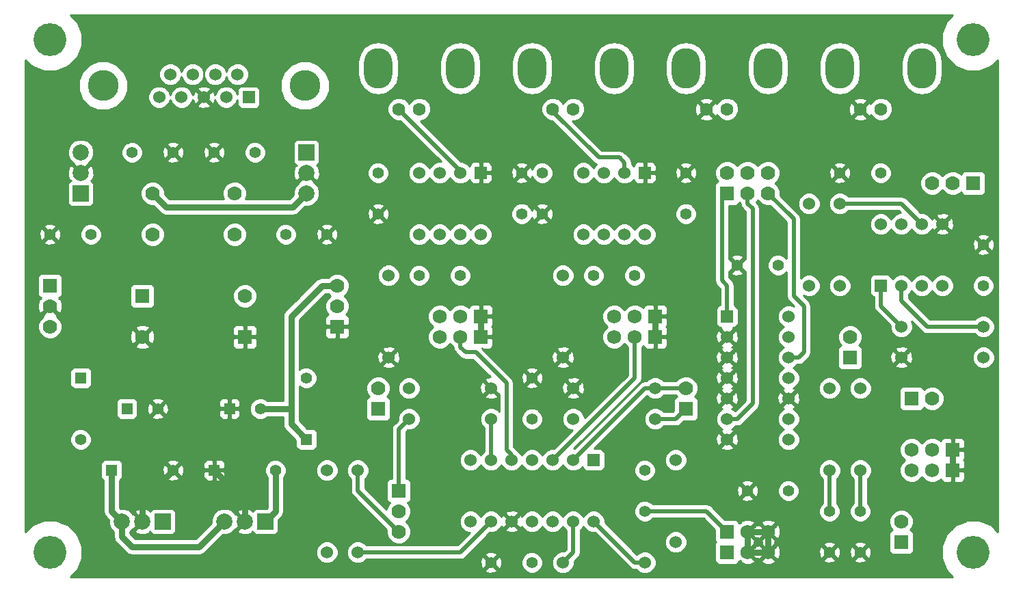
<source format=gbl>
G04 (created by PCBNEW (2013-07-07 BZR 4022)-stable) date 12/07/2015 18:34:43*
%MOIN*%
G04 Gerber Fmt 3.4, Leading zero omitted, Abs format*
%FSLAX34Y34*%
G01*
G70*
G90*
G04 APERTURE LIST*
%ADD10C,0.00590551*%
%ADD11R,0.06X0.06*%
%ADD12C,0.06*%
%ADD13R,0.0787402X0.0787402*%
%ADD14C,0.0787402*%
%ADD15C,0.0688976*%
%ADD16R,0.0688976X0.0688976*%
%ADD17R,0.07X0.07*%
%ADD18C,0.07*%
%ADD19R,0.055X0.055*%
%ADD20C,0.055*%
%ADD21O,0.1378X0.1969*%
%ADD22C,0.063*%
%ADD23C,0.15*%
%ADD24C,0.16*%
%ADD25C,0.03*%
%ADD26C,0.02*%
%ADD27C,0.01*%
G04 APERTURE END LIST*
G54D10*
G54D11*
X51500Y-44000D03*
G54D12*
X50500Y-44000D03*
X49500Y-44000D03*
X48500Y-44000D03*
X47500Y-44000D03*
X46500Y-44000D03*
X45500Y-44000D03*
X45500Y-47000D03*
X46500Y-47000D03*
X47500Y-47000D03*
X48500Y-47000D03*
X49500Y-47000D03*
X50500Y-47000D03*
X51500Y-47000D03*
G54D11*
X58000Y-37000D03*
G54D12*
X58000Y-38000D03*
X58000Y-39000D03*
X58000Y-40000D03*
X58000Y-41000D03*
X58000Y-42000D03*
X58000Y-43000D03*
X61000Y-43000D03*
X61000Y-42000D03*
X61000Y-41000D03*
X61000Y-40000D03*
X61000Y-39000D03*
X61000Y-38000D03*
X61000Y-37000D03*
G54D11*
X65500Y-35500D03*
G54D12*
X66500Y-35500D03*
X67500Y-35500D03*
X68500Y-35500D03*
X68500Y-32500D03*
X67500Y-32500D03*
X66500Y-32500D03*
X65500Y-32500D03*
G54D11*
X54000Y-30000D03*
G54D12*
X53000Y-30000D03*
X52000Y-30000D03*
X51000Y-30000D03*
X51000Y-33000D03*
X52000Y-33000D03*
X53000Y-33000D03*
X54000Y-33000D03*
G54D11*
X46000Y-30000D03*
G54D12*
X45000Y-30000D03*
X44000Y-30000D03*
X43000Y-30000D03*
X43000Y-33000D03*
X44000Y-33000D03*
X45000Y-33000D03*
X46000Y-33000D03*
G54D13*
X37500Y-29000D03*
G54D14*
X37500Y-30000D03*
X37500Y-31000D03*
G54D13*
X26500Y-31000D03*
G54D14*
X26500Y-30000D03*
X26500Y-29000D03*
G54D13*
X30500Y-47000D03*
G54D14*
X29500Y-47000D03*
X28500Y-47000D03*
G54D13*
X35500Y-47000D03*
G54D14*
X34500Y-47000D03*
X33500Y-47000D03*
G54D15*
X45000Y-37000D03*
G54D16*
X46000Y-37000D03*
G54D15*
X44000Y-37000D03*
G54D16*
X46000Y-38000D03*
G54D15*
X45000Y-38000D03*
X44000Y-38000D03*
X53500Y-37000D03*
G54D16*
X54500Y-37000D03*
G54D15*
X52500Y-37000D03*
G54D16*
X54500Y-38000D03*
G54D15*
X53500Y-38000D03*
X52500Y-38000D03*
X68000Y-43500D03*
G54D16*
X69000Y-43500D03*
G54D15*
X67000Y-43500D03*
G54D16*
X69000Y-44500D03*
G54D15*
X68000Y-44500D03*
X67000Y-44500D03*
X59000Y-48500D03*
G54D16*
X58000Y-48500D03*
G54D15*
X60000Y-48500D03*
G54D16*
X58000Y-47500D03*
G54D15*
X59000Y-47500D03*
X60000Y-47500D03*
G54D17*
X39000Y-37500D03*
G54D18*
X39000Y-36500D03*
X39000Y-35500D03*
G54D17*
X25000Y-35500D03*
G54D18*
X25000Y-36500D03*
X25000Y-37500D03*
G54D17*
X58000Y-31000D03*
G54D18*
X58000Y-30000D03*
X59000Y-31000D03*
X59000Y-30000D03*
X60000Y-31000D03*
X60000Y-30000D03*
G54D17*
X67000Y-41000D03*
G54D18*
X68000Y-41000D03*
G54D17*
X70000Y-30500D03*
G54D18*
X69000Y-30500D03*
X68000Y-30500D03*
G54D17*
X34500Y-38000D03*
G54D18*
X34500Y-36000D03*
G54D17*
X29500Y-36000D03*
G54D18*
X29500Y-38000D03*
G54D19*
X33750Y-41500D03*
G54D20*
X35250Y-41500D03*
G54D19*
X28750Y-41500D03*
G54D20*
X30250Y-41500D03*
G54D17*
X42000Y-45500D03*
G54D18*
X42000Y-46500D03*
X42000Y-47500D03*
G54D17*
X66500Y-48000D03*
G54D18*
X66500Y-47000D03*
G54D17*
X64000Y-39000D03*
G54D18*
X64000Y-38000D03*
G54D17*
X56000Y-41500D03*
G54D18*
X56000Y-40500D03*
G54D17*
X41000Y-41500D03*
G54D18*
X41000Y-40500D03*
G54D21*
X48500Y-24900D03*
X52500Y-24900D03*
G54D22*
X50500Y-26900D03*
X49500Y-26900D03*
G54D23*
X37420Y-25750D03*
X27580Y-25750D03*
G54D11*
X34680Y-26310D03*
G54D12*
X33590Y-26310D03*
X32500Y-26310D03*
X31410Y-26310D03*
X30320Y-26310D03*
X30860Y-25190D03*
X31950Y-25190D03*
X33050Y-25190D03*
X34140Y-25190D03*
X50000Y-39000D03*
X50000Y-35000D03*
X46500Y-40500D03*
X42500Y-40500D03*
X46500Y-42000D03*
X42500Y-42000D03*
X41500Y-35000D03*
X41500Y-39000D03*
X50500Y-42000D03*
X54500Y-42000D03*
X40000Y-44500D03*
X40000Y-48500D03*
X38500Y-48500D03*
X38500Y-44500D03*
X54000Y-49000D03*
X50000Y-49000D03*
X55500Y-48000D03*
X55500Y-44000D03*
X54500Y-40500D03*
X50500Y-40500D03*
X63000Y-40500D03*
X63000Y-44500D03*
X64500Y-40500D03*
X64500Y-44500D03*
X70500Y-37500D03*
X66500Y-37500D03*
X70500Y-39000D03*
X66500Y-39000D03*
G54D20*
X53500Y-35000D03*
X51500Y-35000D03*
X29000Y-29000D03*
X31000Y-29000D03*
X35000Y-29000D03*
X33000Y-29000D03*
X70500Y-35500D03*
X70500Y-33500D03*
X65500Y-30000D03*
X63500Y-30000D03*
X27000Y-33000D03*
X25000Y-33000D03*
X36500Y-33000D03*
X38500Y-33000D03*
X64500Y-48500D03*
X64500Y-46500D03*
X63000Y-48500D03*
X63000Y-46500D03*
X61000Y-45500D03*
X59000Y-45500D03*
X60500Y-34500D03*
X58500Y-34500D03*
X41000Y-30000D03*
X41000Y-32000D03*
X46500Y-49000D03*
X48500Y-49000D03*
X48000Y-32000D03*
X48000Y-30000D03*
X54000Y-46500D03*
X54000Y-44500D03*
X49000Y-30000D03*
X49000Y-32000D03*
X56000Y-32000D03*
X56000Y-30000D03*
X48500Y-42000D03*
X48500Y-40000D03*
X45000Y-35000D03*
X43000Y-35000D03*
G54D21*
X41000Y-24900D03*
X45000Y-24900D03*
G54D22*
X43000Y-26900D03*
X42000Y-26900D03*
G54D18*
X30000Y-31000D03*
X30000Y-33000D03*
X34000Y-31000D03*
X34000Y-33000D03*
G54D24*
X70000Y-23500D03*
X70000Y-48500D03*
X25000Y-48500D03*
X25000Y-23500D03*
G54D21*
X56000Y-24900D03*
X60000Y-24900D03*
G54D22*
X58000Y-26900D03*
X57000Y-26900D03*
G54D21*
X63500Y-24900D03*
X67500Y-24900D03*
G54D22*
X65500Y-26900D03*
X64500Y-26900D03*
G54D19*
X28000Y-44500D03*
G54D20*
X31000Y-44500D03*
G54D19*
X33000Y-44500D03*
G54D20*
X36000Y-44500D03*
G54D19*
X26500Y-40000D03*
G54D20*
X26500Y-43000D03*
G54D19*
X37500Y-43000D03*
G54D20*
X37500Y-40000D03*
G54D12*
X63500Y-35500D03*
X63500Y-31500D03*
X62000Y-35500D03*
X62000Y-31500D03*
G54D25*
X28500Y-47000D02*
X28500Y-47750D01*
X32250Y-48250D02*
X33500Y-47000D01*
X29000Y-48250D02*
X32250Y-48250D01*
X28500Y-47750D02*
X29000Y-48250D01*
X28000Y-46500D02*
X28500Y-47000D01*
X28000Y-44500D02*
X28000Y-46500D01*
X36843Y-31656D02*
X37500Y-31000D01*
X30656Y-31656D02*
X36843Y-31656D01*
X30000Y-31000D02*
X30656Y-31656D01*
G54D26*
X65500Y-35500D02*
X65500Y-36500D01*
X65500Y-36500D02*
X66500Y-37500D01*
X42000Y-45500D02*
X42000Y-42500D01*
X42000Y-42500D02*
X42500Y-42000D01*
G54D25*
X36000Y-46500D02*
X35500Y-47000D01*
X36000Y-44500D02*
X36000Y-46500D01*
X35250Y-41500D02*
X36750Y-41500D01*
X36750Y-42250D02*
X36750Y-41500D01*
X37500Y-43000D02*
X36750Y-42250D01*
X38250Y-35500D02*
X39000Y-35500D01*
X36750Y-37000D02*
X38250Y-35500D01*
X36750Y-41500D02*
X36750Y-37000D01*
G54D26*
X40000Y-45500D02*
X42000Y-47500D01*
X40000Y-44500D02*
X40000Y-45500D01*
G54D25*
X69000Y-43500D02*
X69000Y-44500D01*
X59000Y-47500D02*
X60000Y-47500D01*
X60000Y-47500D02*
X60000Y-48500D01*
X60000Y-48500D02*
X59000Y-48500D01*
X59000Y-48500D02*
X59000Y-47500D01*
X46000Y-38000D02*
X46000Y-37000D01*
X54500Y-38000D02*
X54500Y-37000D01*
X34500Y-47000D02*
X34500Y-46000D01*
X34500Y-46000D02*
X33000Y-44500D01*
X29500Y-47000D02*
X29500Y-46000D01*
X29500Y-46000D02*
X31000Y-44500D01*
G54D26*
X61000Y-39000D02*
X61500Y-39000D01*
X61250Y-32250D02*
X60000Y-31000D01*
X61250Y-36000D02*
X61250Y-32250D01*
X61750Y-36500D02*
X61250Y-36000D01*
X61750Y-38750D02*
X61750Y-36500D01*
X61500Y-39000D02*
X61750Y-38750D01*
X63500Y-31500D02*
X66500Y-31500D01*
X66500Y-31500D02*
X67500Y-32500D01*
X45750Y-38750D02*
X45250Y-38750D01*
X47500Y-43750D02*
X47250Y-43500D01*
X47250Y-43500D02*
X47250Y-40250D01*
X47250Y-40250D02*
X45750Y-38750D01*
X47500Y-44000D02*
X47500Y-43750D01*
X45000Y-38500D02*
X45000Y-38000D01*
X45250Y-38750D02*
X45000Y-38500D01*
X45000Y-30000D02*
X45000Y-29900D01*
X45000Y-29900D02*
X42000Y-26900D01*
X70500Y-37500D02*
X67750Y-37500D01*
X66500Y-36250D02*
X66500Y-35500D01*
X67750Y-37500D02*
X66500Y-36250D01*
X63000Y-44500D02*
X63000Y-46500D01*
X53500Y-40000D02*
X49500Y-44000D01*
X53500Y-38000D02*
X53500Y-40000D01*
X50500Y-48500D02*
X50000Y-49000D01*
X50500Y-47000D02*
X50500Y-48500D01*
X64500Y-44500D02*
X64500Y-46500D01*
X56000Y-40500D02*
X54500Y-40500D01*
X54000Y-40500D02*
X54500Y-40500D01*
X50500Y-44000D02*
X54000Y-40500D01*
X46500Y-44000D02*
X46500Y-42000D01*
X49500Y-26900D02*
X49500Y-27000D01*
X53000Y-29500D02*
X53000Y-30000D01*
X52750Y-29250D02*
X53000Y-29500D01*
X51750Y-29250D02*
X52750Y-29250D01*
X49500Y-27000D02*
X51750Y-29250D01*
X54000Y-46500D02*
X57000Y-46500D01*
X57000Y-46500D02*
X58000Y-47500D01*
X45000Y-48500D02*
X40000Y-48500D01*
X46500Y-47000D02*
X45000Y-48500D01*
X59000Y-31000D02*
X59000Y-31500D01*
X59000Y-31500D02*
X59250Y-31750D01*
X59250Y-31750D02*
X59250Y-41250D01*
X59250Y-41250D02*
X58500Y-42000D01*
X58500Y-42000D02*
X58000Y-42000D01*
X54000Y-49000D02*
X53500Y-49000D01*
X53500Y-49000D02*
X51500Y-47000D01*
X58000Y-37000D02*
X58000Y-35500D01*
X57750Y-31250D02*
X58000Y-31000D01*
X57750Y-35250D02*
X57750Y-31250D01*
X58000Y-35500D02*
X57750Y-35250D01*
X54500Y-42000D02*
X55500Y-42000D01*
X55500Y-42000D02*
X56000Y-41500D01*
G54D10*
G36*
X71200Y-47508D02*
X71050Y-47357D01*
X71050Y-38891D01*
X71050Y-37391D01*
X71029Y-37342D01*
X71029Y-33575D01*
X71018Y-33367D01*
X70960Y-33227D01*
X70867Y-33202D01*
X70797Y-33273D01*
X70797Y-33132D01*
X70772Y-33039D01*
X70600Y-32978D01*
X70600Y-30800D01*
X70600Y-30100D01*
X70562Y-30008D01*
X70491Y-29938D01*
X70399Y-29900D01*
X70300Y-29899D01*
X69600Y-29899D01*
X69508Y-29937D01*
X69438Y-30008D01*
X69414Y-30065D01*
X69340Y-29991D01*
X69119Y-29900D01*
X68881Y-29899D01*
X68660Y-29991D01*
X68499Y-30151D01*
X68489Y-30140D01*
X68489Y-25220D01*
X68489Y-24579D01*
X68413Y-24200D01*
X68199Y-23880D01*
X67878Y-23665D01*
X67500Y-23590D01*
X67121Y-23665D01*
X66800Y-23880D01*
X66586Y-24200D01*
X66511Y-24579D01*
X66511Y-25220D01*
X66586Y-25599D01*
X66800Y-25919D01*
X67121Y-26134D01*
X67500Y-26209D01*
X67878Y-26134D01*
X68199Y-25919D01*
X68413Y-25599D01*
X68489Y-25220D01*
X68489Y-30140D01*
X68340Y-29991D01*
X68119Y-29900D01*
X67881Y-29899D01*
X67660Y-29991D01*
X67491Y-30159D01*
X67400Y-30380D01*
X67399Y-30618D01*
X67491Y-30839D01*
X67659Y-31008D01*
X67880Y-31099D01*
X68118Y-31100D01*
X68339Y-31008D01*
X68500Y-30848D01*
X68659Y-31008D01*
X68880Y-31099D01*
X69118Y-31100D01*
X69339Y-31008D01*
X69414Y-30934D01*
X69437Y-30991D01*
X69508Y-31061D01*
X69600Y-31099D01*
X69699Y-31100D01*
X70399Y-31100D01*
X70491Y-31062D01*
X70561Y-30991D01*
X70599Y-30899D01*
X70600Y-30800D01*
X70600Y-32978D01*
X70575Y-32970D01*
X70367Y-32981D01*
X70227Y-33039D01*
X70202Y-33132D01*
X70500Y-33429D01*
X70797Y-33132D01*
X70797Y-33273D01*
X70570Y-33500D01*
X70867Y-33797D01*
X70960Y-33772D01*
X71029Y-33575D01*
X71029Y-37342D01*
X71025Y-37330D01*
X71025Y-35396D01*
X70945Y-35203D01*
X70797Y-35055D01*
X70797Y-35054D01*
X70797Y-33867D01*
X70500Y-33570D01*
X70429Y-33641D01*
X70429Y-33500D01*
X70132Y-33202D01*
X70039Y-33227D01*
X69970Y-33424D01*
X69981Y-33632D01*
X70039Y-33772D01*
X70132Y-33797D01*
X70429Y-33500D01*
X70429Y-33641D01*
X70202Y-33867D01*
X70227Y-33960D01*
X70424Y-34029D01*
X70632Y-34018D01*
X70772Y-33960D01*
X70797Y-33867D01*
X70797Y-35054D01*
X70604Y-34975D01*
X70396Y-34974D01*
X70203Y-35054D01*
X70055Y-35202D01*
X69975Y-35395D01*
X69974Y-35603D01*
X70054Y-35797D01*
X70202Y-35944D01*
X70395Y-36024D01*
X70603Y-36025D01*
X70797Y-35945D01*
X70944Y-35797D01*
X71024Y-35604D01*
X71025Y-35396D01*
X71025Y-37330D01*
X70966Y-37188D01*
X70811Y-37034D01*
X70609Y-36950D01*
X70391Y-36949D01*
X70188Y-37033D01*
X70072Y-37150D01*
X69054Y-37150D01*
X69054Y-32581D01*
X69043Y-32363D01*
X68981Y-32212D01*
X68885Y-32184D01*
X68815Y-32255D01*
X68815Y-32114D01*
X68787Y-32018D01*
X68581Y-31945D01*
X68363Y-31956D01*
X68212Y-32018D01*
X68184Y-32114D01*
X68500Y-32429D01*
X68815Y-32114D01*
X68815Y-32255D01*
X68570Y-32500D01*
X68885Y-32815D01*
X68981Y-32787D01*
X69054Y-32581D01*
X69054Y-37150D01*
X67894Y-37150D01*
X66850Y-36105D01*
X66850Y-35927D01*
X66965Y-35811D01*
X66999Y-35730D01*
X67033Y-35811D01*
X67188Y-35965D01*
X67390Y-36049D01*
X67608Y-36050D01*
X67811Y-35966D01*
X67965Y-35811D01*
X67999Y-35730D01*
X68033Y-35811D01*
X68188Y-35965D01*
X68390Y-36049D01*
X68608Y-36050D01*
X68811Y-35966D01*
X68965Y-35811D01*
X69049Y-35609D01*
X69050Y-35391D01*
X68966Y-35188D01*
X68815Y-35037D01*
X68815Y-32885D01*
X68500Y-32570D01*
X68429Y-32641D01*
X68429Y-32500D01*
X68114Y-32184D01*
X68018Y-32212D01*
X67999Y-32267D01*
X67966Y-32188D01*
X67811Y-32034D01*
X67609Y-31950D01*
X67444Y-31949D01*
X66747Y-31252D01*
X66633Y-31176D01*
X66500Y-31150D01*
X66065Y-31150D01*
X66065Y-26788D01*
X65979Y-26580D01*
X65820Y-26421D01*
X65612Y-26335D01*
X65388Y-26334D01*
X65180Y-26420D01*
X65021Y-26579D01*
X65002Y-26624D01*
X64993Y-26603D01*
X64896Y-26573D01*
X64826Y-26644D01*
X64826Y-26503D01*
X64796Y-26406D01*
X64585Y-26330D01*
X64489Y-26334D01*
X64489Y-25220D01*
X64489Y-24579D01*
X64413Y-24200D01*
X64199Y-23880D01*
X63878Y-23665D01*
X63500Y-23590D01*
X63121Y-23665D01*
X62800Y-23880D01*
X62586Y-24200D01*
X62511Y-24579D01*
X62511Y-25220D01*
X62586Y-25599D01*
X62800Y-25919D01*
X63121Y-26134D01*
X63500Y-26209D01*
X63878Y-26134D01*
X64199Y-25919D01*
X64413Y-25599D01*
X64489Y-25220D01*
X64489Y-26334D01*
X64360Y-26340D01*
X64203Y-26406D01*
X64173Y-26503D01*
X64500Y-26829D01*
X64826Y-26503D01*
X64826Y-26644D01*
X64570Y-26900D01*
X64896Y-27226D01*
X64993Y-27196D01*
X65001Y-27174D01*
X65020Y-27219D01*
X65179Y-27378D01*
X65387Y-27464D01*
X65611Y-27465D01*
X65819Y-27379D01*
X65978Y-27220D01*
X66064Y-27012D01*
X66065Y-26788D01*
X66065Y-31150D01*
X66025Y-31150D01*
X66025Y-29896D01*
X65945Y-29703D01*
X65797Y-29555D01*
X65604Y-29475D01*
X65396Y-29474D01*
X65203Y-29554D01*
X65055Y-29702D01*
X64975Y-29895D01*
X64974Y-30103D01*
X65054Y-30297D01*
X65202Y-30444D01*
X65395Y-30524D01*
X65603Y-30525D01*
X65797Y-30445D01*
X65944Y-30297D01*
X66024Y-30104D01*
X66025Y-29896D01*
X66025Y-31150D01*
X64826Y-31150D01*
X64826Y-27296D01*
X64500Y-26970D01*
X64429Y-27041D01*
X64429Y-26900D01*
X64103Y-26573D01*
X64006Y-26603D01*
X63930Y-26814D01*
X63940Y-27039D01*
X64006Y-27196D01*
X64103Y-27226D01*
X64429Y-26900D01*
X64429Y-27041D01*
X64173Y-27296D01*
X64203Y-27393D01*
X64414Y-27469D01*
X64639Y-27459D01*
X64796Y-27393D01*
X64826Y-27296D01*
X64826Y-31150D01*
X64029Y-31150D01*
X64029Y-30075D01*
X64018Y-29867D01*
X63960Y-29727D01*
X63867Y-29702D01*
X63797Y-29773D01*
X63797Y-29632D01*
X63772Y-29539D01*
X63575Y-29470D01*
X63367Y-29481D01*
X63227Y-29539D01*
X63202Y-29632D01*
X63500Y-29929D01*
X63797Y-29632D01*
X63797Y-29773D01*
X63570Y-30000D01*
X63867Y-30297D01*
X63960Y-30272D01*
X64029Y-30075D01*
X64029Y-31150D01*
X63927Y-31150D01*
X63811Y-31034D01*
X63797Y-31027D01*
X63797Y-30367D01*
X63500Y-30070D01*
X63429Y-30141D01*
X63429Y-30000D01*
X63132Y-29702D01*
X63039Y-29727D01*
X62970Y-29924D01*
X62981Y-30132D01*
X63039Y-30272D01*
X63132Y-30297D01*
X63429Y-30000D01*
X63429Y-30141D01*
X63202Y-30367D01*
X63227Y-30460D01*
X63424Y-30529D01*
X63632Y-30518D01*
X63772Y-30460D01*
X63797Y-30367D01*
X63797Y-31027D01*
X63609Y-30950D01*
X63391Y-30949D01*
X63188Y-31033D01*
X63034Y-31188D01*
X62950Y-31390D01*
X62949Y-31608D01*
X63033Y-31811D01*
X63188Y-31965D01*
X63390Y-32049D01*
X63608Y-32050D01*
X63811Y-31966D01*
X63927Y-31850D01*
X66355Y-31850D01*
X66454Y-31949D01*
X66391Y-31949D01*
X66188Y-32033D01*
X66034Y-32188D01*
X66000Y-32269D01*
X65966Y-32188D01*
X65811Y-32034D01*
X65609Y-31950D01*
X65391Y-31949D01*
X65188Y-32033D01*
X65034Y-32188D01*
X64950Y-32390D01*
X64949Y-32608D01*
X65033Y-32811D01*
X65188Y-32965D01*
X65390Y-33049D01*
X65608Y-33050D01*
X65811Y-32966D01*
X65965Y-32811D01*
X65999Y-32730D01*
X66033Y-32811D01*
X66188Y-32965D01*
X66390Y-33049D01*
X66608Y-33050D01*
X66811Y-32966D01*
X66965Y-32811D01*
X66999Y-32730D01*
X67033Y-32811D01*
X67188Y-32965D01*
X67390Y-33049D01*
X67608Y-33050D01*
X67811Y-32966D01*
X67965Y-32811D01*
X67997Y-32736D01*
X68018Y-32787D01*
X68114Y-32815D01*
X68429Y-32500D01*
X68429Y-32641D01*
X68184Y-32885D01*
X68212Y-32981D01*
X68418Y-33054D01*
X68636Y-33043D01*
X68787Y-32981D01*
X68815Y-32885D01*
X68815Y-35037D01*
X68811Y-35034D01*
X68609Y-34950D01*
X68391Y-34949D01*
X68188Y-35033D01*
X68034Y-35188D01*
X68000Y-35269D01*
X67966Y-35188D01*
X67811Y-35034D01*
X67609Y-34950D01*
X67391Y-34949D01*
X67188Y-35033D01*
X67034Y-35188D01*
X67000Y-35269D01*
X66966Y-35188D01*
X66811Y-35034D01*
X66609Y-34950D01*
X66391Y-34949D01*
X66188Y-35033D01*
X66050Y-35172D01*
X66050Y-35150D01*
X66012Y-35058D01*
X65941Y-34988D01*
X65849Y-34950D01*
X65750Y-34949D01*
X65150Y-34949D01*
X65058Y-34987D01*
X64988Y-35058D01*
X64950Y-35150D01*
X64949Y-35249D01*
X64949Y-35849D01*
X64987Y-35941D01*
X65058Y-36011D01*
X65150Y-36049D01*
X65150Y-36500D01*
X65176Y-36633D01*
X65252Y-36747D01*
X65950Y-37445D01*
X65949Y-37608D01*
X66033Y-37811D01*
X66188Y-37965D01*
X66390Y-38049D01*
X66608Y-38050D01*
X66811Y-37966D01*
X66965Y-37811D01*
X67049Y-37609D01*
X67050Y-37391D01*
X66982Y-37227D01*
X67502Y-37747D01*
X67616Y-37823D01*
X67616Y-37823D01*
X67750Y-37850D01*
X70072Y-37850D01*
X70188Y-37965D01*
X70390Y-38049D01*
X70608Y-38050D01*
X70811Y-37966D01*
X70965Y-37811D01*
X71049Y-37609D01*
X71050Y-37391D01*
X71050Y-38891D01*
X70966Y-38688D01*
X70811Y-38534D01*
X70609Y-38450D01*
X70391Y-38449D01*
X70188Y-38533D01*
X70034Y-38688D01*
X69950Y-38890D01*
X69949Y-39108D01*
X70033Y-39311D01*
X70188Y-39465D01*
X70390Y-39549D01*
X70608Y-39550D01*
X70811Y-39466D01*
X70965Y-39311D01*
X71049Y-39109D01*
X71050Y-38891D01*
X71050Y-47357D01*
X70879Y-47186D01*
X70309Y-46950D01*
X69693Y-46949D01*
X69594Y-46990D01*
X69594Y-44893D01*
X69594Y-44106D01*
X69556Y-44014D01*
X69542Y-44000D01*
X69556Y-43985D01*
X69594Y-43893D01*
X69594Y-43106D01*
X69556Y-43014D01*
X69486Y-42943D01*
X69394Y-42905D01*
X69294Y-42905D01*
X69112Y-42905D01*
X69050Y-42968D01*
X69050Y-43450D01*
X69531Y-43450D01*
X69594Y-43387D01*
X69594Y-43106D01*
X69594Y-43893D01*
X69594Y-43612D01*
X69531Y-43550D01*
X69050Y-43550D01*
X69050Y-43968D01*
X69050Y-44031D01*
X69050Y-44450D01*
X69531Y-44450D01*
X69594Y-44387D01*
X69594Y-44106D01*
X69594Y-44893D01*
X69594Y-44612D01*
X69531Y-44550D01*
X69050Y-44550D01*
X69050Y-45031D01*
X69112Y-45094D01*
X69294Y-45094D01*
X69394Y-45094D01*
X69486Y-45056D01*
X69556Y-44985D01*
X69594Y-44893D01*
X69594Y-46990D01*
X69123Y-47185D01*
X68950Y-47358D01*
X68950Y-45031D01*
X68950Y-44550D01*
X68942Y-44550D01*
X68942Y-44450D01*
X68950Y-44450D01*
X68950Y-44031D01*
X68950Y-43968D01*
X68950Y-43550D01*
X68942Y-43550D01*
X68942Y-43450D01*
X68950Y-43450D01*
X68950Y-42968D01*
X68887Y-42905D01*
X68705Y-42905D01*
X68605Y-42905D01*
X68600Y-42907D01*
X68600Y-40881D01*
X68508Y-40660D01*
X68340Y-40491D01*
X68119Y-40400D01*
X67881Y-40399D01*
X67660Y-40491D01*
X67585Y-40565D01*
X67562Y-40508D01*
X67491Y-40438D01*
X67399Y-40400D01*
X67300Y-40399D01*
X67054Y-40399D01*
X67054Y-39081D01*
X67043Y-38863D01*
X66981Y-38712D01*
X66885Y-38684D01*
X66815Y-38755D01*
X66815Y-38614D01*
X66787Y-38518D01*
X66581Y-38445D01*
X66363Y-38456D01*
X66212Y-38518D01*
X66184Y-38614D01*
X66500Y-38929D01*
X66815Y-38614D01*
X66815Y-38755D01*
X66570Y-39000D01*
X66885Y-39315D01*
X66981Y-39287D01*
X67054Y-39081D01*
X67054Y-40399D01*
X66815Y-40399D01*
X66815Y-39385D01*
X66500Y-39070D01*
X66429Y-39141D01*
X66429Y-39000D01*
X66114Y-38684D01*
X66018Y-38712D01*
X65945Y-38918D01*
X65956Y-39136D01*
X66018Y-39287D01*
X66114Y-39315D01*
X66429Y-39000D01*
X66429Y-39141D01*
X66184Y-39385D01*
X66212Y-39481D01*
X66418Y-39554D01*
X66636Y-39543D01*
X66787Y-39481D01*
X66815Y-39385D01*
X66815Y-40399D01*
X66600Y-40399D01*
X66508Y-40437D01*
X66438Y-40508D01*
X66400Y-40600D01*
X66399Y-40699D01*
X66399Y-41399D01*
X66437Y-41491D01*
X66508Y-41561D01*
X66600Y-41599D01*
X66699Y-41600D01*
X67399Y-41600D01*
X67491Y-41562D01*
X67561Y-41491D01*
X67585Y-41434D01*
X67659Y-41508D01*
X67880Y-41599D01*
X68118Y-41600D01*
X68339Y-41508D01*
X68508Y-41340D01*
X68599Y-41119D01*
X68600Y-40881D01*
X68600Y-42907D01*
X68513Y-42943D01*
X68443Y-43014D01*
X68417Y-43076D01*
X68337Y-42996D01*
X68118Y-42905D01*
X67882Y-42905D01*
X67663Y-42995D01*
X67499Y-43159D01*
X67337Y-42996D01*
X67118Y-42905D01*
X66882Y-42905D01*
X66663Y-42995D01*
X66496Y-43162D01*
X66405Y-43381D01*
X66405Y-43617D01*
X66495Y-43836D01*
X66659Y-44000D01*
X66496Y-44162D01*
X66405Y-44381D01*
X66405Y-44617D01*
X66495Y-44836D01*
X66662Y-45003D01*
X66881Y-45094D01*
X67117Y-45094D01*
X67336Y-45004D01*
X67500Y-44840D01*
X67662Y-45003D01*
X67881Y-45094D01*
X68117Y-45094D01*
X68336Y-45004D01*
X68417Y-44923D01*
X68443Y-44985D01*
X68513Y-45056D01*
X68605Y-45094D01*
X68705Y-45094D01*
X68887Y-45094D01*
X68950Y-45031D01*
X68950Y-47358D01*
X68686Y-47620D01*
X68450Y-48190D01*
X68449Y-48806D01*
X68685Y-49376D01*
X69007Y-49700D01*
X67100Y-49700D01*
X67100Y-46881D01*
X67008Y-46660D01*
X66840Y-46491D01*
X66619Y-46400D01*
X66381Y-46399D01*
X66160Y-46491D01*
X65991Y-46659D01*
X65900Y-46880D01*
X65899Y-47118D01*
X65991Y-47339D01*
X66065Y-47414D01*
X66008Y-47437D01*
X65938Y-47508D01*
X65900Y-47600D01*
X65899Y-47699D01*
X65899Y-48399D01*
X65937Y-48491D01*
X66008Y-48561D01*
X66100Y-48599D01*
X66199Y-48600D01*
X66899Y-48600D01*
X66991Y-48562D01*
X67061Y-48491D01*
X67099Y-48399D01*
X67100Y-48300D01*
X67100Y-47600D01*
X67062Y-47508D01*
X66991Y-47438D01*
X66934Y-47414D01*
X67008Y-47340D01*
X67099Y-47119D01*
X67100Y-46881D01*
X67100Y-49700D01*
X65050Y-49700D01*
X65050Y-44391D01*
X65050Y-40391D01*
X64966Y-40188D01*
X64811Y-40034D01*
X64609Y-39950D01*
X64600Y-39950D01*
X64600Y-37881D01*
X64508Y-37660D01*
X64340Y-37491D01*
X64119Y-37400D01*
X64050Y-37400D01*
X64050Y-35391D01*
X63966Y-35188D01*
X63811Y-35034D01*
X63609Y-34950D01*
X63391Y-34949D01*
X63188Y-35033D01*
X63034Y-35188D01*
X62950Y-35390D01*
X62949Y-35608D01*
X63033Y-35811D01*
X63188Y-35965D01*
X63390Y-36049D01*
X63608Y-36050D01*
X63811Y-35966D01*
X63965Y-35811D01*
X64049Y-35609D01*
X64050Y-35391D01*
X64050Y-37400D01*
X63881Y-37399D01*
X63660Y-37491D01*
X63491Y-37659D01*
X63400Y-37880D01*
X63399Y-38118D01*
X63491Y-38339D01*
X63565Y-38414D01*
X63508Y-38437D01*
X63438Y-38508D01*
X63400Y-38600D01*
X63399Y-38699D01*
X63399Y-39399D01*
X63437Y-39491D01*
X63508Y-39561D01*
X63600Y-39599D01*
X63699Y-39600D01*
X64399Y-39600D01*
X64491Y-39562D01*
X64561Y-39491D01*
X64599Y-39399D01*
X64600Y-39300D01*
X64600Y-38600D01*
X64562Y-38508D01*
X64491Y-38438D01*
X64434Y-38414D01*
X64508Y-38340D01*
X64599Y-38119D01*
X64600Y-37881D01*
X64600Y-39950D01*
X64391Y-39949D01*
X64188Y-40033D01*
X64034Y-40188D01*
X63950Y-40390D01*
X63949Y-40608D01*
X64033Y-40811D01*
X64188Y-40965D01*
X64390Y-41049D01*
X64608Y-41050D01*
X64811Y-40966D01*
X64965Y-40811D01*
X65049Y-40609D01*
X65050Y-40391D01*
X65050Y-44391D01*
X64966Y-44188D01*
X64811Y-44034D01*
X64609Y-43950D01*
X64391Y-43949D01*
X64188Y-44033D01*
X64034Y-44188D01*
X63950Y-44390D01*
X63949Y-44608D01*
X64033Y-44811D01*
X64150Y-44927D01*
X64150Y-46107D01*
X64055Y-46202D01*
X63975Y-46395D01*
X63974Y-46603D01*
X64054Y-46797D01*
X64202Y-46944D01*
X64395Y-47024D01*
X64603Y-47025D01*
X64797Y-46945D01*
X64944Y-46797D01*
X65024Y-46604D01*
X65025Y-46396D01*
X64945Y-46203D01*
X64850Y-46107D01*
X64850Y-44927D01*
X64965Y-44811D01*
X65049Y-44609D01*
X65050Y-44391D01*
X65050Y-49700D01*
X65029Y-49700D01*
X65029Y-48575D01*
X65018Y-48367D01*
X64960Y-48227D01*
X64867Y-48202D01*
X64797Y-48273D01*
X64797Y-48132D01*
X64772Y-48039D01*
X64575Y-47970D01*
X64367Y-47981D01*
X64227Y-48039D01*
X64202Y-48132D01*
X64500Y-48429D01*
X64797Y-48132D01*
X64797Y-48273D01*
X64570Y-48500D01*
X64867Y-48797D01*
X64960Y-48772D01*
X65029Y-48575D01*
X65029Y-49700D01*
X64797Y-49700D01*
X64797Y-48867D01*
X64500Y-48570D01*
X64429Y-48641D01*
X64429Y-48500D01*
X64132Y-48202D01*
X64039Y-48227D01*
X63970Y-48424D01*
X63981Y-48632D01*
X64039Y-48772D01*
X64132Y-48797D01*
X64429Y-48500D01*
X64429Y-48641D01*
X64202Y-48867D01*
X64227Y-48960D01*
X64424Y-49029D01*
X64632Y-49018D01*
X64772Y-48960D01*
X64797Y-48867D01*
X64797Y-49700D01*
X63550Y-49700D01*
X63550Y-44391D01*
X63550Y-40391D01*
X63466Y-40188D01*
X63311Y-40034D01*
X63109Y-39950D01*
X62891Y-39949D01*
X62688Y-40033D01*
X62550Y-40171D01*
X62550Y-35391D01*
X62550Y-31391D01*
X62466Y-31188D01*
X62311Y-31034D01*
X62109Y-30950D01*
X61891Y-30949D01*
X61688Y-31033D01*
X61534Y-31188D01*
X61450Y-31390D01*
X61449Y-31608D01*
X61533Y-31811D01*
X61688Y-31965D01*
X61890Y-32049D01*
X62108Y-32050D01*
X62311Y-31966D01*
X62465Y-31811D01*
X62549Y-31609D01*
X62550Y-31391D01*
X62550Y-35391D01*
X62466Y-35188D01*
X62311Y-35034D01*
X62109Y-34950D01*
X61891Y-34949D01*
X61688Y-35033D01*
X61600Y-35122D01*
X61600Y-32250D01*
X61573Y-32116D01*
X61573Y-32116D01*
X61497Y-32002D01*
X60989Y-31494D01*
X60989Y-25220D01*
X60989Y-24579D01*
X60913Y-24200D01*
X60699Y-23880D01*
X60378Y-23665D01*
X60000Y-23590D01*
X59621Y-23665D01*
X59300Y-23880D01*
X59086Y-24200D01*
X59011Y-24579D01*
X59011Y-25220D01*
X59086Y-25599D01*
X59300Y-25919D01*
X59621Y-26134D01*
X60000Y-26209D01*
X60378Y-26134D01*
X60699Y-25919D01*
X60913Y-25599D01*
X60989Y-25220D01*
X60989Y-31494D01*
X60599Y-31104D01*
X60600Y-30881D01*
X60508Y-30660D01*
X60348Y-30499D01*
X60508Y-30340D01*
X60599Y-30119D01*
X60600Y-29881D01*
X60508Y-29660D01*
X60340Y-29491D01*
X60119Y-29400D01*
X59881Y-29399D01*
X59660Y-29491D01*
X59499Y-29651D01*
X59340Y-29491D01*
X59119Y-29400D01*
X58881Y-29399D01*
X58660Y-29491D01*
X58565Y-29586D01*
X58565Y-26788D01*
X58479Y-26580D01*
X58320Y-26421D01*
X58112Y-26335D01*
X57888Y-26334D01*
X57680Y-26420D01*
X57521Y-26579D01*
X57502Y-26624D01*
X57493Y-26603D01*
X57396Y-26573D01*
X57326Y-26644D01*
X57326Y-26503D01*
X57296Y-26406D01*
X57085Y-26330D01*
X56989Y-26334D01*
X56989Y-25220D01*
X56989Y-24579D01*
X56913Y-24200D01*
X56699Y-23880D01*
X56378Y-23665D01*
X56000Y-23590D01*
X55621Y-23665D01*
X55300Y-23880D01*
X55086Y-24200D01*
X55011Y-24579D01*
X55011Y-25220D01*
X55086Y-25599D01*
X55300Y-25919D01*
X55621Y-26134D01*
X56000Y-26209D01*
X56378Y-26134D01*
X56699Y-25919D01*
X56913Y-25599D01*
X56989Y-25220D01*
X56989Y-26334D01*
X56860Y-26340D01*
X56703Y-26406D01*
X56673Y-26503D01*
X57000Y-26829D01*
X57326Y-26503D01*
X57326Y-26644D01*
X57070Y-26900D01*
X57396Y-27226D01*
X57493Y-27196D01*
X57501Y-27174D01*
X57520Y-27219D01*
X57679Y-27378D01*
X57887Y-27464D01*
X58111Y-27465D01*
X58319Y-27379D01*
X58478Y-27220D01*
X58564Y-27012D01*
X58565Y-26788D01*
X58565Y-29586D01*
X58499Y-29651D01*
X58340Y-29491D01*
X58119Y-29400D01*
X57881Y-29399D01*
X57660Y-29491D01*
X57491Y-29659D01*
X57400Y-29880D01*
X57399Y-30118D01*
X57491Y-30339D01*
X57565Y-30414D01*
X57508Y-30437D01*
X57438Y-30508D01*
X57400Y-30600D01*
X57399Y-30699D01*
X57399Y-31399D01*
X57400Y-31399D01*
X57400Y-35250D01*
X57426Y-35383D01*
X57502Y-35497D01*
X57650Y-35644D01*
X57650Y-36450D01*
X57558Y-36487D01*
X57488Y-36558D01*
X57450Y-36650D01*
X57449Y-36749D01*
X57449Y-37349D01*
X57487Y-37441D01*
X57558Y-37511D01*
X57650Y-37549D01*
X57703Y-37550D01*
X57684Y-37614D01*
X58000Y-37929D01*
X58315Y-37614D01*
X58296Y-37550D01*
X58349Y-37550D01*
X58441Y-37512D01*
X58511Y-37441D01*
X58549Y-37349D01*
X58550Y-37250D01*
X58550Y-36650D01*
X58512Y-36558D01*
X58441Y-36488D01*
X58350Y-36450D01*
X58350Y-35500D01*
X58323Y-35366D01*
X58247Y-35252D01*
X58247Y-35252D01*
X58100Y-35105D01*
X58100Y-34788D01*
X58132Y-34797D01*
X58429Y-34500D01*
X58132Y-34202D01*
X58100Y-34211D01*
X58100Y-31600D01*
X58399Y-31600D01*
X58491Y-31562D01*
X58561Y-31491D01*
X58585Y-31434D01*
X58650Y-31498D01*
X58650Y-31500D01*
X58676Y-31633D01*
X58752Y-31747D01*
X58900Y-31894D01*
X58900Y-34211D01*
X58867Y-34202D01*
X58797Y-34273D01*
X58797Y-34132D01*
X58772Y-34039D01*
X58575Y-33970D01*
X58367Y-33981D01*
X58227Y-34039D01*
X58202Y-34132D01*
X58500Y-34429D01*
X58797Y-34132D01*
X58797Y-34273D01*
X58570Y-34500D01*
X58867Y-34797D01*
X58900Y-34788D01*
X58900Y-41105D01*
X58797Y-41207D01*
X58797Y-34867D01*
X58500Y-34570D01*
X58202Y-34867D01*
X58227Y-34960D01*
X58424Y-35029D01*
X58632Y-35018D01*
X58772Y-34960D01*
X58797Y-34867D01*
X58797Y-41207D01*
X58554Y-41450D01*
X58554Y-41081D01*
X58554Y-40081D01*
X58554Y-39081D01*
X58554Y-38081D01*
X58543Y-37863D01*
X58481Y-37712D01*
X58385Y-37684D01*
X58070Y-38000D01*
X58385Y-38315D01*
X58481Y-38287D01*
X58554Y-38081D01*
X58554Y-39081D01*
X58543Y-38863D01*
X58481Y-38712D01*
X58385Y-38684D01*
X58315Y-38755D01*
X58315Y-38614D01*
X58287Y-38518D01*
X58239Y-38501D01*
X58287Y-38481D01*
X58315Y-38385D01*
X58000Y-38070D01*
X57929Y-38141D01*
X57929Y-38000D01*
X57614Y-37684D01*
X57518Y-37712D01*
X57445Y-37918D01*
X57456Y-38136D01*
X57518Y-38287D01*
X57614Y-38315D01*
X57929Y-38000D01*
X57929Y-38141D01*
X57684Y-38385D01*
X57712Y-38481D01*
X57760Y-38498D01*
X57712Y-38518D01*
X57684Y-38614D01*
X58000Y-38929D01*
X58315Y-38614D01*
X58315Y-38755D01*
X58070Y-39000D01*
X58385Y-39315D01*
X58481Y-39287D01*
X58554Y-39081D01*
X58554Y-40081D01*
X58543Y-39863D01*
X58481Y-39712D01*
X58385Y-39684D01*
X58315Y-39755D01*
X58315Y-39614D01*
X58287Y-39518D01*
X58239Y-39501D01*
X58287Y-39481D01*
X58315Y-39385D01*
X58000Y-39070D01*
X57929Y-39141D01*
X57929Y-39000D01*
X57614Y-38684D01*
X57518Y-38712D01*
X57445Y-38918D01*
X57456Y-39136D01*
X57518Y-39287D01*
X57614Y-39315D01*
X57929Y-39000D01*
X57929Y-39141D01*
X57684Y-39385D01*
X57712Y-39481D01*
X57760Y-39498D01*
X57712Y-39518D01*
X57684Y-39614D01*
X58000Y-39929D01*
X58315Y-39614D01*
X58315Y-39755D01*
X58070Y-40000D01*
X58385Y-40315D01*
X58481Y-40287D01*
X58554Y-40081D01*
X58554Y-41081D01*
X58543Y-40863D01*
X58481Y-40712D01*
X58385Y-40684D01*
X58315Y-40755D01*
X58315Y-40614D01*
X58287Y-40518D01*
X58239Y-40501D01*
X58287Y-40481D01*
X58315Y-40385D01*
X58000Y-40070D01*
X57929Y-40141D01*
X57929Y-40000D01*
X57614Y-39684D01*
X57518Y-39712D01*
X57445Y-39918D01*
X57456Y-40136D01*
X57518Y-40287D01*
X57614Y-40315D01*
X57929Y-40000D01*
X57929Y-40141D01*
X57684Y-40385D01*
X57712Y-40481D01*
X57760Y-40498D01*
X57712Y-40518D01*
X57684Y-40614D01*
X58000Y-40929D01*
X58315Y-40614D01*
X58315Y-40755D01*
X58070Y-41000D01*
X58385Y-41315D01*
X58481Y-41287D01*
X58554Y-41081D01*
X58554Y-41450D01*
X58391Y-41613D01*
X58311Y-41534D01*
X58236Y-41502D01*
X58287Y-41481D01*
X58315Y-41385D01*
X58000Y-41070D01*
X57929Y-41141D01*
X57929Y-41000D01*
X57614Y-40684D01*
X57518Y-40712D01*
X57445Y-40918D01*
X57456Y-41136D01*
X57518Y-41287D01*
X57614Y-41315D01*
X57929Y-41000D01*
X57929Y-41141D01*
X57684Y-41385D01*
X57712Y-41481D01*
X57767Y-41500D01*
X57688Y-41533D01*
X57534Y-41688D01*
X57450Y-41890D01*
X57449Y-42108D01*
X57533Y-42311D01*
X57688Y-42465D01*
X57763Y-42497D01*
X57712Y-42518D01*
X57684Y-42614D01*
X58000Y-42929D01*
X58315Y-42614D01*
X58287Y-42518D01*
X58232Y-42499D01*
X58311Y-42466D01*
X58427Y-42350D01*
X58500Y-42350D01*
X58633Y-42323D01*
X58633Y-42323D01*
X58747Y-42247D01*
X59497Y-41497D01*
X59497Y-41497D01*
X59497Y-41497D01*
X59573Y-41383D01*
X59600Y-41250D01*
X59599Y-41250D01*
X59600Y-41250D01*
X59600Y-31750D01*
X59573Y-31616D01*
X59497Y-31502D01*
X59497Y-31502D01*
X59421Y-31426D01*
X59500Y-31348D01*
X59659Y-31508D01*
X59880Y-31599D01*
X60105Y-31600D01*
X60900Y-32394D01*
X60900Y-34157D01*
X60797Y-34055D01*
X60604Y-33975D01*
X60396Y-33974D01*
X60203Y-34054D01*
X60055Y-34202D01*
X59975Y-34395D01*
X59974Y-34603D01*
X60054Y-34797D01*
X60202Y-34944D01*
X60395Y-35024D01*
X60603Y-35025D01*
X60797Y-34945D01*
X60900Y-34842D01*
X60900Y-36000D01*
X60926Y-36133D01*
X61002Y-36247D01*
X61272Y-36517D01*
X61109Y-36450D01*
X60891Y-36449D01*
X60688Y-36533D01*
X60534Y-36688D01*
X60450Y-36890D01*
X60449Y-37108D01*
X60533Y-37311D01*
X60688Y-37465D01*
X60769Y-37499D01*
X60688Y-37533D01*
X60534Y-37688D01*
X60450Y-37890D01*
X60449Y-38108D01*
X60533Y-38311D01*
X60688Y-38465D01*
X60769Y-38499D01*
X60688Y-38533D01*
X60534Y-38688D01*
X60450Y-38890D01*
X60449Y-39108D01*
X60533Y-39311D01*
X60688Y-39465D01*
X60769Y-39499D01*
X60688Y-39533D01*
X60534Y-39688D01*
X60450Y-39890D01*
X60449Y-40108D01*
X60533Y-40311D01*
X60688Y-40465D01*
X60763Y-40497D01*
X60712Y-40518D01*
X60684Y-40614D01*
X61000Y-40929D01*
X61315Y-40614D01*
X61287Y-40518D01*
X61232Y-40499D01*
X61311Y-40466D01*
X61465Y-40311D01*
X61549Y-40109D01*
X61550Y-39891D01*
X61466Y-39688D01*
X61311Y-39534D01*
X61230Y-39500D01*
X61311Y-39466D01*
X61427Y-39350D01*
X61500Y-39350D01*
X61633Y-39323D01*
X61633Y-39323D01*
X61747Y-39247D01*
X61997Y-38997D01*
X61997Y-38997D01*
X61997Y-38997D01*
X62073Y-38883D01*
X62100Y-38750D01*
X62100Y-36500D01*
X62073Y-36366D01*
X62073Y-36366D01*
X61997Y-36252D01*
X61727Y-35982D01*
X61890Y-36049D01*
X62108Y-36050D01*
X62311Y-35966D01*
X62465Y-35811D01*
X62549Y-35609D01*
X62550Y-35391D01*
X62550Y-40171D01*
X62534Y-40188D01*
X62450Y-40390D01*
X62449Y-40608D01*
X62533Y-40811D01*
X62688Y-40965D01*
X62890Y-41049D01*
X63108Y-41050D01*
X63311Y-40966D01*
X63465Y-40811D01*
X63549Y-40609D01*
X63550Y-40391D01*
X63550Y-44391D01*
X63466Y-44188D01*
X63311Y-44034D01*
X63109Y-43950D01*
X62891Y-43949D01*
X62688Y-44033D01*
X62534Y-44188D01*
X62450Y-44390D01*
X62449Y-44608D01*
X62533Y-44811D01*
X62650Y-44927D01*
X62650Y-46107D01*
X62555Y-46202D01*
X62475Y-46395D01*
X62474Y-46603D01*
X62554Y-46797D01*
X62702Y-46944D01*
X62895Y-47024D01*
X63103Y-47025D01*
X63297Y-46945D01*
X63444Y-46797D01*
X63524Y-46604D01*
X63525Y-46396D01*
X63445Y-46203D01*
X63350Y-46107D01*
X63350Y-44927D01*
X63465Y-44811D01*
X63549Y-44609D01*
X63550Y-44391D01*
X63550Y-49700D01*
X63529Y-49700D01*
X63529Y-48575D01*
X63518Y-48367D01*
X63460Y-48227D01*
X63367Y-48202D01*
X63297Y-48273D01*
X63297Y-48132D01*
X63272Y-48039D01*
X63075Y-47970D01*
X62867Y-47981D01*
X62727Y-48039D01*
X62702Y-48132D01*
X63000Y-48429D01*
X63297Y-48132D01*
X63297Y-48273D01*
X63070Y-48500D01*
X63367Y-48797D01*
X63460Y-48772D01*
X63529Y-48575D01*
X63529Y-49700D01*
X63297Y-49700D01*
X63297Y-48867D01*
X63000Y-48570D01*
X62929Y-48641D01*
X62929Y-48500D01*
X62632Y-48202D01*
X62539Y-48227D01*
X62470Y-48424D01*
X62481Y-48632D01*
X62539Y-48772D01*
X62632Y-48797D01*
X62929Y-48500D01*
X62929Y-48641D01*
X62702Y-48867D01*
X62727Y-48960D01*
X62924Y-49029D01*
X63132Y-49018D01*
X63272Y-48960D01*
X63297Y-48867D01*
X63297Y-49700D01*
X61554Y-49700D01*
X61554Y-41081D01*
X61543Y-40863D01*
X61481Y-40712D01*
X61385Y-40684D01*
X61070Y-41000D01*
X61385Y-41315D01*
X61481Y-41287D01*
X61554Y-41081D01*
X61554Y-49700D01*
X61550Y-49700D01*
X61550Y-42891D01*
X61466Y-42688D01*
X61311Y-42534D01*
X61230Y-42500D01*
X61311Y-42466D01*
X61465Y-42311D01*
X61549Y-42109D01*
X61550Y-41891D01*
X61466Y-41688D01*
X61311Y-41534D01*
X61236Y-41502D01*
X61287Y-41481D01*
X61315Y-41385D01*
X61000Y-41070D01*
X60929Y-41141D01*
X60929Y-41000D01*
X60614Y-40684D01*
X60518Y-40712D01*
X60445Y-40918D01*
X60456Y-41136D01*
X60518Y-41287D01*
X60614Y-41315D01*
X60929Y-41000D01*
X60929Y-41141D01*
X60684Y-41385D01*
X60712Y-41481D01*
X60767Y-41500D01*
X60688Y-41533D01*
X60534Y-41688D01*
X60450Y-41890D01*
X60449Y-42108D01*
X60533Y-42311D01*
X60688Y-42465D01*
X60769Y-42499D01*
X60688Y-42533D01*
X60534Y-42688D01*
X60450Y-42890D01*
X60449Y-43108D01*
X60533Y-43311D01*
X60688Y-43465D01*
X60890Y-43549D01*
X61108Y-43550D01*
X61311Y-43466D01*
X61465Y-43311D01*
X61549Y-43109D01*
X61550Y-42891D01*
X61550Y-49700D01*
X61525Y-49700D01*
X61525Y-45396D01*
X61445Y-45203D01*
X61297Y-45055D01*
X61104Y-44975D01*
X60896Y-44974D01*
X60703Y-45054D01*
X60555Y-45202D01*
X60475Y-45395D01*
X60474Y-45603D01*
X60554Y-45797D01*
X60702Y-45944D01*
X60895Y-46024D01*
X61103Y-46025D01*
X61297Y-45945D01*
X61444Y-45797D01*
X61524Y-45604D01*
X61525Y-45396D01*
X61525Y-49700D01*
X60599Y-49700D01*
X60599Y-48592D01*
X60599Y-47592D01*
X60588Y-47356D01*
X60518Y-47185D01*
X60418Y-47152D01*
X60347Y-47223D01*
X60347Y-47081D01*
X60314Y-46981D01*
X60092Y-46900D01*
X59856Y-46911D01*
X59685Y-46981D01*
X59652Y-47081D01*
X60000Y-47429D01*
X60347Y-47081D01*
X60347Y-47223D01*
X60070Y-47500D01*
X60418Y-47847D01*
X60518Y-47814D01*
X60599Y-47592D01*
X60599Y-48592D01*
X60588Y-48356D01*
X60518Y-48185D01*
X60418Y-48152D01*
X60347Y-48223D01*
X60347Y-48081D01*
X60320Y-48000D01*
X60347Y-47918D01*
X60000Y-47570D01*
X59929Y-47641D01*
X59929Y-47500D01*
X59581Y-47152D01*
X59529Y-47169D01*
X59529Y-45575D01*
X59518Y-45367D01*
X59460Y-45227D01*
X59367Y-45202D01*
X59297Y-45273D01*
X59297Y-45132D01*
X59272Y-45039D01*
X59075Y-44970D01*
X58867Y-44981D01*
X58727Y-45039D01*
X58702Y-45132D01*
X59000Y-45429D01*
X59297Y-45132D01*
X59297Y-45273D01*
X59070Y-45500D01*
X59367Y-45797D01*
X59460Y-45772D01*
X59529Y-45575D01*
X59529Y-47169D01*
X59500Y-47179D01*
X59418Y-47152D01*
X59347Y-47223D01*
X59070Y-47500D01*
X59418Y-47847D01*
X59500Y-47820D01*
X59581Y-47847D01*
X59929Y-47500D01*
X59929Y-47641D01*
X59652Y-47918D01*
X59679Y-48000D01*
X59652Y-48081D01*
X60000Y-48429D01*
X60347Y-48081D01*
X60347Y-48223D01*
X60070Y-48500D01*
X60418Y-48847D01*
X60518Y-48814D01*
X60599Y-48592D01*
X60599Y-49700D01*
X60347Y-49700D01*
X60347Y-48918D01*
X60000Y-48570D01*
X59929Y-48641D01*
X59929Y-48500D01*
X59581Y-48152D01*
X59500Y-48179D01*
X59418Y-48152D01*
X59347Y-48223D01*
X59070Y-48500D01*
X59418Y-48847D01*
X59500Y-48820D01*
X59581Y-48847D01*
X59929Y-48500D01*
X59929Y-48641D01*
X59652Y-48918D01*
X59685Y-49018D01*
X59907Y-49099D01*
X60143Y-49088D01*
X60314Y-49018D01*
X60347Y-48918D01*
X60347Y-49700D01*
X59347Y-49700D01*
X59347Y-48918D01*
X59000Y-48570D01*
X58994Y-48576D01*
X58929Y-48511D01*
X58923Y-48505D01*
X58929Y-48500D01*
X58923Y-48494D01*
X58994Y-48423D01*
X59000Y-48429D01*
X59347Y-48081D01*
X59320Y-48000D01*
X59347Y-47918D01*
X59000Y-47570D01*
X58994Y-47576D01*
X58923Y-47505D01*
X58929Y-47500D01*
X58923Y-47494D01*
X58994Y-47423D01*
X59000Y-47429D01*
X59347Y-47081D01*
X59314Y-46981D01*
X59297Y-46975D01*
X59297Y-45867D01*
X59000Y-45570D01*
X58929Y-45641D01*
X58929Y-45500D01*
X58632Y-45202D01*
X58554Y-45223D01*
X58554Y-43081D01*
X58543Y-42863D01*
X58481Y-42712D01*
X58385Y-42684D01*
X58070Y-43000D01*
X58385Y-43315D01*
X58481Y-43287D01*
X58554Y-43081D01*
X58554Y-45223D01*
X58539Y-45227D01*
X58470Y-45424D01*
X58481Y-45632D01*
X58539Y-45772D01*
X58632Y-45797D01*
X58929Y-45500D01*
X58929Y-45641D01*
X58702Y-45867D01*
X58727Y-45960D01*
X58924Y-46029D01*
X59132Y-46018D01*
X59272Y-45960D01*
X59297Y-45867D01*
X59297Y-46975D01*
X59092Y-46900D01*
X58856Y-46911D01*
X58685Y-46981D01*
X58652Y-47081D01*
X58607Y-47036D01*
X58578Y-47066D01*
X58556Y-47014D01*
X58486Y-46943D01*
X58394Y-46905D01*
X58315Y-46905D01*
X58315Y-43385D01*
X58000Y-43070D01*
X57929Y-43141D01*
X57929Y-43000D01*
X57614Y-42684D01*
X57518Y-42712D01*
X57445Y-42918D01*
X57456Y-43136D01*
X57518Y-43287D01*
X57614Y-43315D01*
X57929Y-43000D01*
X57929Y-43141D01*
X57684Y-43385D01*
X57712Y-43481D01*
X57918Y-43554D01*
X58136Y-43543D01*
X58287Y-43481D01*
X58315Y-43385D01*
X58315Y-46905D01*
X58294Y-46905D01*
X57900Y-46905D01*
X57326Y-46331D01*
X57326Y-27296D01*
X57000Y-26970D01*
X56929Y-27041D01*
X56929Y-26900D01*
X56603Y-26573D01*
X56506Y-26603D01*
X56430Y-26814D01*
X56440Y-27039D01*
X56506Y-27196D01*
X56603Y-27226D01*
X56929Y-26900D01*
X56929Y-27041D01*
X56673Y-27296D01*
X56703Y-27393D01*
X56914Y-27469D01*
X57139Y-27459D01*
X57296Y-27393D01*
X57326Y-27296D01*
X57326Y-46331D01*
X57247Y-46252D01*
X57133Y-46176D01*
X57000Y-46150D01*
X56600Y-46150D01*
X56600Y-40381D01*
X56529Y-40211D01*
X56529Y-30075D01*
X56518Y-29867D01*
X56460Y-29727D01*
X56367Y-29702D01*
X56297Y-29773D01*
X56297Y-29632D01*
X56272Y-29539D01*
X56075Y-29470D01*
X55867Y-29481D01*
X55727Y-29539D01*
X55702Y-29632D01*
X56000Y-29929D01*
X56297Y-29632D01*
X56297Y-29773D01*
X56070Y-30000D01*
X56367Y-30297D01*
X56460Y-30272D01*
X56529Y-30075D01*
X56529Y-40211D01*
X56525Y-40199D01*
X56525Y-31896D01*
X56445Y-31703D01*
X56297Y-31555D01*
X56297Y-31554D01*
X56297Y-30367D01*
X56000Y-30070D01*
X55929Y-30141D01*
X55929Y-30000D01*
X55632Y-29702D01*
X55539Y-29727D01*
X55470Y-29924D01*
X55481Y-30132D01*
X55539Y-30272D01*
X55632Y-30297D01*
X55929Y-30000D01*
X55929Y-30141D01*
X55702Y-30367D01*
X55727Y-30460D01*
X55924Y-30529D01*
X56132Y-30518D01*
X56272Y-30460D01*
X56297Y-30367D01*
X56297Y-31554D01*
X56104Y-31475D01*
X55896Y-31474D01*
X55703Y-31554D01*
X55555Y-31702D01*
X55475Y-31895D01*
X55474Y-32103D01*
X55554Y-32297D01*
X55702Y-32444D01*
X55895Y-32524D01*
X56103Y-32525D01*
X56297Y-32445D01*
X56444Y-32297D01*
X56524Y-32104D01*
X56525Y-31896D01*
X56525Y-40199D01*
X56508Y-40160D01*
X56340Y-39991D01*
X56119Y-39900D01*
X55881Y-39899D01*
X55660Y-39991D01*
X55501Y-40150D01*
X55094Y-40150D01*
X55094Y-38393D01*
X55094Y-37606D01*
X55056Y-37514D01*
X55042Y-37500D01*
X55056Y-37485D01*
X55094Y-37393D01*
X55094Y-36606D01*
X55056Y-36514D01*
X54986Y-36443D01*
X54894Y-36405D01*
X54794Y-36405D01*
X54612Y-36405D01*
X54550Y-36467D01*
X54550Y-32891D01*
X54550Y-32890D01*
X54550Y-30250D01*
X54550Y-29749D01*
X54549Y-29650D01*
X54511Y-29558D01*
X54441Y-29487D01*
X54349Y-29449D01*
X54112Y-29450D01*
X54050Y-29512D01*
X54050Y-29950D01*
X54487Y-29950D01*
X54550Y-29887D01*
X54550Y-29749D01*
X54550Y-30250D01*
X54550Y-30112D01*
X54487Y-30050D01*
X54050Y-30050D01*
X54050Y-30487D01*
X54112Y-30550D01*
X54349Y-30550D01*
X54441Y-30512D01*
X54511Y-30441D01*
X54549Y-30349D01*
X54550Y-30250D01*
X54550Y-32890D01*
X54466Y-32688D01*
X54311Y-32534D01*
X54109Y-32450D01*
X53950Y-32449D01*
X53950Y-30487D01*
X53950Y-30050D01*
X53942Y-30050D01*
X53942Y-29950D01*
X53950Y-29950D01*
X53950Y-29512D01*
X53887Y-29450D01*
X53650Y-29449D01*
X53558Y-29487D01*
X53489Y-29557D01*
X53489Y-25220D01*
X53489Y-24579D01*
X53413Y-24200D01*
X53199Y-23880D01*
X52878Y-23665D01*
X52500Y-23590D01*
X52121Y-23665D01*
X51800Y-23880D01*
X51586Y-24200D01*
X51511Y-24579D01*
X51511Y-25220D01*
X51586Y-25599D01*
X51800Y-25919D01*
X52121Y-26134D01*
X52500Y-26209D01*
X52878Y-26134D01*
X53199Y-25919D01*
X53413Y-25599D01*
X53489Y-25220D01*
X53489Y-29557D01*
X53488Y-29558D01*
X53450Y-29650D01*
X53450Y-29672D01*
X53350Y-29572D01*
X53350Y-29500D01*
X53323Y-29366D01*
X53247Y-29252D01*
X53247Y-29252D01*
X52997Y-29002D01*
X52883Y-28926D01*
X52750Y-28900D01*
X51894Y-28900D01*
X50459Y-27464D01*
X50611Y-27465D01*
X50819Y-27379D01*
X50978Y-27220D01*
X51064Y-27012D01*
X51065Y-26788D01*
X50979Y-26580D01*
X50820Y-26421D01*
X50612Y-26335D01*
X50388Y-26334D01*
X50180Y-26420D01*
X50021Y-26579D01*
X50000Y-26630D01*
X49979Y-26580D01*
X49820Y-26421D01*
X49612Y-26335D01*
X49489Y-26334D01*
X49489Y-25220D01*
X49489Y-24579D01*
X49413Y-24200D01*
X49199Y-23880D01*
X48878Y-23665D01*
X48500Y-23590D01*
X48121Y-23665D01*
X47800Y-23880D01*
X47586Y-24200D01*
X47511Y-24579D01*
X47511Y-25220D01*
X47586Y-25599D01*
X47800Y-25919D01*
X48121Y-26134D01*
X48500Y-26209D01*
X48878Y-26134D01*
X49199Y-25919D01*
X49413Y-25599D01*
X49489Y-25220D01*
X49489Y-26334D01*
X49388Y-26334D01*
X49180Y-26420D01*
X49021Y-26579D01*
X48935Y-26787D01*
X48934Y-27011D01*
X49020Y-27219D01*
X49179Y-27378D01*
X49387Y-27464D01*
X49469Y-27464D01*
X51502Y-29497D01*
X51616Y-29573D01*
X51643Y-29578D01*
X51534Y-29688D01*
X51500Y-29769D01*
X51466Y-29688D01*
X51311Y-29534D01*
X51109Y-29450D01*
X50891Y-29449D01*
X50688Y-29533D01*
X50534Y-29688D01*
X50450Y-29890D01*
X50449Y-30108D01*
X50533Y-30311D01*
X50688Y-30465D01*
X50890Y-30549D01*
X51108Y-30550D01*
X51311Y-30466D01*
X51465Y-30311D01*
X51499Y-30230D01*
X51533Y-30311D01*
X51688Y-30465D01*
X51890Y-30549D01*
X52108Y-30550D01*
X52311Y-30466D01*
X52465Y-30311D01*
X52499Y-30230D01*
X52533Y-30311D01*
X52688Y-30465D01*
X52890Y-30549D01*
X53108Y-30550D01*
X53311Y-30466D01*
X53450Y-30327D01*
X53450Y-30349D01*
X53488Y-30441D01*
X53558Y-30512D01*
X53650Y-30550D01*
X53887Y-30550D01*
X53950Y-30487D01*
X53950Y-32449D01*
X53891Y-32449D01*
X53688Y-32533D01*
X53534Y-32688D01*
X53500Y-32769D01*
X53466Y-32688D01*
X53311Y-32534D01*
X53109Y-32450D01*
X52891Y-32449D01*
X52688Y-32533D01*
X52534Y-32688D01*
X52500Y-32769D01*
X52466Y-32688D01*
X52311Y-32534D01*
X52109Y-32450D01*
X51891Y-32449D01*
X51688Y-32533D01*
X51534Y-32688D01*
X51500Y-32769D01*
X51466Y-32688D01*
X51311Y-32534D01*
X51109Y-32450D01*
X50891Y-32449D01*
X50688Y-32533D01*
X50534Y-32688D01*
X50450Y-32890D01*
X50449Y-33108D01*
X50533Y-33311D01*
X50688Y-33465D01*
X50890Y-33549D01*
X51108Y-33550D01*
X51311Y-33466D01*
X51465Y-33311D01*
X51499Y-33230D01*
X51533Y-33311D01*
X51688Y-33465D01*
X51890Y-33549D01*
X52108Y-33550D01*
X52311Y-33466D01*
X52465Y-33311D01*
X52499Y-33230D01*
X52533Y-33311D01*
X52688Y-33465D01*
X52890Y-33549D01*
X53108Y-33550D01*
X53311Y-33466D01*
X53465Y-33311D01*
X53499Y-33230D01*
X53533Y-33311D01*
X53688Y-33465D01*
X53890Y-33549D01*
X54108Y-33550D01*
X54311Y-33466D01*
X54465Y-33311D01*
X54549Y-33109D01*
X54550Y-32891D01*
X54550Y-36467D01*
X54550Y-36468D01*
X54550Y-36950D01*
X55031Y-36950D01*
X55094Y-36887D01*
X55094Y-36606D01*
X55094Y-37393D01*
X55094Y-37112D01*
X55031Y-37050D01*
X54550Y-37050D01*
X54550Y-37468D01*
X54550Y-37531D01*
X54550Y-37950D01*
X55031Y-37950D01*
X55094Y-37887D01*
X55094Y-37606D01*
X55094Y-38393D01*
X55094Y-38112D01*
X55031Y-38050D01*
X54550Y-38050D01*
X54550Y-38531D01*
X54612Y-38594D01*
X54794Y-38594D01*
X54894Y-38594D01*
X54986Y-38556D01*
X55056Y-38485D01*
X55094Y-38393D01*
X55094Y-40150D01*
X54927Y-40150D01*
X54811Y-40034D01*
X54609Y-39950D01*
X54391Y-39949D01*
X54188Y-40033D01*
X54072Y-40150D01*
X54000Y-40150D01*
X53866Y-40176D01*
X53752Y-40252D01*
X50554Y-43450D01*
X50544Y-43450D01*
X53747Y-40247D01*
X53747Y-40247D01*
X53747Y-40247D01*
X53823Y-40133D01*
X53850Y-40000D01*
X53849Y-40000D01*
X53850Y-40000D01*
X53850Y-38490D01*
X53917Y-38423D01*
X53943Y-38485D01*
X54013Y-38556D01*
X54105Y-38594D01*
X54205Y-38594D01*
X54387Y-38594D01*
X54450Y-38531D01*
X54450Y-38050D01*
X54442Y-38050D01*
X54442Y-37950D01*
X54450Y-37950D01*
X54450Y-37531D01*
X54450Y-37468D01*
X54450Y-37050D01*
X54442Y-37050D01*
X54442Y-36950D01*
X54450Y-36950D01*
X54450Y-36468D01*
X54387Y-36405D01*
X54205Y-36405D01*
X54105Y-36405D01*
X54025Y-36438D01*
X54025Y-34896D01*
X53945Y-34703D01*
X53797Y-34555D01*
X53604Y-34475D01*
X53396Y-34474D01*
X53203Y-34554D01*
X53055Y-34702D01*
X52975Y-34895D01*
X52974Y-35103D01*
X53054Y-35297D01*
X53202Y-35444D01*
X53395Y-35524D01*
X53603Y-35525D01*
X53797Y-35445D01*
X53944Y-35297D01*
X54024Y-35104D01*
X54025Y-34896D01*
X54025Y-36438D01*
X54013Y-36443D01*
X53943Y-36514D01*
X53917Y-36576D01*
X53837Y-36496D01*
X53618Y-36405D01*
X53382Y-36405D01*
X53163Y-36495D01*
X52999Y-36659D01*
X52837Y-36496D01*
X52618Y-36405D01*
X52382Y-36405D01*
X52163Y-36495D01*
X52025Y-36634D01*
X52025Y-34896D01*
X51945Y-34703D01*
X51797Y-34555D01*
X51604Y-34475D01*
X51396Y-34474D01*
X51203Y-34554D01*
X51055Y-34702D01*
X50975Y-34895D01*
X50974Y-35103D01*
X51054Y-35297D01*
X51202Y-35444D01*
X51395Y-35524D01*
X51603Y-35525D01*
X51797Y-35445D01*
X51944Y-35297D01*
X52024Y-35104D01*
X52025Y-34896D01*
X52025Y-36634D01*
X51996Y-36662D01*
X51905Y-36881D01*
X51905Y-37117D01*
X51995Y-37336D01*
X52159Y-37500D01*
X51996Y-37662D01*
X51905Y-37881D01*
X51905Y-38117D01*
X51995Y-38336D01*
X52162Y-38503D01*
X52381Y-38594D01*
X52617Y-38594D01*
X52836Y-38504D01*
X53000Y-38340D01*
X53150Y-38490D01*
X53150Y-39855D01*
X51054Y-41950D01*
X51054Y-40581D01*
X51043Y-40363D01*
X50981Y-40212D01*
X50885Y-40184D01*
X50815Y-40255D01*
X50815Y-40114D01*
X50787Y-40018D01*
X50581Y-39945D01*
X50554Y-39946D01*
X50554Y-39081D01*
X50550Y-38988D01*
X50550Y-34891D01*
X50466Y-34688D01*
X50311Y-34534D01*
X50109Y-34450D01*
X49891Y-34449D01*
X49688Y-34533D01*
X49534Y-34688D01*
X49529Y-34697D01*
X49529Y-32075D01*
X49525Y-31987D01*
X49525Y-29896D01*
X49445Y-29703D01*
X49297Y-29555D01*
X49104Y-29475D01*
X48896Y-29474D01*
X48703Y-29554D01*
X48555Y-29702D01*
X48502Y-29828D01*
X48460Y-29727D01*
X48367Y-29702D01*
X48297Y-29773D01*
X48297Y-29632D01*
X48272Y-29539D01*
X48075Y-29470D01*
X47867Y-29481D01*
X47727Y-29539D01*
X47702Y-29632D01*
X48000Y-29929D01*
X48297Y-29632D01*
X48297Y-29773D01*
X48070Y-30000D01*
X48367Y-30297D01*
X48460Y-30272D01*
X48499Y-30162D01*
X48554Y-30297D01*
X48702Y-30444D01*
X48895Y-30524D01*
X49103Y-30525D01*
X49297Y-30445D01*
X49444Y-30297D01*
X49524Y-30104D01*
X49525Y-29896D01*
X49525Y-31987D01*
X49518Y-31867D01*
X49460Y-31727D01*
X49367Y-31702D01*
X49297Y-31773D01*
X49297Y-31632D01*
X49272Y-31539D01*
X49075Y-31470D01*
X48867Y-31481D01*
X48727Y-31539D01*
X48702Y-31632D01*
X49000Y-31929D01*
X49297Y-31632D01*
X49297Y-31773D01*
X49070Y-32000D01*
X49367Y-32297D01*
X49460Y-32272D01*
X49529Y-32075D01*
X49529Y-34697D01*
X49450Y-34890D01*
X49449Y-35108D01*
X49533Y-35311D01*
X49688Y-35465D01*
X49890Y-35549D01*
X50108Y-35550D01*
X50311Y-35466D01*
X50465Y-35311D01*
X50549Y-35109D01*
X50550Y-34891D01*
X50550Y-38988D01*
X50543Y-38863D01*
X50481Y-38712D01*
X50385Y-38684D01*
X50315Y-38755D01*
X50315Y-38614D01*
X50287Y-38518D01*
X50081Y-38445D01*
X49863Y-38456D01*
X49712Y-38518D01*
X49684Y-38614D01*
X50000Y-38929D01*
X50315Y-38614D01*
X50315Y-38755D01*
X50070Y-39000D01*
X50385Y-39315D01*
X50481Y-39287D01*
X50554Y-39081D01*
X50554Y-39946D01*
X50363Y-39956D01*
X50315Y-39976D01*
X50315Y-39385D01*
X50000Y-39070D01*
X49929Y-39141D01*
X49929Y-39000D01*
X49614Y-38684D01*
X49518Y-38712D01*
X49445Y-38918D01*
X49456Y-39136D01*
X49518Y-39287D01*
X49614Y-39315D01*
X49929Y-39000D01*
X49929Y-39141D01*
X49684Y-39385D01*
X49712Y-39481D01*
X49918Y-39554D01*
X50136Y-39543D01*
X50287Y-39481D01*
X50315Y-39385D01*
X50315Y-39976D01*
X50212Y-40018D01*
X50184Y-40114D01*
X50500Y-40429D01*
X50815Y-40114D01*
X50815Y-40255D01*
X50570Y-40500D01*
X50885Y-40815D01*
X50981Y-40787D01*
X51054Y-40581D01*
X51054Y-41950D01*
X51050Y-41954D01*
X51050Y-41891D01*
X50966Y-41688D01*
X50815Y-41537D01*
X50815Y-40885D01*
X50500Y-40570D01*
X50429Y-40641D01*
X50429Y-40500D01*
X50114Y-40184D01*
X50018Y-40212D01*
X49945Y-40418D01*
X49956Y-40636D01*
X50018Y-40787D01*
X50114Y-40815D01*
X50429Y-40500D01*
X50429Y-40641D01*
X50184Y-40885D01*
X50212Y-40981D01*
X50418Y-41054D01*
X50636Y-41043D01*
X50787Y-40981D01*
X50815Y-40885D01*
X50815Y-41537D01*
X50811Y-41534D01*
X50609Y-41450D01*
X50391Y-41449D01*
X50188Y-41533D01*
X50034Y-41688D01*
X49950Y-41890D01*
X49949Y-42108D01*
X50033Y-42311D01*
X50188Y-42465D01*
X50390Y-42549D01*
X50455Y-42549D01*
X49554Y-43450D01*
X49391Y-43449D01*
X49297Y-43488D01*
X49297Y-32367D01*
X49000Y-32070D01*
X48929Y-32141D01*
X48929Y-32000D01*
X48632Y-31702D01*
X48539Y-31727D01*
X48500Y-31837D01*
X48445Y-31703D01*
X48297Y-31555D01*
X48297Y-31554D01*
X48297Y-30367D01*
X48000Y-30070D01*
X47929Y-30141D01*
X47929Y-30000D01*
X47632Y-29702D01*
X47539Y-29727D01*
X47470Y-29924D01*
X47481Y-30132D01*
X47539Y-30272D01*
X47632Y-30297D01*
X47929Y-30000D01*
X47929Y-30141D01*
X47702Y-30367D01*
X47727Y-30460D01*
X47924Y-30529D01*
X48132Y-30518D01*
X48272Y-30460D01*
X48297Y-30367D01*
X48297Y-31554D01*
X48104Y-31475D01*
X47896Y-31474D01*
X47703Y-31554D01*
X47555Y-31702D01*
X47475Y-31895D01*
X47474Y-32103D01*
X47554Y-32297D01*
X47702Y-32444D01*
X47895Y-32524D01*
X48103Y-32525D01*
X48297Y-32445D01*
X48444Y-32297D01*
X48497Y-32171D01*
X48539Y-32272D01*
X48632Y-32297D01*
X48929Y-32000D01*
X48929Y-32141D01*
X48702Y-32367D01*
X48727Y-32460D01*
X48924Y-32529D01*
X49132Y-32518D01*
X49272Y-32460D01*
X49297Y-32367D01*
X49297Y-43488D01*
X49188Y-43533D01*
X49034Y-43688D01*
X49029Y-43697D01*
X49029Y-40075D01*
X49018Y-39867D01*
X48960Y-39727D01*
X48867Y-39702D01*
X48797Y-39773D01*
X48797Y-39632D01*
X48772Y-39539D01*
X48575Y-39470D01*
X48367Y-39481D01*
X48227Y-39539D01*
X48202Y-39632D01*
X48500Y-39929D01*
X48797Y-39632D01*
X48797Y-39773D01*
X48570Y-40000D01*
X48867Y-40297D01*
X48960Y-40272D01*
X49029Y-40075D01*
X49029Y-43697D01*
X49025Y-43709D01*
X49025Y-41896D01*
X48945Y-41703D01*
X48797Y-41555D01*
X48797Y-41554D01*
X48797Y-40367D01*
X48500Y-40070D01*
X48429Y-40141D01*
X48429Y-40000D01*
X48132Y-39702D01*
X48039Y-39727D01*
X47970Y-39924D01*
X47981Y-40132D01*
X48039Y-40272D01*
X48132Y-40297D01*
X48429Y-40000D01*
X48429Y-40141D01*
X48202Y-40367D01*
X48227Y-40460D01*
X48424Y-40529D01*
X48632Y-40518D01*
X48772Y-40460D01*
X48797Y-40367D01*
X48797Y-41554D01*
X48604Y-41475D01*
X48396Y-41474D01*
X48203Y-41554D01*
X48055Y-41702D01*
X47975Y-41895D01*
X47974Y-42103D01*
X48054Y-42297D01*
X48202Y-42444D01*
X48395Y-42524D01*
X48603Y-42525D01*
X48797Y-42445D01*
X48944Y-42297D01*
X49024Y-42104D01*
X49025Y-41896D01*
X49025Y-43709D01*
X49000Y-43769D01*
X48966Y-43688D01*
X48811Y-43534D01*
X48609Y-43450D01*
X48391Y-43449D01*
X48188Y-43533D01*
X48034Y-43688D01*
X48000Y-43769D01*
X47966Y-43688D01*
X47811Y-43534D01*
X47751Y-43509D01*
X47747Y-43502D01*
X47747Y-43502D01*
X47600Y-43355D01*
X47600Y-40250D01*
X47573Y-40116D01*
X47497Y-40002D01*
X47497Y-40002D01*
X46594Y-39099D01*
X46050Y-38555D01*
X46050Y-38531D01*
X46112Y-38594D01*
X46294Y-38594D01*
X46394Y-38594D01*
X46486Y-38556D01*
X46556Y-38485D01*
X46594Y-38393D01*
X46594Y-37606D01*
X46556Y-37514D01*
X46542Y-37500D01*
X46556Y-37485D01*
X46594Y-37393D01*
X46594Y-36606D01*
X46556Y-36514D01*
X46550Y-36507D01*
X46550Y-32891D01*
X46550Y-32890D01*
X46550Y-30250D01*
X46550Y-29749D01*
X46549Y-29650D01*
X46511Y-29558D01*
X46441Y-29487D01*
X46349Y-29449D01*
X46112Y-29450D01*
X46050Y-29512D01*
X46050Y-29950D01*
X46487Y-29950D01*
X46550Y-29887D01*
X46550Y-29749D01*
X46550Y-30250D01*
X46550Y-30112D01*
X46487Y-30050D01*
X46050Y-30050D01*
X46050Y-30487D01*
X46112Y-30550D01*
X46349Y-30550D01*
X46441Y-30512D01*
X46511Y-30441D01*
X46549Y-30349D01*
X46550Y-30250D01*
X46550Y-32890D01*
X46466Y-32688D01*
X46311Y-32534D01*
X46109Y-32450D01*
X45989Y-32449D01*
X45989Y-25220D01*
X45989Y-24579D01*
X45913Y-24200D01*
X45699Y-23880D01*
X45378Y-23665D01*
X45000Y-23590D01*
X44621Y-23665D01*
X44300Y-23880D01*
X44086Y-24200D01*
X44011Y-24579D01*
X44011Y-25220D01*
X44086Y-25599D01*
X44300Y-25919D01*
X44621Y-26134D01*
X45000Y-26209D01*
X45378Y-26134D01*
X45699Y-25919D01*
X45913Y-25599D01*
X45989Y-25220D01*
X45989Y-32449D01*
X45950Y-32449D01*
X45950Y-30487D01*
X45950Y-30050D01*
X45942Y-30050D01*
X45942Y-29950D01*
X45950Y-29950D01*
X45950Y-29512D01*
X45887Y-29450D01*
X45650Y-29449D01*
X45558Y-29487D01*
X45488Y-29558D01*
X45450Y-29650D01*
X45450Y-29672D01*
X45311Y-29534D01*
X45109Y-29450D01*
X45045Y-29450D01*
X43060Y-27465D01*
X43111Y-27465D01*
X43319Y-27379D01*
X43478Y-27220D01*
X43564Y-27012D01*
X43565Y-26788D01*
X43479Y-26580D01*
X43320Y-26421D01*
X43112Y-26335D01*
X42888Y-26334D01*
X42680Y-26420D01*
X42521Y-26579D01*
X42500Y-26630D01*
X42479Y-26580D01*
X42320Y-26421D01*
X42112Y-26335D01*
X41989Y-26334D01*
X41989Y-25220D01*
X41989Y-24579D01*
X41913Y-24200D01*
X41699Y-23880D01*
X41378Y-23665D01*
X41000Y-23590D01*
X40621Y-23665D01*
X40300Y-23880D01*
X40086Y-24200D01*
X40011Y-24579D01*
X40011Y-25220D01*
X40086Y-25599D01*
X40300Y-25919D01*
X40621Y-26134D01*
X41000Y-26209D01*
X41378Y-26134D01*
X41699Y-25919D01*
X41913Y-25599D01*
X41989Y-25220D01*
X41989Y-26334D01*
X41888Y-26334D01*
X41680Y-26420D01*
X41521Y-26579D01*
X41435Y-26787D01*
X41434Y-27011D01*
X41520Y-27219D01*
X41679Y-27378D01*
X41887Y-27464D01*
X42070Y-27465D01*
X44055Y-29450D01*
X43891Y-29449D01*
X43688Y-29533D01*
X43534Y-29688D01*
X43500Y-29769D01*
X43466Y-29688D01*
X43311Y-29534D01*
X43109Y-29450D01*
X42891Y-29449D01*
X42688Y-29533D01*
X42534Y-29688D01*
X42450Y-29890D01*
X42449Y-30108D01*
X42533Y-30311D01*
X42688Y-30465D01*
X42890Y-30549D01*
X43108Y-30550D01*
X43311Y-30466D01*
X43465Y-30311D01*
X43499Y-30230D01*
X43533Y-30311D01*
X43688Y-30465D01*
X43890Y-30549D01*
X44108Y-30550D01*
X44311Y-30466D01*
X44465Y-30311D01*
X44499Y-30230D01*
X44533Y-30311D01*
X44688Y-30465D01*
X44890Y-30549D01*
X45108Y-30550D01*
X45311Y-30466D01*
X45450Y-30327D01*
X45450Y-30349D01*
X45488Y-30441D01*
X45558Y-30512D01*
X45650Y-30550D01*
X45887Y-30550D01*
X45950Y-30487D01*
X45950Y-32449D01*
X45891Y-32449D01*
X45688Y-32533D01*
X45534Y-32688D01*
X45500Y-32769D01*
X45466Y-32688D01*
X45311Y-32534D01*
X45109Y-32450D01*
X44891Y-32449D01*
X44688Y-32533D01*
X44534Y-32688D01*
X44500Y-32769D01*
X44466Y-32688D01*
X44311Y-32534D01*
X44109Y-32450D01*
X43891Y-32449D01*
X43688Y-32533D01*
X43534Y-32688D01*
X43500Y-32769D01*
X43466Y-32688D01*
X43311Y-32534D01*
X43109Y-32450D01*
X42891Y-32449D01*
X42688Y-32533D01*
X42534Y-32688D01*
X42450Y-32890D01*
X42449Y-33108D01*
X42533Y-33311D01*
X42688Y-33465D01*
X42890Y-33549D01*
X43108Y-33550D01*
X43311Y-33466D01*
X43465Y-33311D01*
X43499Y-33230D01*
X43533Y-33311D01*
X43688Y-33465D01*
X43890Y-33549D01*
X44108Y-33550D01*
X44311Y-33466D01*
X44465Y-33311D01*
X44499Y-33230D01*
X44533Y-33311D01*
X44688Y-33465D01*
X44890Y-33549D01*
X45108Y-33550D01*
X45311Y-33466D01*
X45465Y-33311D01*
X45499Y-33230D01*
X45533Y-33311D01*
X45688Y-33465D01*
X45890Y-33549D01*
X46108Y-33550D01*
X46311Y-33466D01*
X46465Y-33311D01*
X46549Y-33109D01*
X46550Y-32891D01*
X46550Y-36507D01*
X46486Y-36443D01*
X46394Y-36405D01*
X46294Y-36405D01*
X46112Y-36405D01*
X46050Y-36468D01*
X46050Y-36950D01*
X46531Y-36950D01*
X46594Y-36887D01*
X46594Y-36606D01*
X46594Y-37393D01*
X46594Y-37112D01*
X46531Y-37050D01*
X46050Y-37050D01*
X46050Y-37468D01*
X46050Y-37531D01*
X46050Y-37950D01*
X46531Y-37950D01*
X46594Y-37887D01*
X46594Y-37606D01*
X46594Y-38393D01*
X46594Y-38112D01*
X46531Y-38050D01*
X46050Y-38050D01*
X46050Y-38057D01*
X45950Y-38057D01*
X45950Y-38050D01*
X45942Y-38050D01*
X45942Y-37950D01*
X45950Y-37950D01*
X45950Y-37531D01*
X45950Y-37468D01*
X45950Y-37050D01*
X45942Y-37050D01*
X45942Y-36950D01*
X45950Y-36950D01*
X45950Y-36468D01*
X45887Y-36405D01*
X45705Y-36405D01*
X45605Y-36405D01*
X45525Y-36438D01*
X45525Y-34896D01*
X45445Y-34703D01*
X45297Y-34555D01*
X45104Y-34475D01*
X44896Y-34474D01*
X44703Y-34554D01*
X44555Y-34702D01*
X44475Y-34895D01*
X44474Y-35103D01*
X44554Y-35297D01*
X44702Y-35444D01*
X44895Y-35524D01*
X45103Y-35525D01*
X45297Y-35445D01*
X45444Y-35297D01*
X45524Y-35104D01*
X45525Y-34896D01*
X45525Y-36438D01*
X45513Y-36443D01*
X45443Y-36514D01*
X45417Y-36576D01*
X45337Y-36496D01*
X45118Y-36405D01*
X44882Y-36405D01*
X44663Y-36495D01*
X44499Y-36659D01*
X44337Y-36496D01*
X44118Y-36405D01*
X43882Y-36405D01*
X43663Y-36495D01*
X43525Y-36634D01*
X43525Y-34896D01*
X43445Y-34703D01*
X43297Y-34555D01*
X43104Y-34475D01*
X42896Y-34474D01*
X42703Y-34554D01*
X42555Y-34702D01*
X42475Y-34895D01*
X42474Y-35103D01*
X42554Y-35297D01*
X42702Y-35444D01*
X42895Y-35524D01*
X43103Y-35525D01*
X43297Y-35445D01*
X43444Y-35297D01*
X43524Y-35104D01*
X43525Y-34896D01*
X43525Y-36634D01*
X43496Y-36662D01*
X43405Y-36881D01*
X43405Y-37117D01*
X43495Y-37336D01*
X43659Y-37500D01*
X43496Y-37662D01*
X43405Y-37881D01*
X43405Y-38117D01*
X43495Y-38336D01*
X43662Y-38503D01*
X43881Y-38594D01*
X44117Y-38594D01*
X44336Y-38504D01*
X44500Y-38340D01*
X44650Y-38490D01*
X44650Y-38500D01*
X44676Y-38633D01*
X44752Y-38747D01*
X45002Y-38997D01*
X45002Y-38997D01*
X45116Y-39073D01*
X45250Y-39100D01*
X45605Y-39100D01*
X46456Y-39951D01*
X46363Y-39956D01*
X46212Y-40018D01*
X46184Y-40114D01*
X46500Y-40429D01*
X46505Y-40423D01*
X46576Y-40494D01*
X46570Y-40500D01*
X46885Y-40815D01*
X46900Y-40811D01*
X46900Y-41622D01*
X46815Y-41537D01*
X46815Y-40885D01*
X46500Y-40570D01*
X46429Y-40641D01*
X46429Y-40500D01*
X46114Y-40184D01*
X46018Y-40212D01*
X45945Y-40418D01*
X45956Y-40636D01*
X46018Y-40787D01*
X46114Y-40815D01*
X46429Y-40500D01*
X46429Y-40641D01*
X46184Y-40885D01*
X46212Y-40981D01*
X46418Y-41054D01*
X46636Y-41043D01*
X46787Y-40981D01*
X46815Y-40885D01*
X46815Y-41537D01*
X46811Y-41534D01*
X46609Y-41450D01*
X46391Y-41449D01*
X46188Y-41533D01*
X46034Y-41688D01*
X45950Y-41890D01*
X45949Y-42108D01*
X46033Y-42311D01*
X46150Y-42427D01*
X46150Y-43572D01*
X46034Y-43688D01*
X46000Y-43769D01*
X45966Y-43688D01*
X45811Y-43534D01*
X45609Y-43450D01*
X45391Y-43449D01*
X45188Y-43533D01*
X45034Y-43688D01*
X44950Y-43890D01*
X44949Y-44108D01*
X45033Y-44311D01*
X45188Y-44465D01*
X45390Y-44549D01*
X45608Y-44550D01*
X45811Y-44466D01*
X45965Y-44311D01*
X45999Y-44230D01*
X46033Y-44311D01*
X46188Y-44465D01*
X46390Y-44549D01*
X46608Y-44550D01*
X46811Y-44466D01*
X46965Y-44311D01*
X46999Y-44230D01*
X47033Y-44311D01*
X47188Y-44465D01*
X47390Y-44549D01*
X47608Y-44550D01*
X47811Y-44466D01*
X47965Y-44311D01*
X47999Y-44230D01*
X48033Y-44311D01*
X48188Y-44465D01*
X48390Y-44549D01*
X48608Y-44550D01*
X48811Y-44466D01*
X48965Y-44311D01*
X48999Y-44230D01*
X49033Y-44311D01*
X49188Y-44465D01*
X49390Y-44549D01*
X49608Y-44550D01*
X49811Y-44466D01*
X49965Y-44311D01*
X49999Y-44230D01*
X50033Y-44311D01*
X50188Y-44465D01*
X50390Y-44549D01*
X50608Y-44550D01*
X50811Y-44466D01*
X50949Y-44327D01*
X50949Y-44349D01*
X50987Y-44441D01*
X51058Y-44511D01*
X51150Y-44549D01*
X51249Y-44550D01*
X51849Y-44550D01*
X51941Y-44512D01*
X52011Y-44441D01*
X52049Y-44349D01*
X52050Y-44250D01*
X52050Y-43650D01*
X52012Y-43558D01*
X51941Y-43488D01*
X51849Y-43450D01*
X51750Y-43449D01*
X51545Y-43449D01*
X54108Y-40886D01*
X54188Y-40965D01*
X54390Y-41049D01*
X54608Y-41050D01*
X54811Y-40966D01*
X54927Y-40850D01*
X55501Y-40850D01*
X55565Y-40914D01*
X55508Y-40937D01*
X55438Y-41008D01*
X55400Y-41100D01*
X55399Y-41199D01*
X55399Y-41605D01*
X55355Y-41650D01*
X54927Y-41650D01*
X54811Y-41534D01*
X54609Y-41450D01*
X54391Y-41449D01*
X54188Y-41533D01*
X54034Y-41688D01*
X53950Y-41890D01*
X53949Y-42108D01*
X54033Y-42311D01*
X54188Y-42465D01*
X54390Y-42549D01*
X54608Y-42550D01*
X54811Y-42466D01*
X54927Y-42350D01*
X55500Y-42350D01*
X55633Y-42323D01*
X55633Y-42323D01*
X55747Y-42247D01*
X55894Y-42100D01*
X56399Y-42100D01*
X56491Y-42062D01*
X56561Y-41991D01*
X56599Y-41899D01*
X56600Y-41800D01*
X56600Y-41100D01*
X56562Y-41008D01*
X56491Y-40938D01*
X56434Y-40914D01*
X56508Y-40840D01*
X56599Y-40619D01*
X56600Y-40381D01*
X56600Y-46150D01*
X56050Y-46150D01*
X56050Y-43891D01*
X55966Y-43688D01*
X55811Y-43534D01*
X55609Y-43450D01*
X55391Y-43449D01*
X55188Y-43533D01*
X55034Y-43688D01*
X54950Y-43890D01*
X54949Y-44108D01*
X55033Y-44311D01*
X55188Y-44465D01*
X55390Y-44549D01*
X55608Y-44550D01*
X55811Y-44466D01*
X55965Y-44311D01*
X56049Y-44109D01*
X56050Y-43891D01*
X56050Y-46150D01*
X54525Y-46150D01*
X54525Y-44396D01*
X54445Y-44203D01*
X54297Y-44055D01*
X54104Y-43975D01*
X53896Y-43974D01*
X53703Y-44054D01*
X53555Y-44202D01*
X53475Y-44395D01*
X53474Y-44603D01*
X53554Y-44797D01*
X53702Y-44944D01*
X53895Y-45024D01*
X54103Y-45025D01*
X54297Y-44945D01*
X54444Y-44797D01*
X54524Y-44604D01*
X54525Y-44396D01*
X54525Y-46150D01*
X54392Y-46150D01*
X54297Y-46055D01*
X54104Y-45975D01*
X53896Y-45974D01*
X53703Y-46054D01*
X53555Y-46202D01*
X53475Y-46395D01*
X53474Y-46603D01*
X53554Y-46797D01*
X53702Y-46944D01*
X53895Y-47024D01*
X54103Y-47025D01*
X54297Y-46945D01*
X54392Y-46850D01*
X56855Y-46850D01*
X57405Y-47400D01*
X57405Y-47893D01*
X57443Y-47985D01*
X57457Y-47999D01*
X57443Y-48013D01*
X57405Y-48105D01*
X57405Y-48205D01*
X57405Y-48893D01*
X57443Y-48985D01*
X57513Y-49056D01*
X57605Y-49094D01*
X57705Y-49094D01*
X58393Y-49094D01*
X58485Y-49056D01*
X58556Y-48986D01*
X58578Y-48933D01*
X58607Y-48963D01*
X58652Y-48918D01*
X58685Y-49018D01*
X58907Y-49099D01*
X59143Y-49088D01*
X59314Y-49018D01*
X59347Y-48918D01*
X59347Y-49700D01*
X56050Y-49700D01*
X56050Y-47891D01*
X55966Y-47688D01*
X55811Y-47534D01*
X55609Y-47450D01*
X55391Y-47449D01*
X55188Y-47533D01*
X55034Y-47688D01*
X54950Y-47890D01*
X54949Y-48108D01*
X55033Y-48311D01*
X55188Y-48465D01*
X55390Y-48549D01*
X55608Y-48550D01*
X55811Y-48466D01*
X55965Y-48311D01*
X56049Y-48109D01*
X56050Y-47891D01*
X56050Y-49700D01*
X54550Y-49700D01*
X54550Y-48891D01*
X54466Y-48688D01*
X54311Y-48534D01*
X54109Y-48450D01*
X53891Y-48449D01*
X53688Y-48533D01*
X53608Y-48613D01*
X52049Y-47054D01*
X52050Y-46891D01*
X51966Y-46688D01*
X51811Y-46534D01*
X51609Y-46450D01*
X51391Y-46449D01*
X51188Y-46533D01*
X51034Y-46688D01*
X51000Y-46769D01*
X50966Y-46688D01*
X50811Y-46534D01*
X50609Y-46450D01*
X50391Y-46449D01*
X50188Y-46533D01*
X50034Y-46688D01*
X50000Y-46769D01*
X49966Y-46688D01*
X49811Y-46534D01*
X49609Y-46450D01*
X49391Y-46449D01*
X49188Y-46533D01*
X49034Y-46688D01*
X49000Y-46769D01*
X48966Y-46688D01*
X48811Y-46534D01*
X48609Y-46450D01*
X48391Y-46449D01*
X48188Y-46533D01*
X48034Y-46688D01*
X48002Y-46763D01*
X47981Y-46712D01*
X47885Y-46684D01*
X47815Y-46755D01*
X47815Y-46614D01*
X47787Y-46518D01*
X47581Y-46445D01*
X47363Y-46456D01*
X47212Y-46518D01*
X47184Y-46614D01*
X47500Y-46929D01*
X47815Y-46614D01*
X47815Y-46755D01*
X47570Y-47000D01*
X47885Y-47315D01*
X47981Y-47287D01*
X48000Y-47232D01*
X48033Y-47311D01*
X48188Y-47465D01*
X48390Y-47549D01*
X48608Y-47550D01*
X48811Y-47466D01*
X48965Y-47311D01*
X48999Y-47230D01*
X49033Y-47311D01*
X49188Y-47465D01*
X49390Y-47549D01*
X49608Y-47550D01*
X49811Y-47466D01*
X49965Y-47311D01*
X49999Y-47230D01*
X50033Y-47311D01*
X50150Y-47427D01*
X50150Y-48355D01*
X50054Y-48450D01*
X49891Y-48449D01*
X49688Y-48533D01*
X49534Y-48688D01*
X49450Y-48890D01*
X49449Y-49108D01*
X49533Y-49311D01*
X49688Y-49465D01*
X49890Y-49549D01*
X50108Y-49550D01*
X50311Y-49466D01*
X50465Y-49311D01*
X50549Y-49109D01*
X50550Y-48944D01*
X50747Y-48747D01*
X50823Y-48633D01*
X50823Y-48633D01*
X50850Y-48500D01*
X50850Y-47427D01*
X50965Y-47311D01*
X50999Y-47230D01*
X51033Y-47311D01*
X51188Y-47465D01*
X51390Y-47549D01*
X51555Y-47550D01*
X53252Y-49247D01*
X53252Y-49247D01*
X53366Y-49323D01*
X53499Y-49349D01*
X53500Y-49350D01*
X53572Y-49350D01*
X53688Y-49465D01*
X53890Y-49549D01*
X54108Y-49550D01*
X54311Y-49466D01*
X54465Y-49311D01*
X54549Y-49109D01*
X54550Y-48891D01*
X54550Y-49700D01*
X49025Y-49700D01*
X49025Y-48896D01*
X48945Y-48703D01*
X48797Y-48555D01*
X48604Y-48475D01*
X48396Y-48474D01*
X48203Y-48554D01*
X48055Y-48702D01*
X47975Y-48895D01*
X47974Y-49103D01*
X48054Y-49297D01*
X48202Y-49444D01*
X48395Y-49524D01*
X48603Y-49525D01*
X48797Y-49445D01*
X48944Y-49297D01*
X49024Y-49104D01*
X49025Y-48896D01*
X49025Y-49700D01*
X47815Y-49700D01*
X47815Y-47385D01*
X47500Y-47070D01*
X47429Y-47141D01*
X47429Y-47000D01*
X47114Y-46684D01*
X47018Y-46712D01*
X46999Y-46767D01*
X46966Y-46688D01*
X46811Y-46534D01*
X46609Y-46450D01*
X46391Y-46449D01*
X46188Y-46533D01*
X46034Y-46688D01*
X46000Y-46769D01*
X45966Y-46688D01*
X45811Y-46534D01*
X45609Y-46450D01*
X45391Y-46449D01*
X45188Y-46533D01*
X45034Y-46688D01*
X44950Y-46890D01*
X44949Y-47108D01*
X45033Y-47311D01*
X45188Y-47465D01*
X45390Y-47549D01*
X45455Y-47549D01*
X44855Y-48150D01*
X43050Y-48150D01*
X43050Y-41891D01*
X43050Y-40391D01*
X42966Y-40188D01*
X42811Y-40034D01*
X42609Y-39950D01*
X42391Y-39949D01*
X42188Y-40033D01*
X42054Y-40167D01*
X42054Y-39081D01*
X42050Y-38988D01*
X42050Y-34891D01*
X41966Y-34688D01*
X41811Y-34534D01*
X41609Y-34450D01*
X41529Y-34450D01*
X41529Y-32075D01*
X41525Y-31987D01*
X41525Y-29896D01*
X41445Y-29703D01*
X41297Y-29555D01*
X41104Y-29475D01*
X40896Y-29474D01*
X40703Y-29554D01*
X40555Y-29702D01*
X40475Y-29895D01*
X40474Y-30103D01*
X40554Y-30297D01*
X40702Y-30444D01*
X40895Y-30524D01*
X41103Y-30525D01*
X41297Y-30445D01*
X41444Y-30297D01*
X41524Y-30104D01*
X41525Y-29896D01*
X41525Y-31987D01*
X41518Y-31867D01*
X41460Y-31727D01*
X41367Y-31702D01*
X41297Y-31773D01*
X41297Y-31632D01*
X41272Y-31539D01*
X41075Y-31470D01*
X40867Y-31481D01*
X40727Y-31539D01*
X40702Y-31632D01*
X41000Y-31929D01*
X41297Y-31632D01*
X41297Y-31773D01*
X41070Y-32000D01*
X41367Y-32297D01*
X41460Y-32272D01*
X41529Y-32075D01*
X41529Y-34450D01*
X41391Y-34449D01*
X41297Y-34488D01*
X41297Y-32367D01*
X41000Y-32070D01*
X40929Y-32141D01*
X40929Y-32000D01*
X40632Y-31702D01*
X40539Y-31727D01*
X40470Y-31924D01*
X40481Y-32132D01*
X40539Y-32272D01*
X40632Y-32297D01*
X40929Y-32000D01*
X40929Y-32141D01*
X40702Y-32367D01*
X40727Y-32460D01*
X40924Y-32529D01*
X41132Y-32518D01*
X41272Y-32460D01*
X41297Y-32367D01*
X41297Y-34488D01*
X41188Y-34533D01*
X41034Y-34688D01*
X40950Y-34890D01*
X40949Y-35108D01*
X41033Y-35311D01*
X41188Y-35465D01*
X41390Y-35549D01*
X41608Y-35550D01*
X41811Y-35466D01*
X41965Y-35311D01*
X42049Y-35109D01*
X42050Y-34891D01*
X42050Y-38988D01*
X42043Y-38863D01*
X41981Y-38712D01*
X41885Y-38684D01*
X41815Y-38755D01*
X41815Y-38614D01*
X41787Y-38518D01*
X41581Y-38445D01*
X41363Y-38456D01*
X41212Y-38518D01*
X41184Y-38614D01*
X41500Y-38929D01*
X41815Y-38614D01*
X41815Y-38755D01*
X41570Y-39000D01*
X41885Y-39315D01*
X41981Y-39287D01*
X42054Y-39081D01*
X42054Y-40167D01*
X42034Y-40188D01*
X41950Y-40390D01*
X41949Y-40608D01*
X42033Y-40811D01*
X42188Y-40965D01*
X42390Y-41049D01*
X42608Y-41050D01*
X42811Y-40966D01*
X42965Y-40811D01*
X43049Y-40609D01*
X43050Y-40391D01*
X43050Y-41891D01*
X42966Y-41688D01*
X42811Y-41534D01*
X42609Y-41450D01*
X42391Y-41449D01*
X42188Y-41533D01*
X42034Y-41688D01*
X41950Y-41890D01*
X41949Y-42055D01*
X41815Y-42189D01*
X41815Y-39385D01*
X41500Y-39070D01*
X41429Y-39141D01*
X41429Y-39000D01*
X41114Y-38684D01*
X41018Y-38712D01*
X40945Y-38918D01*
X40956Y-39136D01*
X41018Y-39287D01*
X41114Y-39315D01*
X41429Y-39000D01*
X41429Y-39141D01*
X41184Y-39385D01*
X41212Y-39481D01*
X41418Y-39554D01*
X41636Y-39543D01*
X41787Y-39481D01*
X41815Y-39385D01*
X41815Y-42189D01*
X41752Y-42252D01*
X41676Y-42366D01*
X41650Y-42500D01*
X41650Y-44899D01*
X41600Y-44899D01*
X41600Y-44900D01*
X41600Y-40381D01*
X41508Y-40160D01*
X41340Y-39991D01*
X41119Y-39900D01*
X40881Y-39899D01*
X40660Y-39991D01*
X40491Y-40159D01*
X40400Y-40380D01*
X40399Y-40618D01*
X40491Y-40839D01*
X40565Y-40914D01*
X40508Y-40937D01*
X40438Y-41008D01*
X40400Y-41100D01*
X40399Y-41199D01*
X40399Y-41899D01*
X40437Y-41991D01*
X40508Y-42061D01*
X40600Y-42099D01*
X40699Y-42100D01*
X41399Y-42100D01*
X41491Y-42062D01*
X41561Y-41991D01*
X41599Y-41899D01*
X41600Y-41800D01*
X41600Y-41100D01*
X41562Y-41008D01*
X41491Y-40938D01*
X41434Y-40914D01*
X41508Y-40840D01*
X41599Y-40619D01*
X41600Y-40381D01*
X41600Y-44900D01*
X41508Y-44937D01*
X41438Y-45008D01*
X41400Y-45100D01*
X41399Y-45199D01*
X41399Y-45899D01*
X41437Y-45991D01*
X41508Y-46061D01*
X41565Y-46085D01*
X41491Y-46159D01*
X41400Y-46380D01*
X41400Y-46405D01*
X40350Y-45355D01*
X40350Y-44927D01*
X40465Y-44811D01*
X40549Y-44609D01*
X40550Y-44391D01*
X40466Y-44188D01*
X40311Y-44034D01*
X40109Y-43950D01*
X39891Y-43949D01*
X39688Y-44033D01*
X39600Y-44122D01*
X39600Y-36381D01*
X39508Y-36160D01*
X39348Y-35999D01*
X39508Y-35840D01*
X39599Y-35619D01*
X39600Y-35381D01*
X39508Y-35160D01*
X39340Y-34991D01*
X39119Y-34900D01*
X39029Y-34900D01*
X39029Y-33075D01*
X39018Y-32867D01*
X38960Y-32727D01*
X38867Y-32702D01*
X38797Y-32773D01*
X38797Y-32632D01*
X38772Y-32539D01*
X38620Y-32485D01*
X38620Y-25512D01*
X38437Y-25071D01*
X38100Y-24733D01*
X37659Y-24550D01*
X37182Y-24549D01*
X36741Y-24732D01*
X36403Y-25069D01*
X36220Y-25510D01*
X36219Y-25987D01*
X36402Y-26428D01*
X36739Y-26766D01*
X37180Y-26949D01*
X37657Y-26950D01*
X38098Y-26767D01*
X38436Y-26430D01*
X38619Y-25989D01*
X38620Y-25512D01*
X38620Y-32485D01*
X38575Y-32470D01*
X38367Y-32481D01*
X38227Y-32539D01*
X38202Y-32632D01*
X38500Y-32929D01*
X38797Y-32632D01*
X38797Y-32773D01*
X38570Y-33000D01*
X38867Y-33297D01*
X38960Y-33272D01*
X39029Y-33075D01*
X39029Y-34900D01*
X38881Y-34899D01*
X38797Y-34934D01*
X38797Y-33367D01*
X38500Y-33070D01*
X38429Y-33141D01*
X38429Y-33000D01*
X38147Y-32718D01*
X38147Y-30104D01*
X38138Y-29848D01*
X38058Y-29655D01*
X37982Y-29627D01*
X38035Y-29605D01*
X38105Y-29535D01*
X38143Y-29443D01*
X38143Y-29344D01*
X38143Y-28556D01*
X38105Y-28464D01*
X38035Y-28394D01*
X37943Y-28356D01*
X37844Y-28356D01*
X37056Y-28356D01*
X36964Y-28394D01*
X36894Y-28464D01*
X36856Y-28556D01*
X36856Y-28655D01*
X36856Y-29443D01*
X36894Y-29535D01*
X36964Y-29605D01*
X37017Y-29627D01*
X36941Y-29655D01*
X36852Y-29895D01*
X36861Y-30151D01*
X36941Y-30344D01*
X37046Y-30383D01*
X37429Y-30000D01*
X37423Y-29994D01*
X37494Y-29923D01*
X37500Y-29929D01*
X37505Y-29923D01*
X37576Y-29994D01*
X37570Y-30000D01*
X37953Y-30383D01*
X38058Y-30344D01*
X38147Y-30104D01*
X38147Y-32718D01*
X38143Y-32714D01*
X38143Y-30872D01*
X38046Y-30635D01*
X37877Y-30467D01*
X37883Y-30453D01*
X37500Y-30070D01*
X37116Y-30453D01*
X37122Y-30467D01*
X36954Y-30634D01*
X36856Y-30871D01*
X36856Y-31078D01*
X36678Y-31256D01*
X35525Y-31256D01*
X35525Y-28896D01*
X35445Y-28703D01*
X35297Y-28555D01*
X35230Y-28527D01*
X35230Y-26560D01*
X35230Y-25960D01*
X35192Y-25868D01*
X35121Y-25798D01*
X35029Y-25760D01*
X34930Y-25759D01*
X34690Y-25759D01*
X34690Y-25081D01*
X34606Y-24878D01*
X34451Y-24724D01*
X34249Y-24640D01*
X34031Y-24639D01*
X33828Y-24723D01*
X33674Y-24878D01*
X33594Y-25068D01*
X33516Y-24878D01*
X33361Y-24724D01*
X33159Y-24640D01*
X32941Y-24639D01*
X32738Y-24723D01*
X32584Y-24878D01*
X32500Y-25080D01*
X32500Y-25081D01*
X32416Y-24878D01*
X32261Y-24724D01*
X32059Y-24640D01*
X31841Y-24639D01*
X31638Y-24723D01*
X31484Y-24878D01*
X31404Y-25068D01*
X31326Y-24878D01*
X31171Y-24724D01*
X30969Y-24640D01*
X30751Y-24639D01*
X30548Y-24723D01*
X30394Y-24878D01*
X30310Y-25080D01*
X30309Y-25298D01*
X30393Y-25501D01*
X30548Y-25655D01*
X30750Y-25739D01*
X30968Y-25740D01*
X31171Y-25656D01*
X31325Y-25501D01*
X31405Y-25311D01*
X31483Y-25501D01*
X31638Y-25655D01*
X31840Y-25739D01*
X32058Y-25740D01*
X32261Y-25656D01*
X32415Y-25501D01*
X32499Y-25299D01*
X32500Y-25081D01*
X32499Y-25298D01*
X32583Y-25501D01*
X32738Y-25655D01*
X32940Y-25739D01*
X33158Y-25740D01*
X33361Y-25656D01*
X33515Y-25501D01*
X33595Y-25311D01*
X33673Y-25501D01*
X33828Y-25655D01*
X34030Y-25739D01*
X34248Y-25740D01*
X34451Y-25656D01*
X34605Y-25501D01*
X34689Y-25299D01*
X34690Y-25081D01*
X34690Y-25759D01*
X34330Y-25759D01*
X34238Y-25797D01*
X34168Y-25868D01*
X34130Y-25960D01*
X34129Y-26059D01*
X34129Y-26176D01*
X34056Y-25998D01*
X33901Y-25844D01*
X33699Y-25760D01*
X33481Y-25759D01*
X33278Y-25843D01*
X33124Y-25998D01*
X33044Y-26189D01*
X33043Y-26173D01*
X32981Y-26022D01*
X32885Y-25994D01*
X32815Y-26065D01*
X32815Y-25924D01*
X32787Y-25828D01*
X32581Y-25755D01*
X32363Y-25766D01*
X32212Y-25828D01*
X32184Y-25924D01*
X32500Y-26239D01*
X32815Y-25924D01*
X32815Y-26065D01*
X32570Y-26310D01*
X32885Y-26625D01*
X32981Y-26597D01*
X33042Y-26425D01*
X33123Y-26621D01*
X33278Y-26775D01*
X33480Y-26859D01*
X33698Y-26860D01*
X33901Y-26776D01*
X34055Y-26621D01*
X34129Y-26443D01*
X34129Y-26659D01*
X34167Y-26751D01*
X34238Y-26821D01*
X34330Y-26859D01*
X34429Y-26860D01*
X35029Y-26860D01*
X35121Y-26822D01*
X35191Y-26751D01*
X35229Y-26659D01*
X35230Y-26560D01*
X35230Y-28527D01*
X35104Y-28475D01*
X34896Y-28474D01*
X34703Y-28554D01*
X34555Y-28702D01*
X34475Y-28895D01*
X34474Y-29103D01*
X34554Y-29297D01*
X34702Y-29444D01*
X34895Y-29524D01*
X35103Y-29525D01*
X35297Y-29445D01*
X35444Y-29297D01*
X35524Y-29104D01*
X35525Y-28896D01*
X35525Y-31256D01*
X34543Y-31256D01*
X34599Y-31119D01*
X34600Y-30881D01*
X34508Y-30660D01*
X34340Y-30491D01*
X34119Y-30400D01*
X33881Y-30399D01*
X33660Y-30491D01*
X33529Y-30621D01*
X33529Y-29075D01*
X33518Y-28867D01*
X33460Y-28727D01*
X33367Y-28702D01*
X33297Y-28773D01*
X33297Y-28632D01*
X33272Y-28539D01*
X33075Y-28470D01*
X32867Y-28481D01*
X32815Y-28502D01*
X32815Y-26695D01*
X32500Y-26380D01*
X32429Y-26451D01*
X32429Y-26310D01*
X32114Y-25994D01*
X32018Y-26022D01*
X31957Y-26194D01*
X31876Y-25998D01*
X31721Y-25844D01*
X31519Y-25760D01*
X31301Y-25759D01*
X31098Y-25843D01*
X30944Y-25998D01*
X30864Y-26188D01*
X30786Y-25998D01*
X30631Y-25844D01*
X30429Y-25760D01*
X30211Y-25759D01*
X30008Y-25843D01*
X29854Y-25998D01*
X29770Y-26200D01*
X29769Y-26418D01*
X29853Y-26621D01*
X30008Y-26775D01*
X30210Y-26859D01*
X30428Y-26860D01*
X30631Y-26776D01*
X30785Y-26621D01*
X30865Y-26431D01*
X30943Y-26621D01*
X31098Y-26775D01*
X31300Y-26859D01*
X31518Y-26860D01*
X31721Y-26776D01*
X31875Y-26621D01*
X31955Y-26430D01*
X31956Y-26446D01*
X32018Y-26597D01*
X32114Y-26625D01*
X32429Y-26310D01*
X32429Y-26451D01*
X32184Y-26695D01*
X32212Y-26791D01*
X32418Y-26864D01*
X32636Y-26853D01*
X32787Y-26791D01*
X32815Y-26695D01*
X32815Y-28502D01*
X32727Y-28539D01*
X32702Y-28632D01*
X33000Y-28929D01*
X33297Y-28632D01*
X33297Y-28773D01*
X33070Y-29000D01*
X33367Y-29297D01*
X33460Y-29272D01*
X33529Y-29075D01*
X33529Y-30621D01*
X33491Y-30659D01*
X33400Y-30880D01*
X33399Y-31118D01*
X33456Y-31256D01*
X33297Y-31256D01*
X33297Y-29367D01*
X33000Y-29070D01*
X32929Y-29141D01*
X32929Y-29000D01*
X32632Y-28702D01*
X32539Y-28727D01*
X32470Y-28924D01*
X32481Y-29132D01*
X32539Y-29272D01*
X32632Y-29297D01*
X32929Y-29000D01*
X32929Y-29141D01*
X32702Y-29367D01*
X32727Y-29460D01*
X32924Y-29529D01*
X33132Y-29518D01*
X33272Y-29460D01*
X33297Y-29367D01*
X33297Y-31256D01*
X31529Y-31256D01*
X31529Y-29075D01*
X31518Y-28867D01*
X31460Y-28727D01*
X31367Y-28702D01*
X31297Y-28773D01*
X31297Y-28632D01*
X31272Y-28539D01*
X31075Y-28470D01*
X30867Y-28481D01*
X30727Y-28539D01*
X30702Y-28632D01*
X31000Y-28929D01*
X31297Y-28632D01*
X31297Y-28773D01*
X31070Y-29000D01*
X31367Y-29297D01*
X31460Y-29272D01*
X31529Y-29075D01*
X31529Y-31256D01*
X31297Y-31256D01*
X31297Y-29367D01*
X31000Y-29070D01*
X30929Y-29141D01*
X30929Y-29000D01*
X30632Y-28702D01*
X30539Y-28727D01*
X30470Y-28924D01*
X30481Y-29132D01*
X30539Y-29272D01*
X30632Y-29297D01*
X30929Y-29000D01*
X30929Y-29141D01*
X30702Y-29367D01*
X30727Y-29460D01*
X30924Y-29529D01*
X31132Y-29518D01*
X31272Y-29460D01*
X31297Y-29367D01*
X31297Y-31256D01*
X30821Y-31256D01*
X30599Y-31034D01*
X30600Y-30881D01*
X30508Y-30660D01*
X30340Y-30491D01*
X30119Y-30400D01*
X29881Y-30399D01*
X29660Y-30491D01*
X29525Y-30626D01*
X29525Y-28896D01*
X29445Y-28703D01*
X29297Y-28555D01*
X29104Y-28475D01*
X28896Y-28474D01*
X28780Y-28522D01*
X28780Y-25512D01*
X28597Y-25071D01*
X28260Y-24733D01*
X27819Y-24550D01*
X27342Y-24549D01*
X26901Y-24732D01*
X26563Y-25069D01*
X26380Y-25510D01*
X26379Y-25987D01*
X26562Y-26428D01*
X26899Y-26766D01*
X27340Y-26949D01*
X27817Y-26950D01*
X28258Y-26767D01*
X28596Y-26430D01*
X28779Y-25989D01*
X28780Y-25512D01*
X28780Y-28522D01*
X28703Y-28554D01*
X28555Y-28702D01*
X28475Y-28895D01*
X28474Y-29103D01*
X28554Y-29297D01*
X28702Y-29444D01*
X28895Y-29524D01*
X29103Y-29525D01*
X29297Y-29445D01*
X29444Y-29297D01*
X29524Y-29104D01*
X29525Y-28896D01*
X29525Y-30626D01*
X29491Y-30659D01*
X29400Y-30880D01*
X29399Y-31118D01*
X29491Y-31339D01*
X29659Y-31508D01*
X29880Y-31599D01*
X30034Y-31600D01*
X30373Y-31939D01*
X30373Y-31939D01*
X30460Y-31997D01*
X30503Y-32025D01*
X30503Y-32025D01*
X30656Y-32056D01*
X36843Y-32056D01*
X36843Y-32056D01*
X36971Y-32030D01*
X36996Y-32025D01*
X36996Y-32025D01*
X37126Y-31939D01*
X37422Y-31643D01*
X37627Y-31643D01*
X37864Y-31546D01*
X38045Y-31365D01*
X38143Y-31128D01*
X38143Y-30872D01*
X38143Y-32714D01*
X38132Y-32702D01*
X38039Y-32727D01*
X37970Y-32924D01*
X37981Y-33132D01*
X38039Y-33272D01*
X38132Y-33297D01*
X38429Y-33000D01*
X38429Y-33141D01*
X38202Y-33367D01*
X38227Y-33460D01*
X38424Y-33529D01*
X38632Y-33518D01*
X38772Y-33460D01*
X38797Y-33367D01*
X38797Y-34934D01*
X38660Y-34991D01*
X38551Y-35100D01*
X38250Y-35100D01*
X38096Y-35130D01*
X38053Y-35159D01*
X37967Y-35217D01*
X37025Y-36159D01*
X37025Y-32896D01*
X36945Y-32703D01*
X36797Y-32555D01*
X36604Y-32475D01*
X36396Y-32474D01*
X36203Y-32554D01*
X36055Y-32702D01*
X35975Y-32895D01*
X35974Y-33103D01*
X36054Y-33297D01*
X36202Y-33444D01*
X36395Y-33524D01*
X36603Y-33525D01*
X36797Y-33445D01*
X36944Y-33297D01*
X37024Y-33104D01*
X37025Y-32896D01*
X37025Y-36159D01*
X36467Y-36717D01*
X36380Y-36846D01*
X36375Y-36872D01*
X36350Y-37000D01*
X36350Y-41100D01*
X35592Y-41100D01*
X35547Y-41055D01*
X35354Y-40975D01*
X35146Y-40974D01*
X35100Y-40993D01*
X35100Y-35881D01*
X35008Y-35660D01*
X34840Y-35491D01*
X34619Y-35400D01*
X34600Y-35400D01*
X34600Y-32881D01*
X34508Y-32660D01*
X34340Y-32491D01*
X34119Y-32400D01*
X33881Y-32399D01*
X33660Y-32491D01*
X33491Y-32659D01*
X33400Y-32880D01*
X33399Y-33118D01*
X33491Y-33339D01*
X33659Y-33508D01*
X33880Y-33599D01*
X34118Y-33600D01*
X34339Y-33508D01*
X34508Y-33340D01*
X34599Y-33119D01*
X34600Y-32881D01*
X34600Y-35400D01*
X34381Y-35399D01*
X34160Y-35491D01*
X33991Y-35659D01*
X33900Y-35880D01*
X33899Y-36118D01*
X33991Y-36339D01*
X34159Y-36508D01*
X34380Y-36599D01*
X34618Y-36600D01*
X34839Y-36508D01*
X35008Y-36340D01*
X35099Y-36119D01*
X35100Y-35881D01*
X35100Y-40993D01*
X35100Y-40993D01*
X35100Y-38399D01*
X35100Y-37600D01*
X35062Y-37508D01*
X34991Y-37438D01*
X34899Y-37400D01*
X34800Y-37399D01*
X34612Y-37400D01*
X34550Y-37462D01*
X34550Y-37950D01*
X35037Y-37950D01*
X35100Y-37887D01*
X35100Y-37600D01*
X35100Y-38399D01*
X35100Y-38112D01*
X35037Y-38050D01*
X34550Y-38050D01*
X34550Y-38537D01*
X34612Y-38600D01*
X34800Y-38600D01*
X34899Y-38599D01*
X34991Y-38561D01*
X35062Y-38491D01*
X35100Y-38399D01*
X35100Y-40993D01*
X34953Y-41054D01*
X34805Y-41202D01*
X34725Y-41395D01*
X34724Y-41603D01*
X34804Y-41797D01*
X34952Y-41944D01*
X35145Y-42024D01*
X35353Y-42025D01*
X35547Y-41945D01*
X35592Y-41900D01*
X36350Y-41900D01*
X36350Y-42250D01*
X36375Y-42377D01*
X36380Y-42403D01*
X36467Y-42532D01*
X36974Y-43040D01*
X36974Y-43324D01*
X37012Y-43416D01*
X37083Y-43486D01*
X37175Y-43524D01*
X37274Y-43525D01*
X37824Y-43525D01*
X37916Y-43487D01*
X37986Y-43416D01*
X38024Y-43324D01*
X38025Y-43225D01*
X38025Y-42675D01*
X37987Y-42583D01*
X37916Y-42513D01*
X37824Y-42475D01*
X37725Y-42474D01*
X37540Y-42474D01*
X37150Y-42084D01*
X37150Y-41500D01*
X37150Y-40392D01*
X37202Y-40444D01*
X37395Y-40524D01*
X37603Y-40525D01*
X37797Y-40445D01*
X37944Y-40297D01*
X38024Y-40104D01*
X38025Y-39896D01*
X37945Y-39703D01*
X37797Y-39555D01*
X37604Y-39475D01*
X37396Y-39474D01*
X37203Y-39554D01*
X37150Y-39607D01*
X37150Y-37165D01*
X38415Y-35900D01*
X38551Y-35900D01*
X38651Y-36000D01*
X38491Y-36159D01*
X38400Y-36380D01*
X38399Y-36618D01*
X38491Y-36839D01*
X38565Y-36914D01*
X38508Y-36937D01*
X38438Y-37008D01*
X38400Y-37100D01*
X38399Y-37199D01*
X38400Y-37387D01*
X38462Y-37450D01*
X38950Y-37450D01*
X38950Y-37442D01*
X39050Y-37442D01*
X39050Y-37450D01*
X39537Y-37450D01*
X39600Y-37387D01*
X39600Y-37199D01*
X39599Y-37100D01*
X39561Y-37008D01*
X39491Y-36937D01*
X39434Y-36914D01*
X39508Y-36840D01*
X39599Y-36619D01*
X39600Y-36381D01*
X39600Y-44122D01*
X39600Y-44122D01*
X39600Y-37800D01*
X39600Y-37612D01*
X39537Y-37550D01*
X39050Y-37550D01*
X39050Y-38037D01*
X39112Y-38100D01*
X39399Y-38100D01*
X39491Y-38062D01*
X39561Y-37991D01*
X39599Y-37899D01*
X39600Y-37800D01*
X39600Y-44122D01*
X39534Y-44188D01*
X39450Y-44390D01*
X39449Y-44608D01*
X39533Y-44811D01*
X39650Y-44927D01*
X39650Y-45500D01*
X39676Y-45633D01*
X39752Y-45747D01*
X41400Y-47395D01*
X41399Y-47618D01*
X41491Y-47839D01*
X41659Y-48008D01*
X41880Y-48099D01*
X42118Y-48100D01*
X42339Y-48008D01*
X42508Y-47840D01*
X42599Y-47619D01*
X42600Y-47381D01*
X42508Y-47160D01*
X42348Y-46999D01*
X42508Y-46840D01*
X42599Y-46619D01*
X42600Y-46381D01*
X42508Y-46160D01*
X42434Y-46085D01*
X42491Y-46062D01*
X42561Y-45991D01*
X42599Y-45899D01*
X42600Y-45800D01*
X42600Y-45100D01*
X42562Y-45008D01*
X42491Y-44938D01*
X42399Y-44900D01*
X42350Y-44900D01*
X42350Y-42644D01*
X42445Y-42549D01*
X42608Y-42550D01*
X42811Y-42466D01*
X42965Y-42311D01*
X43049Y-42109D01*
X43050Y-41891D01*
X43050Y-48150D01*
X40427Y-48150D01*
X40311Y-48034D01*
X40109Y-47950D01*
X39891Y-47949D01*
X39688Y-48033D01*
X39534Y-48188D01*
X39450Y-48390D01*
X39449Y-48608D01*
X39533Y-48811D01*
X39688Y-48965D01*
X39890Y-49049D01*
X40108Y-49050D01*
X40311Y-48966D01*
X40427Y-48850D01*
X45000Y-48850D01*
X45133Y-48823D01*
X45133Y-48823D01*
X45247Y-48747D01*
X46445Y-47549D01*
X46608Y-47550D01*
X46811Y-47466D01*
X46965Y-47311D01*
X46997Y-47236D01*
X47018Y-47287D01*
X47114Y-47315D01*
X47429Y-47000D01*
X47429Y-47141D01*
X47184Y-47385D01*
X47212Y-47481D01*
X47418Y-47554D01*
X47636Y-47543D01*
X47787Y-47481D01*
X47815Y-47385D01*
X47815Y-49700D01*
X47029Y-49700D01*
X47029Y-49075D01*
X47018Y-48867D01*
X46960Y-48727D01*
X46867Y-48702D01*
X46797Y-48773D01*
X46797Y-48632D01*
X46772Y-48539D01*
X46575Y-48470D01*
X46367Y-48481D01*
X46227Y-48539D01*
X46202Y-48632D01*
X46500Y-48929D01*
X46797Y-48632D01*
X46797Y-48773D01*
X46570Y-49000D01*
X46867Y-49297D01*
X46960Y-49272D01*
X47029Y-49075D01*
X47029Y-49700D01*
X46797Y-49700D01*
X46797Y-49367D01*
X46500Y-49070D01*
X46429Y-49141D01*
X46429Y-49000D01*
X46132Y-48702D01*
X46039Y-48727D01*
X45970Y-48924D01*
X45981Y-49132D01*
X46039Y-49272D01*
X46132Y-49297D01*
X46429Y-49000D01*
X46429Y-49141D01*
X46202Y-49367D01*
X46227Y-49460D01*
X46424Y-49529D01*
X46632Y-49518D01*
X46772Y-49460D01*
X46797Y-49367D01*
X46797Y-49700D01*
X39050Y-49700D01*
X39050Y-48391D01*
X39050Y-44391D01*
X38966Y-44188D01*
X38950Y-44172D01*
X38950Y-38037D01*
X38950Y-37550D01*
X38462Y-37550D01*
X38400Y-37612D01*
X38399Y-37800D01*
X38400Y-37899D01*
X38438Y-37991D01*
X38508Y-38062D01*
X38600Y-38100D01*
X38887Y-38100D01*
X38950Y-38037D01*
X38950Y-44172D01*
X38811Y-44034D01*
X38609Y-43950D01*
X38391Y-43949D01*
X38188Y-44033D01*
X38034Y-44188D01*
X37950Y-44390D01*
X37949Y-44608D01*
X38033Y-44811D01*
X38188Y-44965D01*
X38390Y-45049D01*
X38608Y-45050D01*
X38811Y-44966D01*
X38965Y-44811D01*
X39049Y-44609D01*
X39050Y-44391D01*
X39050Y-48391D01*
X38966Y-48188D01*
X38811Y-48034D01*
X38609Y-47950D01*
X38391Y-47949D01*
X38188Y-48033D01*
X38034Y-48188D01*
X37950Y-48390D01*
X37949Y-48608D01*
X38033Y-48811D01*
X38188Y-48965D01*
X38390Y-49049D01*
X38608Y-49050D01*
X38811Y-48966D01*
X38965Y-48811D01*
X39049Y-48609D01*
X39050Y-48391D01*
X39050Y-49700D01*
X36525Y-49700D01*
X36525Y-44396D01*
X36445Y-44203D01*
X36297Y-44055D01*
X36104Y-43975D01*
X35896Y-43974D01*
X35703Y-44054D01*
X35555Y-44202D01*
X35475Y-44395D01*
X35474Y-44603D01*
X35554Y-44797D01*
X35600Y-44842D01*
X35600Y-46334D01*
X35578Y-46356D01*
X35056Y-46356D01*
X34964Y-46394D01*
X34894Y-46464D01*
X34872Y-46517D01*
X34844Y-46441D01*
X34604Y-46352D01*
X34450Y-46357D01*
X34450Y-38537D01*
X34450Y-38050D01*
X34450Y-37950D01*
X34450Y-37462D01*
X34387Y-37400D01*
X34199Y-37399D01*
X34100Y-37400D01*
X34008Y-37438D01*
X33937Y-37508D01*
X33899Y-37600D01*
X33900Y-37887D01*
X33962Y-37950D01*
X34450Y-37950D01*
X34450Y-38050D01*
X33962Y-38050D01*
X33900Y-38112D01*
X33899Y-38399D01*
X33937Y-38491D01*
X34008Y-38561D01*
X34100Y-38599D01*
X34199Y-38600D01*
X34387Y-38600D01*
X34450Y-38537D01*
X34450Y-46357D01*
X34348Y-46361D01*
X34275Y-46391D01*
X34275Y-41725D01*
X34275Y-41274D01*
X34274Y-41175D01*
X34236Y-41083D01*
X34166Y-41012D01*
X34074Y-40974D01*
X33862Y-40975D01*
X33800Y-41037D01*
X33800Y-41450D01*
X34212Y-41450D01*
X34275Y-41387D01*
X34275Y-41274D01*
X34275Y-41725D01*
X34275Y-41612D01*
X34212Y-41550D01*
X33800Y-41550D01*
X33800Y-41962D01*
X33862Y-42025D01*
X34074Y-42025D01*
X34166Y-41987D01*
X34236Y-41916D01*
X34274Y-41824D01*
X34275Y-41725D01*
X34275Y-46391D01*
X34155Y-46441D01*
X34116Y-46546D01*
X34500Y-46929D01*
X34505Y-46923D01*
X34576Y-46994D01*
X34570Y-47000D01*
X34576Y-47005D01*
X34505Y-47076D01*
X34500Y-47070D01*
X34429Y-47141D01*
X34429Y-47000D01*
X34046Y-46616D01*
X34032Y-46622D01*
X33865Y-46454D01*
X33700Y-46386D01*
X33700Y-41962D01*
X33700Y-41550D01*
X33700Y-41450D01*
X33700Y-41037D01*
X33637Y-40975D01*
X33425Y-40974D01*
X33333Y-41012D01*
X33263Y-41083D01*
X33225Y-41175D01*
X33224Y-41274D01*
X33225Y-41387D01*
X33287Y-41450D01*
X33700Y-41450D01*
X33700Y-41550D01*
X33287Y-41550D01*
X33225Y-41612D01*
X33224Y-41725D01*
X33225Y-41824D01*
X33263Y-41916D01*
X33333Y-41987D01*
X33425Y-42025D01*
X33637Y-42025D01*
X33700Y-41962D01*
X33700Y-46386D01*
X33628Y-46356D01*
X33525Y-46356D01*
X33525Y-44725D01*
X33525Y-44274D01*
X33524Y-44175D01*
X33486Y-44083D01*
X33416Y-44012D01*
X33324Y-43974D01*
X33112Y-43975D01*
X33050Y-44037D01*
X33050Y-44450D01*
X33462Y-44450D01*
X33525Y-44387D01*
X33525Y-44274D01*
X33525Y-44725D01*
X33525Y-44612D01*
X33462Y-44550D01*
X33050Y-44550D01*
X33050Y-44962D01*
X33112Y-45025D01*
X33324Y-45025D01*
X33416Y-44987D01*
X33486Y-44916D01*
X33524Y-44824D01*
X33525Y-44725D01*
X33525Y-46356D01*
X33372Y-46356D01*
X33135Y-46453D01*
X32954Y-46634D01*
X32950Y-46646D01*
X32950Y-44962D01*
X32950Y-44550D01*
X32950Y-44450D01*
X32950Y-44037D01*
X32887Y-43975D01*
X32675Y-43974D01*
X32583Y-44012D01*
X32513Y-44083D01*
X32475Y-44175D01*
X32474Y-44274D01*
X32475Y-44387D01*
X32537Y-44450D01*
X32950Y-44450D01*
X32950Y-44550D01*
X32537Y-44550D01*
X32475Y-44612D01*
X32474Y-44725D01*
X32475Y-44824D01*
X32513Y-44916D01*
X32583Y-44987D01*
X32675Y-45025D01*
X32887Y-45025D01*
X32950Y-44962D01*
X32950Y-46646D01*
X32856Y-46871D01*
X32856Y-47078D01*
X32084Y-47850D01*
X31529Y-47850D01*
X31529Y-44575D01*
X31518Y-44367D01*
X31460Y-44227D01*
X31367Y-44202D01*
X31297Y-44273D01*
X31297Y-44132D01*
X31272Y-44039D01*
X31075Y-43970D01*
X30867Y-43981D01*
X30779Y-44017D01*
X30779Y-41575D01*
X30768Y-41367D01*
X30710Y-41227D01*
X30617Y-41202D01*
X30600Y-41220D01*
X30600Y-32881D01*
X30508Y-32660D01*
X30340Y-32491D01*
X30119Y-32400D01*
X29881Y-32399D01*
X29660Y-32491D01*
X29491Y-32659D01*
X29400Y-32880D01*
X29399Y-33118D01*
X29491Y-33339D01*
X29659Y-33508D01*
X29880Y-33599D01*
X30118Y-33600D01*
X30339Y-33508D01*
X30508Y-33340D01*
X30599Y-33119D01*
X30600Y-32881D01*
X30600Y-41220D01*
X30547Y-41273D01*
X30547Y-41132D01*
X30522Y-41039D01*
X30325Y-40970D01*
X30117Y-40981D01*
X30104Y-40986D01*
X30104Y-38093D01*
X30100Y-37988D01*
X30100Y-36300D01*
X30100Y-35600D01*
X30062Y-35508D01*
X29991Y-35438D01*
X29899Y-35400D01*
X29800Y-35399D01*
X29100Y-35399D01*
X29008Y-35437D01*
X28938Y-35508D01*
X28900Y-35600D01*
X28899Y-35699D01*
X28899Y-36399D01*
X28937Y-36491D01*
X29008Y-36561D01*
X29100Y-36599D01*
X29199Y-36600D01*
X29899Y-36600D01*
X29991Y-36562D01*
X30061Y-36491D01*
X30099Y-36399D01*
X30100Y-36300D01*
X30100Y-37988D01*
X30094Y-37855D01*
X30022Y-37682D01*
X29922Y-37648D01*
X29851Y-37719D01*
X29851Y-37577D01*
X29817Y-37477D01*
X29593Y-37395D01*
X29355Y-37405D01*
X29182Y-37477D01*
X29148Y-37577D01*
X29500Y-37929D01*
X29851Y-37577D01*
X29851Y-37719D01*
X29570Y-38000D01*
X29922Y-38351D01*
X30022Y-38317D01*
X30104Y-38093D01*
X30104Y-40986D01*
X29977Y-41039D01*
X29952Y-41132D01*
X30250Y-41429D01*
X30547Y-41132D01*
X30547Y-41273D01*
X30320Y-41500D01*
X30617Y-41797D01*
X30710Y-41772D01*
X30779Y-41575D01*
X30779Y-44017D01*
X30727Y-44039D01*
X30702Y-44132D01*
X31000Y-44429D01*
X31297Y-44132D01*
X31297Y-44273D01*
X31070Y-44500D01*
X31367Y-44797D01*
X31460Y-44772D01*
X31529Y-44575D01*
X31529Y-47850D01*
X31297Y-47850D01*
X31297Y-44867D01*
X31000Y-44570D01*
X30929Y-44641D01*
X30929Y-44500D01*
X30632Y-44202D01*
X30547Y-44225D01*
X30547Y-41867D01*
X30250Y-41570D01*
X30179Y-41641D01*
X30179Y-41500D01*
X29882Y-41202D01*
X29851Y-41210D01*
X29851Y-38422D01*
X29500Y-38070D01*
X29429Y-38141D01*
X29429Y-38000D01*
X29077Y-37648D01*
X28977Y-37682D01*
X28895Y-37906D01*
X28905Y-38144D01*
X28977Y-38317D01*
X29077Y-38351D01*
X29429Y-38000D01*
X29429Y-38141D01*
X29148Y-38422D01*
X29182Y-38522D01*
X29406Y-38604D01*
X29644Y-38594D01*
X29817Y-38522D01*
X29851Y-38422D01*
X29851Y-41210D01*
X29789Y-41227D01*
X29720Y-41424D01*
X29731Y-41632D01*
X29789Y-41772D01*
X29882Y-41797D01*
X30179Y-41500D01*
X30179Y-41641D01*
X29952Y-41867D01*
X29977Y-41960D01*
X30174Y-42029D01*
X30382Y-42018D01*
X30522Y-41960D01*
X30547Y-41867D01*
X30547Y-44225D01*
X30539Y-44227D01*
X30470Y-44424D01*
X30481Y-44632D01*
X30539Y-44772D01*
X30632Y-44797D01*
X30929Y-44500D01*
X30929Y-44641D01*
X30702Y-44867D01*
X30727Y-44960D01*
X30924Y-45029D01*
X31132Y-45018D01*
X31272Y-44960D01*
X31297Y-44867D01*
X31297Y-47850D01*
X31143Y-47850D01*
X31143Y-47344D01*
X31143Y-46556D01*
X31105Y-46464D01*
X31035Y-46394D01*
X30943Y-46356D01*
X30844Y-46356D01*
X30056Y-46356D01*
X29964Y-46394D01*
X29894Y-46464D01*
X29872Y-46517D01*
X29844Y-46441D01*
X29604Y-46352D01*
X29348Y-46361D01*
X29275Y-46391D01*
X29275Y-41725D01*
X29275Y-41175D01*
X29237Y-41083D01*
X29166Y-41013D01*
X29074Y-40975D01*
X28975Y-40974D01*
X28425Y-40974D01*
X28333Y-41012D01*
X28263Y-41083D01*
X28225Y-41175D01*
X28224Y-41274D01*
X28224Y-41824D01*
X28262Y-41916D01*
X28333Y-41986D01*
X28425Y-42024D01*
X28524Y-42025D01*
X29074Y-42025D01*
X29166Y-41987D01*
X29236Y-41916D01*
X29274Y-41824D01*
X29275Y-41725D01*
X29275Y-46391D01*
X29155Y-46441D01*
X29116Y-46546D01*
X29500Y-46929D01*
X29505Y-46923D01*
X29576Y-46994D01*
X29570Y-47000D01*
X29576Y-47005D01*
X29505Y-47076D01*
X29500Y-47070D01*
X29116Y-47453D01*
X29155Y-47558D01*
X29395Y-47647D01*
X29651Y-47638D01*
X29844Y-47558D01*
X29872Y-47482D01*
X29894Y-47535D01*
X29964Y-47605D01*
X30056Y-47643D01*
X30155Y-47643D01*
X30943Y-47643D01*
X31035Y-47605D01*
X31105Y-47535D01*
X31143Y-47443D01*
X31143Y-47344D01*
X31143Y-47850D01*
X29165Y-47850D01*
X28900Y-47584D01*
X28900Y-47510D01*
X29032Y-47377D01*
X29046Y-47383D01*
X29429Y-47000D01*
X29046Y-46616D01*
X29032Y-46622D01*
X28865Y-46454D01*
X28628Y-46356D01*
X28421Y-46356D01*
X28400Y-46334D01*
X28400Y-44993D01*
X28416Y-44987D01*
X28486Y-44916D01*
X28524Y-44824D01*
X28525Y-44725D01*
X28525Y-44175D01*
X28487Y-44083D01*
X28416Y-44013D01*
X28324Y-43975D01*
X28225Y-43974D01*
X27675Y-43974D01*
X27583Y-44012D01*
X27525Y-44071D01*
X27525Y-32896D01*
X27445Y-32703D01*
X27297Y-32555D01*
X27147Y-32492D01*
X27147Y-30104D01*
X27143Y-29991D01*
X27143Y-28872D01*
X27046Y-28635D01*
X26865Y-28454D01*
X26628Y-28356D01*
X26372Y-28356D01*
X26135Y-28453D01*
X25954Y-28634D01*
X25856Y-28871D01*
X25856Y-29127D01*
X25953Y-29364D01*
X26122Y-29532D01*
X26116Y-29546D01*
X26500Y-29929D01*
X26883Y-29546D01*
X26877Y-29532D01*
X27045Y-29365D01*
X27143Y-29128D01*
X27143Y-28872D01*
X27143Y-29991D01*
X27138Y-29848D01*
X27058Y-29655D01*
X26953Y-29616D01*
X26570Y-30000D01*
X26576Y-30005D01*
X26505Y-30076D01*
X26500Y-30070D01*
X26494Y-30076D01*
X26423Y-30005D01*
X26429Y-30000D01*
X26046Y-29616D01*
X25941Y-29655D01*
X25852Y-29895D01*
X25861Y-30151D01*
X25941Y-30344D01*
X26017Y-30372D01*
X25964Y-30394D01*
X25894Y-30464D01*
X25856Y-30556D01*
X25856Y-30655D01*
X25856Y-31443D01*
X25894Y-31535D01*
X25964Y-31605D01*
X26056Y-31643D01*
X26155Y-31643D01*
X26943Y-31643D01*
X27035Y-31605D01*
X27105Y-31535D01*
X27143Y-31443D01*
X27143Y-31344D01*
X27143Y-30556D01*
X27105Y-30464D01*
X27035Y-30394D01*
X26982Y-30372D01*
X27058Y-30344D01*
X27147Y-30104D01*
X27147Y-32492D01*
X27104Y-32475D01*
X26896Y-32474D01*
X26703Y-32554D01*
X26555Y-32702D01*
X26475Y-32895D01*
X26474Y-33103D01*
X26554Y-33297D01*
X26702Y-33444D01*
X26895Y-33524D01*
X27103Y-33525D01*
X27297Y-33445D01*
X27444Y-33297D01*
X27524Y-33104D01*
X27525Y-32896D01*
X27525Y-44071D01*
X27513Y-44083D01*
X27475Y-44175D01*
X27474Y-44274D01*
X27474Y-44824D01*
X27512Y-44916D01*
X27583Y-44986D01*
X27600Y-44993D01*
X27600Y-46500D01*
X27625Y-46627D01*
X27630Y-46653D01*
X27717Y-46782D01*
X27856Y-46922D01*
X27856Y-47127D01*
X27953Y-47364D01*
X28100Y-47510D01*
X28100Y-47750D01*
X28125Y-47877D01*
X28130Y-47903D01*
X28217Y-48032D01*
X28717Y-48532D01*
X28717Y-48532D01*
X28803Y-48590D01*
X28846Y-48619D01*
X28846Y-48619D01*
X29000Y-48650D01*
X32250Y-48650D01*
X32250Y-48649D01*
X32377Y-48624D01*
X32403Y-48619D01*
X32403Y-48619D01*
X32532Y-48532D01*
X33422Y-47643D01*
X33627Y-47643D01*
X33864Y-47546D01*
X34032Y-47377D01*
X34046Y-47383D01*
X34429Y-47000D01*
X34429Y-47141D01*
X34116Y-47453D01*
X34155Y-47558D01*
X34395Y-47647D01*
X34651Y-47638D01*
X34844Y-47558D01*
X34872Y-47482D01*
X34894Y-47535D01*
X34964Y-47605D01*
X35056Y-47643D01*
X35155Y-47643D01*
X35943Y-47643D01*
X36035Y-47605D01*
X36105Y-47535D01*
X36143Y-47443D01*
X36143Y-47344D01*
X36143Y-46921D01*
X36282Y-46782D01*
X36282Y-46782D01*
X36340Y-46696D01*
X36369Y-46653D01*
X36369Y-46653D01*
X36399Y-46500D01*
X36400Y-46500D01*
X36400Y-44842D01*
X36444Y-44797D01*
X36524Y-44604D01*
X36525Y-44396D01*
X36525Y-49700D01*
X27025Y-49700D01*
X27025Y-42896D01*
X27025Y-42895D01*
X27025Y-40225D01*
X27025Y-39675D01*
X26987Y-39583D01*
X26916Y-39513D01*
X26824Y-39475D01*
X26725Y-39474D01*
X26175Y-39474D01*
X26083Y-39512D01*
X26013Y-39583D01*
X25975Y-39675D01*
X25974Y-39774D01*
X25974Y-40324D01*
X26012Y-40416D01*
X26083Y-40486D01*
X26175Y-40524D01*
X26274Y-40525D01*
X26824Y-40525D01*
X26916Y-40487D01*
X26986Y-40416D01*
X27024Y-40324D01*
X27025Y-40225D01*
X27025Y-42895D01*
X26945Y-42703D01*
X26797Y-42555D01*
X26604Y-42475D01*
X26396Y-42474D01*
X26203Y-42554D01*
X26055Y-42702D01*
X25975Y-42895D01*
X25974Y-43103D01*
X26054Y-43297D01*
X26202Y-43444D01*
X26395Y-43524D01*
X26603Y-43525D01*
X26797Y-43445D01*
X26944Y-43297D01*
X27024Y-43104D01*
X27025Y-42896D01*
X27025Y-49700D01*
X25991Y-49700D01*
X26313Y-49379D01*
X26549Y-48809D01*
X26550Y-48193D01*
X26314Y-47623D01*
X25879Y-47186D01*
X25604Y-47072D01*
X25604Y-36593D01*
X25600Y-36488D01*
X25594Y-36355D01*
X25522Y-36182D01*
X25422Y-36148D01*
X25467Y-36103D01*
X25445Y-36081D01*
X25491Y-36062D01*
X25561Y-35991D01*
X25599Y-35899D01*
X25600Y-35800D01*
X25600Y-35100D01*
X25562Y-35008D01*
X25529Y-34976D01*
X25529Y-33075D01*
X25518Y-32867D01*
X25460Y-32727D01*
X25367Y-32702D01*
X25297Y-32773D01*
X25297Y-32632D01*
X25272Y-32539D01*
X25075Y-32470D01*
X24867Y-32481D01*
X24727Y-32539D01*
X24702Y-32632D01*
X25000Y-32929D01*
X25297Y-32632D01*
X25297Y-32773D01*
X25070Y-33000D01*
X25367Y-33297D01*
X25460Y-33272D01*
X25529Y-33075D01*
X25529Y-34976D01*
X25491Y-34938D01*
X25399Y-34900D01*
X25300Y-34899D01*
X25297Y-34899D01*
X25297Y-33367D01*
X25000Y-33070D01*
X24929Y-33141D01*
X24929Y-33000D01*
X24632Y-32702D01*
X24539Y-32727D01*
X24470Y-32924D01*
X24481Y-33132D01*
X24539Y-33272D01*
X24632Y-33297D01*
X24929Y-33000D01*
X24929Y-33141D01*
X24702Y-33367D01*
X24727Y-33460D01*
X24924Y-33529D01*
X25132Y-33518D01*
X25272Y-33460D01*
X25297Y-33367D01*
X25297Y-34899D01*
X24600Y-34899D01*
X24508Y-34937D01*
X24438Y-35008D01*
X24400Y-35100D01*
X24399Y-35199D01*
X24399Y-35899D01*
X24437Y-35991D01*
X24508Y-36061D01*
X24554Y-36081D01*
X24532Y-36103D01*
X24577Y-36148D01*
X24477Y-36182D01*
X24395Y-36406D01*
X24405Y-36644D01*
X24477Y-36817D01*
X24577Y-36851D01*
X24929Y-36500D01*
X24923Y-36494D01*
X24994Y-36423D01*
X25000Y-36429D01*
X25005Y-36423D01*
X25076Y-36494D01*
X25070Y-36500D01*
X25422Y-36851D01*
X25522Y-36817D01*
X25604Y-36593D01*
X25604Y-47072D01*
X25600Y-47070D01*
X25600Y-37381D01*
X25508Y-37160D01*
X25340Y-36991D01*
X25329Y-36987D01*
X25351Y-36922D01*
X25000Y-36570D01*
X24929Y-36641D01*
X24648Y-36922D01*
X24670Y-36987D01*
X24660Y-36991D01*
X24491Y-37159D01*
X24400Y-37380D01*
X24399Y-37618D01*
X24491Y-37839D01*
X24659Y-38008D01*
X24880Y-38099D01*
X25118Y-38100D01*
X25339Y-38008D01*
X25508Y-37840D01*
X25599Y-37619D01*
X25600Y-37381D01*
X25600Y-47070D01*
X25309Y-46950D01*
X24693Y-46949D01*
X24123Y-47185D01*
X23800Y-47507D01*
X23800Y-24491D01*
X24120Y-24813D01*
X24690Y-25049D01*
X25306Y-25050D01*
X25876Y-24814D01*
X26313Y-24379D01*
X26549Y-23809D01*
X26550Y-23193D01*
X26314Y-22623D01*
X25992Y-22300D01*
X69008Y-22300D01*
X68686Y-22620D01*
X68450Y-23190D01*
X68449Y-23806D01*
X68685Y-24376D01*
X69120Y-24813D01*
X69690Y-25049D01*
X70306Y-25050D01*
X70876Y-24814D01*
X71200Y-24492D01*
X71200Y-47508D01*
X71200Y-47508D01*
G37*
G54D27*
X71200Y-47508D02*
X71050Y-47357D01*
X71050Y-38891D01*
X71050Y-37391D01*
X71029Y-37342D01*
X71029Y-33575D01*
X71018Y-33367D01*
X70960Y-33227D01*
X70867Y-33202D01*
X70797Y-33273D01*
X70797Y-33132D01*
X70772Y-33039D01*
X70600Y-32978D01*
X70600Y-30800D01*
X70600Y-30100D01*
X70562Y-30008D01*
X70491Y-29938D01*
X70399Y-29900D01*
X70300Y-29899D01*
X69600Y-29899D01*
X69508Y-29937D01*
X69438Y-30008D01*
X69414Y-30065D01*
X69340Y-29991D01*
X69119Y-29900D01*
X68881Y-29899D01*
X68660Y-29991D01*
X68499Y-30151D01*
X68489Y-30140D01*
X68489Y-25220D01*
X68489Y-24579D01*
X68413Y-24200D01*
X68199Y-23880D01*
X67878Y-23665D01*
X67500Y-23590D01*
X67121Y-23665D01*
X66800Y-23880D01*
X66586Y-24200D01*
X66511Y-24579D01*
X66511Y-25220D01*
X66586Y-25599D01*
X66800Y-25919D01*
X67121Y-26134D01*
X67500Y-26209D01*
X67878Y-26134D01*
X68199Y-25919D01*
X68413Y-25599D01*
X68489Y-25220D01*
X68489Y-30140D01*
X68340Y-29991D01*
X68119Y-29900D01*
X67881Y-29899D01*
X67660Y-29991D01*
X67491Y-30159D01*
X67400Y-30380D01*
X67399Y-30618D01*
X67491Y-30839D01*
X67659Y-31008D01*
X67880Y-31099D01*
X68118Y-31100D01*
X68339Y-31008D01*
X68500Y-30848D01*
X68659Y-31008D01*
X68880Y-31099D01*
X69118Y-31100D01*
X69339Y-31008D01*
X69414Y-30934D01*
X69437Y-30991D01*
X69508Y-31061D01*
X69600Y-31099D01*
X69699Y-31100D01*
X70399Y-31100D01*
X70491Y-31062D01*
X70561Y-30991D01*
X70599Y-30899D01*
X70600Y-30800D01*
X70600Y-32978D01*
X70575Y-32970D01*
X70367Y-32981D01*
X70227Y-33039D01*
X70202Y-33132D01*
X70500Y-33429D01*
X70797Y-33132D01*
X70797Y-33273D01*
X70570Y-33500D01*
X70867Y-33797D01*
X70960Y-33772D01*
X71029Y-33575D01*
X71029Y-37342D01*
X71025Y-37330D01*
X71025Y-35396D01*
X70945Y-35203D01*
X70797Y-35055D01*
X70797Y-35054D01*
X70797Y-33867D01*
X70500Y-33570D01*
X70429Y-33641D01*
X70429Y-33500D01*
X70132Y-33202D01*
X70039Y-33227D01*
X69970Y-33424D01*
X69981Y-33632D01*
X70039Y-33772D01*
X70132Y-33797D01*
X70429Y-33500D01*
X70429Y-33641D01*
X70202Y-33867D01*
X70227Y-33960D01*
X70424Y-34029D01*
X70632Y-34018D01*
X70772Y-33960D01*
X70797Y-33867D01*
X70797Y-35054D01*
X70604Y-34975D01*
X70396Y-34974D01*
X70203Y-35054D01*
X70055Y-35202D01*
X69975Y-35395D01*
X69974Y-35603D01*
X70054Y-35797D01*
X70202Y-35944D01*
X70395Y-36024D01*
X70603Y-36025D01*
X70797Y-35945D01*
X70944Y-35797D01*
X71024Y-35604D01*
X71025Y-35396D01*
X71025Y-37330D01*
X70966Y-37188D01*
X70811Y-37034D01*
X70609Y-36950D01*
X70391Y-36949D01*
X70188Y-37033D01*
X70072Y-37150D01*
X69054Y-37150D01*
X69054Y-32581D01*
X69043Y-32363D01*
X68981Y-32212D01*
X68885Y-32184D01*
X68815Y-32255D01*
X68815Y-32114D01*
X68787Y-32018D01*
X68581Y-31945D01*
X68363Y-31956D01*
X68212Y-32018D01*
X68184Y-32114D01*
X68500Y-32429D01*
X68815Y-32114D01*
X68815Y-32255D01*
X68570Y-32500D01*
X68885Y-32815D01*
X68981Y-32787D01*
X69054Y-32581D01*
X69054Y-37150D01*
X67894Y-37150D01*
X66850Y-36105D01*
X66850Y-35927D01*
X66965Y-35811D01*
X66999Y-35730D01*
X67033Y-35811D01*
X67188Y-35965D01*
X67390Y-36049D01*
X67608Y-36050D01*
X67811Y-35966D01*
X67965Y-35811D01*
X67999Y-35730D01*
X68033Y-35811D01*
X68188Y-35965D01*
X68390Y-36049D01*
X68608Y-36050D01*
X68811Y-35966D01*
X68965Y-35811D01*
X69049Y-35609D01*
X69050Y-35391D01*
X68966Y-35188D01*
X68815Y-35037D01*
X68815Y-32885D01*
X68500Y-32570D01*
X68429Y-32641D01*
X68429Y-32500D01*
X68114Y-32184D01*
X68018Y-32212D01*
X67999Y-32267D01*
X67966Y-32188D01*
X67811Y-32034D01*
X67609Y-31950D01*
X67444Y-31949D01*
X66747Y-31252D01*
X66633Y-31176D01*
X66500Y-31150D01*
X66065Y-31150D01*
X66065Y-26788D01*
X65979Y-26580D01*
X65820Y-26421D01*
X65612Y-26335D01*
X65388Y-26334D01*
X65180Y-26420D01*
X65021Y-26579D01*
X65002Y-26624D01*
X64993Y-26603D01*
X64896Y-26573D01*
X64826Y-26644D01*
X64826Y-26503D01*
X64796Y-26406D01*
X64585Y-26330D01*
X64489Y-26334D01*
X64489Y-25220D01*
X64489Y-24579D01*
X64413Y-24200D01*
X64199Y-23880D01*
X63878Y-23665D01*
X63500Y-23590D01*
X63121Y-23665D01*
X62800Y-23880D01*
X62586Y-24200D01*
X62511Y-24579D01*
X62511Y-25220D01*
X62586Y-25599D01*
X62800Y-25919D01*
X63121Y-26134D01*
X63500Y-26209D01*
X63878Y-26134D01*
X64199Y-25919D01*
X64413Y-25599D01*
X64489Y-25220D01*
X64489Y-26334D01*
X64360Y-26340D01*
X64203Y-26406D01*
X64173Y-26503D01*
X64500Y-26829D01*
X64826Y-26503D01*
X64826Y-26644D01*
X64570Y-26900D01*
X64896Y-27226D01*
X64993Y-27196D01*
X65001Y-27174D01*
X65020Y-27219D01*
X65179Y-27378D01*
X65387Y-27464D01*
X65611Y-27465D01*
X65819Y-27379D01*
X65978Y-27220D01*
X66064Y-27012D01*
X66065Y-26788D01*
X66065Y-31150D01*
X66025Y-31150D01*
X66025Y-29896D01*
X65945Y-29703D01*
X65797Y-29555D01*
X65604Y-29475D01*
X65396Y-29474D01*
X65203Y-29554D01*
X65055Y-29702D01*
X64975Y-29895D01*
X64974Y-30103D01*
X65054Y-30297D01*
X65202Y-30444D01*
X65395Y-30524D01*
X65603Y-30525D01*
X65797Y-30445D01*
X65944Y-30297D01*
X66024Y-30104D01*
X66025Y-29896D01*
X66025Y-31150D01*
X64826Y-31150D01*
X64826Y-27296D01*
X64500Y-26970D01*
X64429Y-27041D01*
X64429Y-26900D01*
X64103Y-26573D01*
X64006Y-26603D01*
X63930Y-26814D01*
X63940Y-27039D01*
X64006Y-27196D01*
X64103Y-27226D01*
X64429Y-26900D01*
X64429Y-27041D01*
X64173Y-27296D01*
X64203Y-27393D01*
X64414Y-27469D01*
X64639Y-27459D01*
X64796Y-27393D01*
X64826Y-27296D01*
X64826Y-31150D01*
X64029Y-31150D01*
X64029Y-30075D01*
X64018Y-29867D01*
X63960Y-29727D01*
X63867Y-29702D01*
X63797Y-29773D01*
X63797Y-29632D01*
X63772Y-29539D01*
X63575Y-29470D01*
X63367Y-29481D01*
X63227Y-29539D01*
X63202Y-29632D01*
X63500Y-29929D01*
X63797Y-29632D01*
X63797Y-29773D01*
X63570Y-30000D01*
X63867Y-30297D01*
X63960Y-30272D01*
X64029Y-30075D01*
X64029Y-31150D01*
X63927Y-31150D01*
X63811Y-31034D01*
X63797Y-31027D01*
X63797Y-30367D01*
X63500Y-30070D01*
X63429Y-30141D01*
X63429Y-30000D01*
X63132Y-29702D01*
X63039Y-29727D01*
X62970Y-29924D01*
X62981Y-30132D01*
X63039Y-30272D01*
X63132Y-30297D01*
X63429Y-30000D01*
X63429Y-30141D01*
X63202Y-30367D01*
X63227Y-30460D01*
X63424Y-30529D01*
X63632Y-30518D01*
X63772Y-30460D01*
X63797Y-30367D01*
X63797Y-31027D01*
X63609Y-30950D01*
X63391Y-30949D01*
X63188Y-31033D01*
X63034Y-31188D01*
X62950Y-31390D01*
X62949Y-31608D01*
X63033Y-31811D01*
X63188Y-31965D01*
X63390Y-32049D01*
X63608Y-32050D01*
X63811Y-31966D01*
X63927Y-31850D01*
X66355Y-31850D01*
X66454Y-31949D01*
X66391Y-31949D01*
X66188Y-32033D01*
X66034Y-32188D01*
X66000Y-32269D01*
X65966Y-32188D01*
X65811Y-32034D01*
X65609Y-31950D01*
X65391Y-31949D01*
X65188Y-32033D01*
X65034Y-32188D01*
X64950Y-32390D01*
X64949Y-32608D01*
X65033Y-32811D01*
X65188Y-32965D01*
X65390Y-33049D01*
X65608Y-33050D01*
X65811Y-32966D01*
X65965Y-32811D01*
X65999Y-32730D01*
X66033Y-32811D01*
X66188Y-32965D01*
X66390Y-33049D01*
X66608Y-33050D01*
X66811Y-32966D01*
X66965Y-32811D01*
X66999Y-32730D01*
X67033Y-32811D01*
X67188Y-32965D01*
X67390Y-33049D01*
X67608Y-33050D01*
X67811Y-32966D01*
X67965Y-32811D01*
X67997Y-32736D01*
X68018Y-32787D01*
X68114Y-32815D01*
X68429Y-32500D01*
X68429Y-32641D01*
X68184Y-32885D01*
X68212Y-32981D01*
X68418Y-33054D01*
X68636Y-33043D01*
X68787Y-32981D01*
X68815Y-32885D01*
X68815Y-35037D01*
X68811Y-35034D01*
X68609Y-34950D01*
X68391Y-34949D01*
X68188Y-35033D01*
X68034Y-35188D01*
X68000Y-35269D01*
X67966Y-35188D01*
X67811Y-35034D01*
X67609Y-34950D01*
X67391Y-34949D01*
X67188Y-35033D01*
X67034Y-35188D01*
X67000Y-35269D01*
X66966Y-35188D01*
X66811Y-35034D01*
X66609Y-34950D01*
X66391Y-34949D01*
X66188Y-35033D01*
X66050Y-35172D01*
X66050Y-35150D01*
X66012Y-35058D01*
X65941Y-34988D01*
X65849Y-34950D01*
X65750Y-34949D01*
X65150Y-34949D01*
X65058Y-34987D01*
X64988Y-35058D01*
X64950Y-35150D01*
X64949Y-35249D01*
X64949Y-35849D01*
X64987Y-35941D01*
X65058Y-36011D01*
X65150Y-36049D01*
X65150Y-36500D01*
X65176Y-36633D01*
X65252Y-36747D01*
X65950Y-37445D01*
X65949Y-37608D01*
X66033Y-37811D01*
X66188Y-37965D01*
X66390Y-38049D01*
X66608Y-38050D01*
X66811Y-37966D01*
X66965Y-37811D01*
X67049Y-37609D01*
X67050Y-37391D01*
X66982Y-37227D01*
X67502Y-37747D01*
X67616Y-37823D01*
X67616Y-37823D01*
X67750Y-37850D01*
X70072Y-37850D01*
X70188Y-37965D01*
X70390Y-38049D01*
X70608Y-38050D01*
X70811Y-37966D01*
X70965Y-37811D01*
X71049Y-37609D01*
X71050Y-37391D01*
X71050Y-38891D01*
X70966Y-38688D01*
X70811Y-38534D01*
X70609Y-38450D01*
X70391Y-38449D01*
X70188Y-38533D01*
X70034Y-38688D01*
X69950Y-38890D01*
X69949Y-39108D01*
X70033Y-39311D01*
X70188Y-39465D01*
X70390Y-39549D01*
X70608Y-39550D01*
X70811Y-39466D01*
X70965Y-39311D01*
X71049Y-39109D01*
X71050Y-38891D01*
X71050Y-47357D01*
X70879Y-47186D01*
X70309Y-46950D01*
X69693Y-46949D01*
X69594Y-46990D01*
X69594Y-44893D01*
X69594Y-44106D01*
X69556Y-44014D01*
X69542Y-44000D01*
X69556Y-43985D01*
X69594Y-43893D01*
X69594Y-43106D01*
X69556Y-43014D01*
X69486Y-42943D01*
X69394Y-42905D01*
X69294Y-42905D01*
X69112Y-42905D01*
X69050Y-42968D01*
X69050Y-43450D01*
X69531Y-43450D01*
X69594Y-43387D01*
X69594Y-43106D01*
X69594Y-43893D01*
X69594Y-43612D01*
X69531Y-43550D01*
X69050Y-43550D01*
X69050Y-43968D01*
X69050Y-44031D01*
X69050Y-44450D01*
X69531Y-44450D01*
X69594Y-44387D01*
X69594Y-44106D01*
X69594Y-44893D01*
X69594Y-44612D01*
X69531Y-44550D01*
X69050Y-44550D01*
X69050Y-45031D01*
X69112Y-45094D01*
X69294Y-45094D01*
X69394Y-45094D01*
X69486Y-45056D01*
X69556Y-44985D01*
X69594Y-44893D01*
X69594Y-46990D01*
X69123Y-47185D01*
X68950Y-47358D01*
X68950Y-45031D01*
X68950Y-44550D01*
X68942Y-44550D01*
X68942Y-44450D01*
X68950Y-44450D01*
X68950Y-44031D01*
X68950Y-43968D01*
X68950Y-43550D01*
X68942Y-43550D01*
X68942Y-43450D01*
X68950Y-43450D01*
X68950Y-42968D01*
X68887Y-42905D01*
X68705Y-42905D01*
X68605Y-42905D01*
X68600Y-42907D01*
X68600Y-40881D01*
X68508Y-40660D01*
X68340Y-40491D01*
X68119Y-40400D01*
X67881Y-40399D01*
X67660Y-40491D01*
X67585Y-40565D01*
X67562Y-40508D01*
X67491Y-40438D01*
X67399Y-40400D01*
X67300Y-40399D01*
X67054Y-40399D01*
X67054Y-39081D01*
X67043Y-38863D01*
X66981Y-38712D01*
X66885Y-38684D01*
X66815Y-38755D01*
X66815Y-38614D01*
X66787Y-38518D01*
X66581Y-38445D01*
X66363Y-38456D01*
X66212Y-38518D01*
X66184Y-38614D01*
X66500Y-38929D01*
X66815Y-38614D01*
X66815Y-38755D01*
X66570Y-39000D01*
X66885Y-39315D01*
X66981Y-39287D01*
X67054Y-39081D01*
X67054Y-40399D01*
X66815Y-40399D01*
X66815Y-39385D01*
X66500Y-39070D01*
X66429Y-39141D01*
X66429Y-39000D01*
X66114Y-38684D01*
X66018Y-38712D01*
X65945Y-38918D01*
X65956Y-39136D01*
X66018Y-39287D01*
X66114Y-39315D01*
X66429Y-39000D01*
X66429Y-39141D01*
X66184Y-39385D01*
X66212Y-39481D01*
X66418Y-39554D01*
X66636Y-39543D01*
X66787Y-39481D01*
X66815Y-39385D01*
X66815Y-40399D01*
X66600Y-40399D01*
X66508Y-40437D01*
X66438Y-40508D01*
X66400Y-40600D01*
X66399Y-40699D01*
X66399Y-41399D01*
X66437Y-41491D01*
X66508Y-41561D01*
X66600Y-41599D01*
X66699Y-41600D01*
X67399Y-41600D01*
X67491Y-41562D01*
X67561Y-41491D01*
X67585Y-41434D01*
X67659Y-41508D01*
X67880Y-41599D01*
X68118Y-41600D01*
X68339Y-41508D01*
X68508Y-41340D01*
X68599Y-41119D01*
X68600Y-40881D01*
X68600Y-42907D01*
X68513Y-42943D01*
X68443Y-43014D01*
X68417Y-43076D01*
X68337Y-42996D01*
X68118Y-42905D01*
X67882Y-42905D01*
X67663Y-42995D01*
X67499Y-43159D01*
X67337Y-42996D01*
X67118Y-42905D01*
X66882Y-42905D01*
X66663Y-42995D01*
X66496Y-43162D01*
X66405Y-43381D01*
X66405Y-43617D01*
X66495Y-43836D01*
X66659Y-44000D01*
X66496Y-44162D01*
X66405Y-44381D01*
X66405Y-44617D01*
X66495Y-44836D01*
X66662Y-45003D01*
X66881Y-45094D01*
X67117Y-45094D01*
X67336Y-45004D01*
X67500Y-44840D01*
X67662Y-45003D01*
X67881Y-45094D01*
X68117Y-45094D01*
X68336Y-45004D01*
X68417Y-44923D01*
X68443Y-44985D01*
X68513Y-45056D01*
X68605Y-45094D01*
X68705Y-45094D01*
X68887Y-45094D01*
X68950Y-45031D01*
X68950Y-47358D01*
X68686Y-47620D01*
X68450Y-48190D01*
X68449Y-48806D01*
X68685Y-49376D01*
X69007Y-49700D01*
X67100Y-49700D01*
X67100Y-46881D01*
X67008Y-46660D01*
X66840Y-46491D01*
X66619Y-46400D01*
X66381Y-46399D01*
X66160Y-46491D01*
X65991Y-46659D01*
X65900Y-46880D01*
X65899Y-47118D01*
X65991Y-47339D01*
X66065Y-47414D01*
X66008Y-47437D01*
X65938Y-47508D01*
X65900Y-47600D01*
X65899Y-47699D01*
X65899Y-48399D01*
X65937Y-48491D01*
X66008Y-48561D01*
X66100Y-48599D01*
X66199Y-48600D01*
X66899Y-48600D01*
X66991Y-48562D01*
X67061Y-48491D01*
X67099Y-48399D01*
X67100Y-48300D01*
X67100Y-47600D01*
X67062Y-47508D01*
X66991Y-47438D01*
X66934Y-47414D01*
X67008Y-47340D01*
X67099Y-47119D01*
X67100Y-46881D01*
X67100Y-49700D01*
X65050Y-49700D01*
X65050Y-44391D01*
X65050Y-40391D01*
X64966Y-40188D01*
X64811Y-40034D01*
X64609Y-39950D01*
X64600Y-39950D01*
X64600Y-37881D01*
X64508Y-37660D01*
X64340Y-37491D01*
X64119Y-37400D01*
X64050Y-37400D01*
X64050Y-35391D01*
X63966Y-35188D01*
X63811Y-35034D01*
X63609Y-34950D01*
X63391Y-34949D01*
X63188Y-35033D01*
X63034Y-35188D01*
X62950Y-35390D01*
X62949Y-35608D01*
X63033Y-35811D01*
X63188Y-35965D01*
X63390Y-36049D01*
X63608Y-36050D01*
X63811Y-35966D01*
X63965Y-35811D01*
X64049Y-35609D01*
X64050Y-35391D01*
X64050Y-37400D01*
X63881Y-37399D01*
X63660Y-37491D01*
X63491Y-37659D01*
X63400Y-37880D01*
X63399Y-38118D01*
X63491Y-38339D01*
X63565Y-38414D01*
X63508Y-38437D01*
X63438Y-38508D01*
X63400Y-38600D01*
X63399Y-38699D01*
X63399Y-39399D01*
X63437Y-39491D01*
X63508Y-39561D01*
X63600Y-39599D01*
X63699Y-39600D01*
X64399Y-39600D01*
X64491Y-39562D01*
X64561Y-39491D01*
X64599Y-39399D01*
X64600Y-39300D01*
X64600Y-38600D01*
X64562Y-38508D01*
X64491Y-38438D01*
X64434Y-38414D01*
X64508Y-38340D01*
X64599Y-38119D01*
X64600Y-37881D01*
X64600Y-39950D01*
X64391Y-39949D01*
X64188Y-40033D01*
X64034Y-40188D01*
X63950Y-40390D01*
X63949Y-40608D01*
X64033Y-40811D01*
X64188Y-40965D01*
X64390Y-41049D01*
X64608Y-41050D01*
X64811Y-40966D01*
X64965Y-40811D01*
X65049Y-40609D01*
X65050Y-40391D01*
X65050Y-44391D01*
X64966Y-44188D01*
X64811Y-44034D01*
X64609Y-43950D01*
X64391Y-43949D01*
X64188Y-44033D01*
X64034Y-44188D01*
X63950Y-44390D01*
X63949Y-44608D01*
X64033Y-44811D01*
X64150Y-44927D01*
X64150Y-46107D01*
X64055Y-46202D01*
X63975Y-46395D01*
X63974Y-46603D01*
X64054Y-46797D01*
X64202Y-46944D01*
X64395Y-47024D01*
X64603Y-47025D01*
X64797Y-46945D01*
X64944Y-46797D01*
X65024Y-46604D01*
X65025Y-46396D01*
X64945Y-46203D01*
X64850Y-46107D01*
X64850Y-44927D01*
X64965Y-44811D01*
X65049Y-44609D01*
X65050Y-44391D01*
X65050Y-49700D01*
X65029Y-49700D01*
X65029Y-48575D01*
X65018Y-48367D01*
X64960Y-48227D01*
X64867Y-48202D01*
X64797Y-48273D01*
X64797Y-48132D01*
X64772Y-48039D01*
X64575Y-47970D01*
X64367Y-47981D01*
X64227Y-48039D01*
X64202Y-48132D01*
X64500Y-48429D01*
X64797Y-48132D01*
X64797Y-48273D01*
X64570Y-48500D01*
X64867Y-48797D01*
X64960Y-48772D01*
X65029Y-48575D01*
X65029Y-49700D01*
X64797Y-49700D01*
X64797Y-48867D01*
X64500Y-48570D01*
X64429Y-48641D01*
X64429Y-48500D01*
X64132Y-48202D01*
X64039Y-48227D01*
X63970Y-48424D01*
X63981Y-48632D01*
X64039Y-48772D01*
X64132Y-48797D01*
X64429Y-48500D01*
X64429Y-48641D01*
X64202Y-48867D01*
X64227Y-48960D01*
X64424Y-49029D01*
X64632Y-49018D01*
X64772Y-48960D01*
X64797Y-48867D01*
X64797Y-49700D01*
X63550Y-49700D01*
X63550Y-44391D01*
X63550Y-40391D01*
X63466Y-40188D01*
X63311Y-40034D01*
X63109Y-39950D01*
X62891Y-39949D01*
X62688Y-40033D01*
X62550Y-40171D01*
X62550Y-35391D01*
X62550Y-31391D01*
X62466Y-31188D01*
X62311Y-31034D01*
X62109Y-30950D01*
X61891Y-30949D01*
X61688Y-31033D01*
X61534Y-31188D01*
X61450Y-31390D01*
X61449Y-31608D01*
X61533Y-31811D01*
X61688Y-31965D01*
X61890Y-32049D01*
X62108Y-32050D01*
X62311Y-31966D01*
X62465Y-31811D01*
X62549Y-31609D01*
X62550Y-31391D01*
X62550Y-35391D01*
X62466Y-35188D01*
X62311Y-35034D01*
X62109Y-34950D01*
X61891Y-34949D01*
X61688Y-35033D01*
X61600Y-35122D01*
X61600Y-32250D01*
X61573Y-32116D01*
X61573Y-32116D01*
X61497Y-32002D01*
X60989Y-31494D01*
X60989Y-25220D01*
X60989Y-24579D01*
X60913Y-24200D01*
X60699Y-23880D01*
X60378Y-23665D01*
X60000Y-23590D01*
X59621Y-23665D01*
X59300Y-23880D01*
X59086Y-24200D01*
X59011Y-24579D01*
X59011Y-25220D01*
X59086Y-25599D01*
X59300Y-25919D01*
X59621Y-26134D01*
X60000Y-26209D01*
X60378Y-26134D01*
X60699Y-25919D01*
X60913Y-25599D01*
X60989Y-25220D01*
X60989Y-31494D01*
X60599Y-31104D01*
X60600Y-30881D01*
X60508Y-30660D01*
X60348Y-30499D01*
X60508Y-30340D01*
X60599Y-30119D01*
X60600Y-29881D01*
X60508Y-29660D01*
X60340Y-29491D01*
X60119Y-29400D01*
X59881Y-29399D01*
X59660Y-29491D01*
X59499Y-29651D01*
X59340Y-29491D01*
X59119Y-29400D01*
X58881Y-29399D01*
X58660Y-29491D01*
X58565Y-29586D01*
X58565Y-26788D01*
X58479Y-26580D01*
X58320Y-26421D01*
X58112Y-26335D01*
X57888Y-26334D01*
X57680Y-26420D01*
X57521Y-26579D01*
X57502Y-26624D01*
X57493Y-26603D01*
X57396Y-26573D01*
X57326Y-26644D01*
X57326Y-26503D01*
X57296Y-26406D01*
X57085Y-26330D01*
X56989Y-26334D01*
X56989Y-25220D01*
X56989Y-24579D01*
X56913Y-24200D01*
X56699Y-23880D01*
X56378Y-23665D01*
X56000Y-23590D01*
X55621Y-23665D01*
X55300Y-23880D01*
X55086Y-24200D01*
X55011Y-24579D01*
X55011Y-25220D01*
X55086Y-25599D01*
X55300Y-25919D01*
X55621Y-26134D01*
X56000Y-26209D01*
X56378Y-26134D01*
X56699Y-25919D01*
X56913Y-25599D01*
X56989Y-25220D01*
X56989Y-26334D01*
X56860Y-26340D01*
X56703Y-26406D01*
X56673Y-26503D01*
X57000Y-26829D01*
X57326Y-26503D01*
X57326Y-26644D01*
X57070Y-26900D01*
X57396Y-27226D01*
X57493Y-27196D01*
X57501Y-27174D01*
X57520Y-27219D01*
X57679Y-27378D01*
X57887Y-27464D01*
X58111Y-27465D01*
X58319Y-27379D01*
X58478Y-27220D01*
X58564Y-27012D01*
X58565Y-26788D01*
X58565Y-29586D01*
X58499Y-29651D01*
X58340Y-29491D01*
X58119Y-29400D01*
X57881Y-29399D01*
X57660Y-29491D01*
X57491Y-29659D01*
X57400Y-29880D01*
X57399Y-30118D01*
X57491Y-30339D01*
X57565Y-30414D01*
X57508Y-30437D01*
X57438Y-30508D01*
X57400Y-30600D01*
X57399Y-30699D01*
X57399Y-31399D01*
X57400Y-31399D01*
X57400Y-35250D01*
X57426Y-35383D01*
X57502Y-35497D01*
X57650Y-35644D01*
X57650Y-36450D01*
X57558Y-36487D01*
X57488Y-36558D01*
X57450Y-36650D01*
X57449Y-36749D01*
X57449Y-37349D01*
X57487Y-37441D01*
X57558Y-37511D01*
X57650Y-37549D01*
X57703Y-37550D01*
X57684Y-37614D01*
X58000Y-37929D01*
X58315Y-37614D01*
X58296Y-37550D01*
X58349Y-37550D01*
X58441Y-37512D01*
X58511Y-37441D01*
X58549Y-37349D01*
X58550Y-37250D01*
X58550Y-36650D01*
X58512Y-36558D01*
X58441Y-36488D01*
X58350Y-36450D01*
X58350Y-35500D01*
X58323Y-35366D01*
X58247Y-35252D01*
X58247Y-35252D01*
X58100Y-35105D01*
X58100Y-34788D01*
X58132Y-34797D01*
X58429Y-34500D01*
X58132Y-34202D01*
X58100Y-34211D01*
X58100Y-31600D01*
X58399Y-31600D01*
X58491Y-31562D01*
X58561Y-31491D01*
X58585Y-31434D01*
X58650Y-31498D01*
X58650Y-31500D01*
X58676Y-31633D01*
X58752Y-31747D01*
X58900Y-31894D01*
X58900Y-34211D01*
X58867Y-34202D01*
X58797Y-34273D01*
X58797Y-34132D01*
X58772Y-34039D01*
X58575Y-33970D01*
X58367Y-33981D01*
X58227Y-34039D01*
X58202Y-34132D01*
X58500Y-34429D01*
X58797Y-34132D01*
X58797Y-34273D01*
X58570Y-34500D01*
X58867Y-34797D01*
X58900Y-34788D01*
X58900Y-41105D01*
X58797Y-41207D01*
X58797Y-34867D01*
X58500Y-34570D01*
X58202Y-34867D01*
X58227Y-34960D01*
X58424Y-35029D01*
X58632Y-35018D01*
X58772Y-34960D01*
X58797Y-34867D01*
X58797Y-41207D01*
X58554Y-41450D01*
X58554Y-41081D01*
X58554Y-40081D01*
X58554Y-39081D01*
X58554Y-38081D01*
X58543Y-37863D01*
X58481Y-37712D01*
X58385Y-37684D01*
X58070Y-38000D01*
X58385Y-38315D01*
X58481Y-38287D01*
X58554Y-38081D01*
X58554Y-39081D01*
X58543Y-38863D01*
X58481Y-38712D01*
X58385Y-38684D01*
X58315Y-38755D01*
X58315Y-38614D01*
X58287Y-38518D01*
X58239Y-38501D01*
X58287Y-38481D01*
X58315Y-38385D01*
X58000Y-38070D01*
X57929Y-38141D01*
X57929Y-38000D01*
X57614Y-37684D01*
X57518Y-37712D01*
X57445Y-37918D01*
X57456Y-38136D01*
X57518Y-38287D01*
X57614Y-38315D01*
X57929Y-38000D01*
X57929Y-38141D01*
X57684Y-38385D01*
X57712Y-38481D01*
X57760Y-38498D01*
X57712Y-38518D01*
X57684Y-38614D01*
X58000Y-38929D01*
X58315Y-38614D01*
X58315Y-38755D01*
X58070Y-39000D01*
X58385Y-39315D01*
X58481Y-39287D01*
X58554Y-39081D01*
X58554Y-40081D01*
X58543Y-39863D01*
X58481Y-39712D01*
X58385Y-39684D01*
X58315Y-39755D01*
X58315Y-39614D01*
X58287Y-39518D01*
X58239Y-39501D01*
X58287Y-39481D01*
X58315Y-39385D01*
X58000Y-39070D01*
X57929Y-39141D01*
X57929Y-39000D01*
X57614Y-38684D01*
X57518Y-38712D01*
X57445Y-38918D01*
X57456Y-39136D01*
X57518Y-39287D01*
X57614Y-39315D01*
X57929Y-39000D01*
X57929Y-39141D01*
X57684Y-39385D01*
X57712Y-39481D01*
X57760Y-39498D01*
X57712Y-39518D01*
X57684Y-39614D01*
X58000Y-39929D01*
X58315Y-39614D01*
X58315Y-39755D01*
X58070Y-40000D01*
X58385Y-40315D01*
X58481Y-40287D01*
X58554Y-40081D01*
X58554Y-41081D01*
X58543Y-40863D01*
X58481Y-40712D01*
X58385Y-40684D01*
X58315Y-40755D01*
X58315Y-40614D01*
X58287Y-40518D01*
X58239Y-40501D01*
X58287Y-40481D01*
X58315Y-40385D01*
X58000Y-40070D01*
X57929Y-40141D01*
X57929Y-40000D01*
X57614Y-39684D01*
X57518Y-39712D01*
X57445Y-39918D01*
X57456Y-40136D01*
X57518Y-40287D01*
X57614Y-40315D01*
X57929Y-40000D01*
X57929Y-40141D01*
X57684Y-40385D01*
X57712Y-40481D01*
X57760Y-40498D01*
X57712Y-40518D01*
X57684Y-40614D01*
X58000Y-40929D01*
X58315Y-40614D01*
X58315Y-40755D01*
X58070Y-41000D01*
X58385Y-41315D01*
X58481Y-41287D01*
X58554Y-41081D01*
X58554Y-41450D01*
X58391Y-41613D01*
X58311Y-41534D01*
X58236Y-41502D01*
X58287Y-41481D01*
X58315Y-41385D01*
X58000Y-41070D01*
X57929Y-41141D01*
X57929Y-41000D01*
X57614Y-40684D01*
X57518Y-40712D01*
X57445Y-40918D01*
X57456Y-41136D01*
X57518Y-41287D01*
X57614Y-41315D01*
X57929Y-41000D01*
X57929Y-41141D01*
X57684Y-41385D01*
X57712Y-41481D01*
X57767Y-41500D01*
X57688Y-41533D01*
X57534Y-41688D01*
X57450Y-41890D01*
X57449Y-42108D01*
X57533Y-42311D01*
X57688Y-42465D01*
X57763Y-42497D01*
X57712Y-42518D01*
X57684Y-42614D01*
X58000Y-42929D01*
X58315Y-42614D01*
X58287Y-42518D01*
X58232Y-42499D01*
X58311Y-42466D01*
X58427Y-42350D01*
X58500Y-42350D01*
X58633Y-42323D01*
X58633Y-42323D01*
X58747Y-42247D01*
X59497Y-41497D01*
X59497Y-41497D01*
X59497Y-41497D01*
X59573Y-41383D01*
X59600Y-41250D01*
X59599Y-41250D01*
X59600Y-41250D01*
X59600Y-31750D01*
X59573Y-31616D01*
X59497Y-31502D01*
X59497Y-31502D01*
X59421Y-31426D01*
X59500Y-31348D01*
X59659Y-31508D01*
X59880Y-31599D01*
X60105Y-31600D01*
X60900Y-32394D01*
X60900Y-34157D01*
X60797Y-34055D01*
X60604Y-33975D01*
X60396Y-33974D01*
X60203Y-34054D01*
X60055Y-34202D01*
X59975Y-34395D01*
X59974Y-34603D01*
X60054Y-34797D01*
X60202Y-34944D01*
X60395Y-35024D01*
X60603Y-35025D01*
X60797Y-34945D01*
X60900Y-34842D01*
X60900Y-36000D01*
X60926Y-36133D01*
X61002Y-36247D01*
X61272Y-36517D01*
X61109Y-36450D01*
X60891Y-36449D01*
X60688Y-36533D01*
X60534Y-36688D01*
X60450Y-36890D01*
X60449Y-37108D01*
X60533Y-37311D01*
X60688Y-37465D01*
X60769Y-37499D01*
X60688Y-37533D01*
X60534Y-37688D01*
X60450Y-37890D01*
X60449Y-38108D01*
X60533Y-38311D01*
X60688Y-38465D01*
X60769Y-38499D01*
X60688Y-38533D01*
X60534Y-38688D01*
X60450Y-38890D01*
X60449Y-39108D01*
X60533Y-39311D01*
X60688Y-39465D01*
X60769Y-39499D01*
X60688Y-39533D01*
X60534Y-39688D01*
X60450Y-39890D01*
X60449Y-40108D01*
X60533Y-40311D01*
X60688Y-40465D01*
X60763Y-40497D01*
X60712Y-40518D01*
X60684Y-40614D01*
X61000Y-40929D01*
X61315Y-40614D01*
X61287Y-40518D01*
X61232Y-40499D01*
X61311Y-40466D01*
X61465Y-40311D01*
X61549Y-40109D01*
X61550Y-39891D01*
X61466Y-39688D01*
X61311Y-39534D01*
X61230Y-39500D01*
X61311Y-39466D01*
X61427Y-39350D01*
X61500Y-39350D01*
X61633Y-39323D01*
X61633Y-39323D01*
X61747Y-39247D01*
X61997Y-38997D01*
X61997Y-38997D01*
X61997Y-38997D01*
X62073Y-38883D01*
X62100Y-38750D01*
X62100Y-36500D01*
X62073Y-36366D01*
X62073Y-36366D01*
X61997Y-36252D01*
X61727Y-35982D01*
X61890Y-36049D01*
X62108Y-36050D01*
X62311Y-35966D01*
X62465Y-35811D01*
X62549Y-35609D01*
X62550Y-35391D01*
X62550Y-40171D01*
X62534Y-40188D01*
X62450Y-40390D01*
X62449Y-40608D01*
X62533Y-40811D01*
X62688Y-40965D01*
X62890Y-41049D01*
X63108Y-41050D01*
X63311Y-40966D01*
X63465Y-40811D01*
X63549Y-40609D01*
X63550Y-40391D01*
X63550Y-44391D01*
X63466Y-44188D01*
X63311Y-44034D01*
X63109Y-43950D01*
X62891Y-43949D01*
X62688Y-44033D01*
X62534Y-44188D01*
X62450Y-44390D01*
X62449Y-44608D01*
X62533Y-44811D01*
X62650Y-44927D01*
X62650Y-46107D01*
X62555Y-46202D01*
X62475Y-46395D01*
X62474Y-46603D01*
X62554Y-46797D01*
X62702Y-46944D01*
X62895Y-47024D01*
X63103Y-47025D01*
X63297Y-46945D01*
X63444Y-46797D01*
X63524Y-46604D01*
X63525Y-46396D01*
X63445Y-46203D01*
X63350Y-46107D01*
X63350Y-44927D01*
X63465Y-44811D01*
X63549Y-44609D01*
X63550Y-44391D01*
X63550Y-49700D01*
X63529Y-49700D01*
X63529Y-48575D01*
X63518Y-48367D01*
X63460Y-48227D01*
X63367Y-48202D01*
X63297Y-48273D01*
X63297Y-48132D01*
X63272Y-48039D01*
X63075Y-47970D01*
X62867Y-47981D01*
X62727Y-48039D01*
X62702Y-48132D01*
X63000Y-48429D01*
X63297Y-48132D01*
X63297Y-48273D01*
X63070Y-48500D01*
X63367Y-48797D01*
X63460Y-48772D01*
X63529Y-48575D01*
X63529Y-49700D01*
X63297Y-49700D01*
X63297Y-48867D01*
X63000Y-48570D01*
X62929Y-48641D01*
X62929Y-48500D01*
X62632Y-48202D01*
X62539Y-48227D01*
X62470Y-48424D01*
X62481Y-48632D01*
X62539Y-48772D01*
X62632Y-48797D01*
X62929Y-48500D01*
X62929Y-48641D01*
X62702Y-48867D01*
X62727Y-48960D01*
X62924Y-49029D01*
X63132Y-49018D01*
X63272Y-48960D01*
X63297Y-48867D01*
X63297Y-49700D01*
X61554Y-49700D01*
X61554Y-41081D01*
X61543Y-40863D01*
X61481Y-40712D01*
X61385Y-40684D01*
X61070Y-41000D01*
X61385Y-41315D01*
X61481Y-41287D01*
X61554Y-41081D01*
X61554Y-49700D01*
X61550Y-49700D01*
X61550Y-42891D01*
X61466Y-42688D01*
X61311Y-42534D01*
X61230Y-42500D01*
X61311Y-42466D01*
X61465Y-42311D01*
X61549Y-42109D01*
X61550Y-41891D01*
X61466Y-41688D01*
X61311Y-41534D01*
X61236Y-41502D01*
X61287Y-41481D01*
X61315Y-41385D01*
X61000Y-41070D01*
X60929Y-41141D01*
X60929Y-41000D01*
X60614Y-40684D01*
X60518Y-40712D01*
X60445Y-40918D01*
X60456Y-41136D01*
X60518Y-41287D01*
X60614Y-41315D01*
X60929Y-41000D01*
X60929Y-41141D01*
X60684Y-41385D01*
X60712Y-41481D01*
X60767Y-41500D01*
X60688Y-41533D01*
X60534Y-41688D01*
X60450Y-41890D01*
X60449Y-42108D01*
X60533Y-42311D01*
X60688Y-42465D01*
X60769Y-42499D01*
X60688Y-42533D01*
X60534Y-42688D01*
X60450Y-42890D01*
X60449Y-43108D01*
X60533Y-43311D01*
X60688Y-43465D01*
X60890Y-43549D01*
X61108Y-43550D01*
X61311Y-43466D01*
X61465Y-43311D01*
X61549Y-43109D01*
X61550Y-42891D01*
X61550Y-49700D01*
X61525Y-49700D01*
X61525Y-45396D01*
X61445Y-45203D01*
X61297Y-45055D01*
X61104Y-44975D01*
X60896Y-44974D01*
X60703Y-45054D01*
X60555Y-45202D01*
X60475Y-45395D01*
X60474Y-45603D01*
X60554Y-45797D01*
X60702Y-45944D01*
X60895Y-46024D01*
X61103Y-46025D01*
X61297Y-45945D01*
X61444Y-45797D01*
X61524Y-45604D01*
X61525Y-45396D01*
X61525Y-49700D01*
X60599Y-49700D01*
X60599Y-48592D01*
X60599Y-47592D01*
X60588Y-47356D01*
X60518Y-47185D01*
X60418Y-47152D01*
X60347Y-47223D01*
X60347Y-47081D01*
X60314Y-46981D01*
X60092Y-46900D01*
X59856Y-46911D01*
X59685Y-46981D01*
X59652Y-47081D01*
X60000Y-47429D01*
X60347Y-47081D01*
X60347Y-47223D01*
X60070Y-47500D01*
X60418Y-47847D01*
X60518Y-47814D01*
X60599Y-47592D01*
X60599Y-48592D01*
X60588Y-48356D01*
X60518Y-48185D01*
X60418Y-48152D01*
X60347Y-48223D01*
X60347Y-48081D01*
X60320Y-48000D01*
X60347Y-47918D01*
X60000Y-47570D01*
X59929Y-47641D01*
X59929Y-47500D01*
X59581Y-47152D01*
X59529Y-47169D01*
X59529Y-45575D01*
X59518Y-45367D01*
X59460Y-45227D01*
X59367Y-45202D01*
X59297Y-45273D01*
X59297Y-45132D01*
X59272Y-45039D01*
X59075Y-44970D01*
X58867Y-44981D01*
X58727Y-45039D01*
X58702Y-45132D01*
X59000Y-45429D01*
X59297Y-45132D01*
X59297Y-45273D01*
X59070Y-45500D01*
X59367Y-45797D01*
X59460Y-45772D01*
X59529Y-45575D01*
X59529Y-47169D01*
X59500Y-47179D01*
X59418Y-47152D01*
X59347Y-47223D01*
X59070Y-47500D01*
X59418Y-47847D01*
X59500Y-47820D01*
X59581Y-47847D01*
X59929Y-47500D01*
X59929Y-47641D01*
X59652Y-47918D01*
X59679Y-48000D01*
X59652Y-48081D01*
X60000Y-48429D01*
X60347Y-48081D01*
X60347Y-48223D01*
X60070Y-48500D01*
X60418Y-48847D01*
X60518Y-48814D01*
X60599Y-48592D01*
X60599Y-49700D01*
X60347Y-49700D01*
X60347Y-48918D01*
X60000Y-48570D01*
X59929Y-48641D01*
X59929Y-48500D01*
X59581Y-48152D01*
X59500Y-48179D01*
X59418Y-48152D01*
X59347Y-48223D01*
X59070Y-48500D01*
X59418Y-48847D01*
X59500Y-48820D01*
X59581Y-48847D01*
X59929Y-48500D01*
X59929Y-48641D01*
X59652Y-48918D01*
X59685Y-49018D01*
X59907Y-49099D01*
X60143Y-49088D01*
X60314Y-49018D01*
X60347Y-48918D01*
X60347Y-49700D01*
X59347Y-49700D01*
X59347Y-48918D01*
X59000Y-48570D01*
X58994Y-48576D01*
X58929Y-48511D01*
X58923Y-48505D01*
X58929Y-48500D01*
X58923Y-48494D01*
X58994Y-48423D01*
X59000Y-48429D01*
X59347Y-48081D01*
X59320Y-48000D01*
X59347Y-47918D01*
X59000Y-47570D01*
X58994Y-47576D01*
X58923Y-47505D01*
X58929Y-47500D01*
X58923Y-47494D01*
X58994Y-47423D01*
X59000Y-47429D01*
X59347Y-47081D01*
X59314Y-46981D01*
X59297Y-46975D01*
X59297Y-45867D01*
X59000Y-45570D01*
X58929Y-45641D01*
X58929Y-45500D01*
X58632Y-45202D01*
X58554Y-45223D01*
X58554Y-43081D01*
X58543Y-42863D01*
X58481Y-42712D01*
X58385Y-42684D01*
X58070Y-43000D01*
X58385Y-43315D01*
X58481Y-43287D01*
X58554Y-43081D01*
X58554Y-45223D01*
X58539Y-45227D01*
X58470Y-45424D01*
X58481Y-45632D01*
X58539Y-45772D01*
X58632Y-45797D01*
X58929Y-45500D01*
X58929Y-45641D01*
X58702Y-45867D01*
X58727Y-45960D01*
X58924Y-46029D01*
X59132Y-46018D01*
X59272Y-45960D01*
X59297Y-45867D01*
X59297Y-46975D01*
X59092Y-46900D01*
X58856Y-46911D01*
X58685Y-46981D01*
X58652Y-47081D01*
X58607Y-47036D01*
X58578Y-47066D01*
X58556Y-47014D01*
X58486Y-46943D01*
X58394Y-46905D01*
X58315Y-46905D01*
X58315Y-43385D01*
X58000Y-43070D01*
X57929Y-43141D01*
X57929Y-43000D01*
X57614Y-42684D01*
X57518Y-42712D01*
X57445Y-42918D01*
X57456Y-43136D01*
X57518Y-43287D01*
X57614Y-43315D01*
X57929Y-43000D01*
X57929Y-43141D01*
X57684Y-43385D01*
X57712Y-43481D01*
X57918Y-43554D01*
X58136Y-43543D01*
X58287Y-43481D01*
X58315Y-43385D01*
X58315Y-46905D01*
X58294Y-46905D01*
X57900Y-46905D01*
X57326Y-46331D01*
X57326Y-27296D01*
X57000Y-26970D01*
X56929Y-27041D01*
X56929Y-26900D01*
X56603Y-26573D01*
X56506Y-26603D01*
X56430Y-26814D01*
X56440Y-27039D01*
X56506Y-27196D01*
X56603Y-27226D01*
X56929Y-26900D01*
X56929Y-27041D01*
X56673Y-27296D01*
X56703Y-27393D01*
X56914Y-27469D01*
X57139Y-27459D01*
X57296Y-27393D01*
X57326Y-27296D01*
X57326Y-46331D01*
X57247Y-46252D01*
X57133Y-46176D01*
X57000Y-46150D01*
X56600Y-46150D01*
X56600Y-40381D01*
X56529Y-40211D01*
X56529Y-30075D01*
X56518Y-29867D01*
X56460Y-29727D01*
X56367Y-29702D01*
X56297Y-29773D01*
X56297Y-29632D01*
X56272Y-29539D01*
X56075Y-29470D01*
X55867Y-29481D01*
X55727Y-29539D01*
X55702Y-29632D01*
X56000Y-29929D01*
X56297Y-29632D01*
X56297Y-29773D01*
X56070Y-30000D01*
X56367Y-30297D01*
X56460Y-30272D01*
X56529Y-30075D01*
X56529Y-40211D01*
X56525Y-40199D01*
X56525Y-31896D01*
X56445Y-31703D01*
X56297Y-31555D01*
X56297Y-31554D01*
X56297Y-30367D01*
X56000Y-30070D01*
X55929Y-30141D01*
X55929Y-30000D01*
X55632Y-29702D01*
X55539Y-29727D01*
X55470Y-29924D01*
X55481Y-30132D01*
X55539Y-30272D01*
X55632Y-30297D01*
X55929Y-30000D01*
X55929Y-30141D01*
X55702Y-30367D01*
X55727Y-30460D01*
X55924Y-30529D01*
X56132Y-30518D01*
X56272Y-30460D01*
X56297Y-30367D01*
X56297Y-31554D01*
X56104Y-31475D01*
X55896Y-31474D01*
X55703Y-31554D01*
X55555Y-31702D01*
X55475Y-31895D01*
X55474Y-32103D01*
X55554Y-32297D01*
X55702Y-32444D01*
X55895Y-32524D01*
X56103Y-32525D01*
X56297Y-32445D01*
X56444Y-32297D01*
X56524Y-32104D01*
X56525Y-31896D01*
X56525Y-40199D01*
X56508Y-40160D01*
X56340Y-39991D01*
X56119Y-39900D01*
X55881Y-39899D01*
X55660Y-39991D01*
X55501Y-40150D01*
X55094Y-40150D01*
X55094Y-38393D01*
X55094Y-37606D01*
X55056Y-37514D01*
X55042Y-37500D01*
X55056Y-37485D01*
X55094Y-37393D01*
X55094Y-36606D01*
X55056Y-36514D01*
X54986Y-36443D01*
X54894Y-36405D01*
X54794Y-36405D01*
X54612Y-36405D01*
X54550Y-36467D01*
X54550Y-32891D01*
X54550Y-32890D01*
X54550Y-30250D01*
X54550Y-29749D01*
X54549Y-29650D01*
X54511Y-29558D01*
X54441Y-29487D01*
X54349Y-29449D01*
X54112Y-29450D01*
X54050Y-29512D01*
X54050Y-29950D01*
X54487Y-29950D01*
X54550Y-29887D01*
X54550Y-29749D01*
X54550Y-30250D01*
X54550Y-30112D01*
X54487Y-30050D01*
X54050Y-30050D01*
X54050Y-30487D01*
X54112Y-30550D01*
X54349Y-30550D01*
X54441Y-30512D01*
X54511Y-30441D01*
X54549Y-30349D01*
X54550Y-30250D01*
X54550Y-32890D01*
X54466Y-32688D01*
X54311Y-32534D01*
X54109Y-32450D01*
X53950Y-32449D01*
X53950Y-30487D01*
X53950Y-30050D01*
X53942Y-30050D01*
X53942Y-29950D01*
X53950Y-29950D01*
X53950Y-29512D01*
X53887Y-29450D01*
X53650Y-29449D01*
X53558Y-29487D01*
X53489Y-29557D01*
X53489Y-25220D01*
X53489Y-24579D01*
X53413Y-24200D01*
X53199Y-23880D01*
X52878Y-23665D01*
X52500Y-23590D01*
X52121Y-23665D01*
X51800Y-23880D01*
X51586Y-24200D01*
X51511Y-24579D01*
X51511Y-25220D01*
X51586Y-25599D01*
X51800Y-25919D01*
X52121Y-26134D01*
X52500Y-26209D01*
X52878Y-26134D01*
X53199Y-25919D01*
X53413Y-25599D01*
X53489Y-25220D01*
X53489Y-29557D01*
X53488Y-29558D01*
X53450Y-29650D01*
X53450Y-29672D01*
X53350Y-29572D01*
X53350Y-29500D01*
X53323Y-29366D01*
X53247Y-29252D01*
X53247Y-29252D01*
X52997Y-29002D01*
X52883Y-28926D01*
X52750Y-28900D01*
X51894Y-28900D01*
X50459Y-27464D01*
X50611Y-27465D01*
X50819Y-27379D01*
X50978Y-27220D01*
X51064Y-27012D01*
X51065Y-26788D01*
X50979Y-26580D01*
X50820Y-26421D01*
X50612Y-26335D01*
X50388Y-26334D01*
X50180Y-26420D01*
X50021Y-26579D01*
X50000Y-26630D01*
X49979Y-26580D01*
X49820Y-26421D01*
X49612Y-26335D01*
X49489Y-26334D01*
X49489Y-25220D01*
X49489Y-24579D01*
X49413Y-24200D01*
X49199Y-23880D01*
X48878Y-23665D01*
X48500Y-23590D01*
X48121Y-23665D01*
X47800Y-23880D01*
X47586Y-24200D01*
X47511Y-24579D01*
X47511Y-25220D01*
X47586Y-25599D01*
X47800Y-25919D01*
X48121Y-26134D01*
X48500Y-26209D01*
X48878Y-26134D01*
X49199Y-25919D01*
X49413Y-25599D01*
X49489Y-25220D01*
X49489Y-26334D01*
X49388Y-26334D01*
X49180Y-26420D01*
X49021Y-26579D01*
X48935Y-26787D01*
X48934Y-27011D01*
X49020Y-27219D01*
X49179Y-27378D01*
X49387Y-27464D01*
X49469Y-27464D01*
X51502Y-29497D01*
X51616Y-29573D01*
X51643Y-29578D01*
X51534Y-29688D01*
X51500Y-29769D01*
X51466Y-29688D01*
X51311Y-29534D01*
X51109Y-29450D01*
X50891Y-29449D01*
X50688Y-29533D01*
X50534Y-29688D01*
X50450Y-29890D01*
X50449Y-30108D01*
X50533Y-30311D01*
X50688Y-30465D01*
X50890Y-30549D01*
X51108Y-30550D01*
X51311Y-30466D01*
X51465Y-30311D01*
X51499Y-30230D01*
X51533Y-30311D01*
X51688Y-30465D01*
X51890Y-30549D01*
X52108Y-30550D01*
X52311Y-30466D01*
X52465Y-30311D01*
X52499Y-30230D01*
X52533Y-30311D01*
X52688Y-30465D01*
X52890Y-30549D01*
X53108Y-30550D01*
X53311Y-30466D01*
X53450Y-30327D01*
X53450Y-30349D01*
X53488Y-30441D01*
X53558Y-30512D01*
X53650Y-30550D01*
X53887Y-30550D01*
X53950Y-30487D01*
X53950Y-32449D01*
X53891Y-32449D01*
X53688Y-32533D01*
X53534Y-32688D01*
X53500Y-32769D01*
X53466Y-32688D01*
X53311Y-32534D01*
X53109Y-32450D01*
X52891Y-32449D01*
X52688Y-32533D01*
X52534Y-32688D01*
X52500Y-32769D01*
X52466Y-32688D01*
X52311Y-32534D01*
X52109Y-32450D01*
X51891Y-32449D01*
X51688Y-32533D01*
X51534Y-32688D01*
X51500Y-32769D01*
X51466Y-32688D01*
X51311Y-32534D01*
X51109Y-32450D01*
X50891Y-32449D01*
X50688Y-32533D01*
X50534Y-32688D01*
X50450Y-32890D01*
X50449Y-33108D01*
X50533Y-33311D01*
X50688Y-33465D01*
X50890Y-33549D01*
X51108Y-33550D01*
X51311Y-33466D01*
X51465Y-33311D01*
X51499Y-33230D01*
X51533Y-33311D01*
X51688Y-33465D01*
X51890Y-33549D01*
X52108Y-33550D01*
X52311Y-33466D01*
X52465Y-33311D01*
X52499Y-33230D01*
X52533Y-33311D01*
X52688Y-33465D01*
X52890Y-33549D01*
X53108Y-33550D01*
X53311Y-33466D01*
X53465Y-33311D01*
X53499Y-33230D01*
X53533Y-33311D01*
X53688Y-33465D01*
X53890Y-33549D01*
X54108Y-33550D01*
X54311Y-33466D01*
X54465Y-33311D01*
X54549Y-33109D01*
X54550Y-32891D01*
X54550Y-36467D01*
X54550Y-36468D01*
X54550Y-36950D01*
X55031Y-36950D01*
X55094Y-36887D01*
X55094Y-36606D01*
X55094Y-37393D01*
X55094Y-37112D01*
X55031Y-37050D01*
X54550Y-37050D01*
X54550Y-37468D01*
X54550Y-37531D01*
X54550Y-37950D01*
X55031Y-37950D01*
X55094Y-37887D01*
X55094Y-37606D01*
X55094Y-38393D01*
X55094Y-38112D01*
X55031Y-38050D01*
X54550Y-38050D01*
X54550Y-38531D01*
X54612Y-38594D01*
X54794Y-38594D01*
X54894Y-38594D01*
X54986Y-38556D01*
X55056Y-38485D01*
X55094Y-38393D01*
X55094Y-40150D01*
X54927Y-40150D01*
X54811Y-40034D01*
X54609Y-39950D01*
X54391Y-39949D01*
X54188Y-40033D01*
X54072Y-40150D01*
X54000Y-40150D01*
X53866Y-40176D01*
X53752Y-40252D01*
X50554Y-43450D01*
X50544Y-43450D01*
X53747Y-40247D01*
X53747Y-40247D01*
X53747Y-40247D01*
X53823Y-40133D01*
X53850Y-40000D01*
X53849Y-40000D01*
X53850Y-40000D01*
X53850Y-38490D01*
X53917Y-38423D01*
X53943Y-38485D01*
X54013Y-38556D01*
X54105Y-38594D01*
X54205Y-38594D01*
X54387Y-38594D01*
X54450Y-38531D01*
X54450Y-38050D01*
X54442Y-38050D01*
X54442Y-37950D01*
X54450Y-37950D01*
X54450Y-37531D01*
X54450Y-37468D01*
X54450Y-37050D01*
X54442Y-37050D01*
X54442Y-36950D01*
X54450Y-36950D01*
X54450Y-36468D01*
X54387Y-36405D01*
X54205Y-36405D01*
X54105Y-36405D01*
X54025Y-36438D01*
X54025Y-34896D01*
X53945Y-34703D01*
X53797Y-34555D01*
X53604Y-34475D01*
X53396Y-34474D01*
X53203Y-34554D01*
X53055Y-34702D01*
X52975Y-34895D01*
X52974Y-35103D01*
X53054Y-35297D01*
X53202Y-35444D01*
X53395Y-35524D01*
X53603Y-35525D01*
X53797Y-35445D01*
X53944Y-35297D01*
X54024Y-35104D01*
X54025Y-34896D01*
X54025Y-36438D01*
X54013Y-36443D01*
X53943Y-36514D01*
X53917Y-36576D01*
X53837Y-36496D01*
X53618Y-36405D01*
X53382Y-36405D01*
X53163Y-36495D01*
X52999Y-36659D01*
X52837Y-36496D01*
X52618Y-36405D01*
X52382Y-36405D01*
X52163Y-36495D01*
X52025Y-36634D01*
X52025Y-34896D01*
X51945Y-34703D01*
X51797Y-34555D01*
X51604Y-34475D01*
X51396Y-34474D01*
X51203Y-34554D01*
X51055Y-34702D01*
X50975Y-34895D01*
X50974Y-35103D01*
X51054Y-35297D01*
X51202Y-35444D01*
X51395Y-35524D01*
X51603Y-35525D01*
X51797Y-35445D01*
X51944Y-35297D01*
X52024Y-35104D01*
X52025Y-34896D01*
X52025Y-36634D01*
X51996Y-36662D01*
X51905Y-36881D01*
X51905Y-37117D01*
X51995Y-37336D01*
X52159Y-37500D01*
X51996Y-37662D01*
X51905Y-37881D01*
X51905Y-38117D01*
X51995Y-38336D01*
X52162Y-38503D01*
X52381Y-38594D01*
X52617Y-38594D01*
X52836Y-38504D01*
X53000Y-38340D01*
X53150Y-38490D01*
X53150Y-39855D01*
X51054Y-41950D01*
X51054Y-40581D01*
X51043Y-40363D01*
X50981Y-40212D01*
X50885Y-40184D01*
X50815Y-40255D01*
X50815Y-40114D01*
X50787Y-40018D01*
X50581Y-39945D01*
X50554Y-39946D01*
X50554Y-39081D01*
X50550Y-38988D01*
X50550Y-34891D01*
X50466Y-34688D01*
X50311Y-34534D01*
X50109Y-34450D01*
X49891Y-34449D01*
X49688Y-34533D01*
X49534Y-34688D01*
X49529Y-34697D01*
X49529Y-32075D01*
X49525Y-31987D01*
X49525Y-29896D01*
X49445Y-29703D01*
X49297Y-29555D01*
X49104Y-29475D01*
X48896Y-29474D01*
X48703Y-29554D01*
X48555Y-29702D01*
X48502Y-29828D01*
X48460Y-29727D01*
X48367Y-29702D01*
X48297Y-29773D01*
X48297Y-29632D01*
X48272Y-29539D01*
X48075Y-29470D01*
X47867Y-29481D01*
X47727Y-29539D01*
X47702Y-29632D01*
X48000Y-29929D01*
X48297Y-29632D01*
X48297Y-29773D01*
X48070Y-30000D01*
X48367Y-30297D01*
X48460Y-30272D01*
X48499Y-30162D01*
X48554Y-30297D01*
X48702Y-30444D01*
X48895Y-30524D01*
X49103Y-30525D01*
X49297Y-30445D01*
X49444Y-30297D01*
X49524Y-30104D01*
X49525Y-29896D01*
X49525Y-31987D01*
X49518Y-31867D01*
X49460Y-31727D01*
X49367Y-31702D01*
X49297Y-31773D01*
X49297Y-31632D01*
X49272Y-31539D01*
X49075Y-31470D01*
X48867Y-31481D01*
X48727Y-31539D01*
X48702Y-31632D01*
X49000Y-31929D01*
X49297Y-31632D01*
X49297Y-31773D01*
X49070Y-32000D01*
X49367Y-32297D01*
X49460Y-32272D01*
X49529Y-32075D01*
X49529Y-34697D01*
X49450Y-34890D01*
X49449Y-35108D01*
X49533Y-35311D01*
X49688Y-35465D01*
X49890Y-35549D01*
X50108Y-35550D01*
X50311Y-35466D01*
X50465Y-35311D01*
X50549Y-35109D01*
X50550Y-34891D01*
X50550Y-38988D01*
X50543Y-38863D01*
X50481Y-38712D01*
X50385Y-38684D01*
X50315Y-38755D01*
X50315Y-38614D01*
X50287Y-38518D01*
X50081Y-38445D01*
X49863Y-38456D01*
X49712Y-38518D01*
X49684Y-38614D01*
X50000Y-38929D01*
X50315Y-38614D01*
X50315Y-38755D01*
X50070Y-39000D01*
X50385Y-39315D01*
X50481Y-39287D01*
X50554Y-39081D01*
X50554Y-39946D01*
X50363Y-39956D01*
X50315Y-39976D01*
X50315Y-39385D01*
X50000Y-39070D01*
X49929Y-39141D01*
X49929Y-39000D01*
X49614Y-38684D01*
X49518Y-38712D01*
X49445Y-38918D01*
X49456Y-39136D01*
X49518Y-39287D01*
X49614Y-39315D01*
X49929Y-39000D01*
X49929Y-39141D01*
X49684Y-39385D01*
X49712Y-39481D01*
X49918Y-39554D01*
X50136Y-39543D01*
X50287Y-39481D01*
X50315Y-39385D01*
X50315Y-39976D01*
X50212Y-40018D01*
X50184Y-40114D01*
X50500Y-40429D01*
X50815Y-40114D01*
X50815Y-40255D01*
X50570Y-40500D01*
X50885Y-40815D01*
X50981Y-40787D01*
X51054Y-40581D01*
X51054Y-41950D01*
X51050Y-41954D01*
X51050Y-41891D01*
X50966Y-41688D01*
X50815Y-41537D01*
X50815Y-40885D01*
X50500Y-40570D01*
X50429Y-40641D01*
X50429Y-40500D01*
X50114Y-40184D01*
X50018Y-40212D01*
X49945Y-40418D01*
X49956Y-40636D01*
X50018Y-40787D01*
X50114Y-40815D01*
X50429Y-40500D01*
X50429Y-40641D01*
X50184Y-40885D01*
X50212Y-40981D01*
X50418Y-41054D01*
X50636Y-41043D01*
X50787Y-40981D01*
X50815Y-40885D01*
X50815Y-41537D01*
X50811Y-41534D01*
X50609Y-41450D01*
X50391Y-41449D01*
X50188Y-41533D01*
X50034Y-41688D01*
X49950Y-41890D01*
X49949Y-42108D01*
X50033Y-42311D01*
X50188Y-42465D01*
X50390Y-42549D01*
X50455Y-42549D01*
X49554Y-43450D01*
X49391Y-43449D01*
X49297Y-43488D01*
X49297Y-32367D01*
X49000Y-32070D01*
X48929Y-32141D01*
X48929Y-32000D01*
X48632Y-31702D01*
X48539Y-31727D01*
X48500Y-31837D01*
X48445Y-31703D01*
X48297Y-31555D01*
X48297Y-31554D01*
X48297Y-30367D01*
X48000Y-30070D01*
X47929Y-30141D01*
X47929Y-30000D01*
X47632Y-29702D01*
X47539Y-29727D01*
X47470Y-29924D01*
X47481Y-30132D01*
X47539Y-30272D01*
X47632Y-30297D01*
X47929Y-30000D01*
X47929Y-30141D01*
X47702Y-30367D01*
X47727Y-30460D01*
X47924Y-30529D01*
X48132Y-30518D01*
X48272Y-30460D01*
X48297Y-30367D01*
X48297Y-31554D01*
X48104Y-31475D01*
X47896Y-31474D01*
X47703Y-31554D01*
X47555Y-31702D01*
X47475Y-31895D01*
X47474Y-32103D01*
X47554Y-32297D01*
X47702Y-32444D01*
X47895Y-32524D01*
X48103Y-32525D01*
X48297Y-32445D01*
X48444Y-32297D01*
X48497Y-32171D01*
X48539Y-32272D01*
X48632Y-32297D01*
X48929Y-32000D01*
X48929Y-32141D01*
X48702Y-32367D01*
X48727Y-32460D01*
X48924Y-32529D01*
X49132Y-32518D01*
X49272Y-32460D01*
X49297Y-32367D01*
X49297Y-43488D01*
X49188Y-43533D01*
X49034Y-43688D01*
X49029Y-43697D01*
X49029Y-40075D01*
X49018Y-39867D01*
X48960Y-39727D01*
X48867Y-39702D01*
X48797Y-39773D01*
X48797Y-39632D01*
X48772Y-39539D01*
X48575Y-39470D01*
X48367Y-39481D01*
X48227Y-39539D01*
X48202Y-39632D01*
X48500Y-39929D01*
X48797Y-39632D01*
X48797Y-39773D01*
X48570Y-40000D01*
X48867Y-40297D01*
X48960Y-40272D01*
X49029Y-40075D01*
X49029Y-43697D01*
X49025Y-43709D01*
X49025Y-41896D01*
X48945Y-41703D01*
X48797Y-41555D01*
X48797Y-41554D01*
X48797Y-40367D01*
X48500Y-40070D01*
X48429Y-40141D01*
X48429Y-40000D01*
X48132Y-39702D01*
X48039Y-39727D01*
X47970Y-39924D01*
X47981Y-40132D01*
X48039Y-40272D01*
X48132Y-40297D01*
X48429Y-40000D01*
X48429Y-40141D01*
X48202Y-40367D01*
X48227Y-40460D01*
X48424Y-40529D01*
X48632Y-40518D01*
X48772Y-40460D01*
X48797Y-40367D01*
X48797Y-41554D01*
X48604Y-41475D01*
X48396Y-41474D01*
X48203Y-41554D01*
X48055Y-41702D01*
X47975Y-41895D01*
X47974Y-42103D01*
X48054Y-42297D01*
X48202Y-42444D01*
X48395Y-42524D01*
X48603Y-42525D01*
X48797Y-42445D01*
X48944Y-42297D01*
X49024Y-42104D01*
X49025Y-41896D01*
X49025Y-43709D01*
X49000Y-43769D01*
X48966Y-43688D01*
X48811Y-43534D01*
X48609Y-43450D01*
X48391Y-43449D01*
X48188Y-43533D01*
X48034Y-43688D01*
X48000Y-43769D01*
X47966Y-43688D01*
X47811Y-43534D01*
X47751Y-43509D01*
X47747Y-43502D01*
X47747Y-43502D01*
X47600Y-43355D01*
X47600Y-40250D01*
X47573Y-40116D01*
X47497Y-40002D01*
X47497Y-40002D01*
X46594Y-39099D01*
X46050Y-38555D01*
X46050Y-38531D01*
X46112Y-38594D01*
X46294Y-38594D01*
X46394Y-38594D01*
X46486Y-38556D01*
X46556Y-38485D01*
X46594Y-38393D01*
X46594Y-37606D01*
X46556Y-37514D01*
X46542Y-37500D01*
X46556Y-37485D01*
X46594Y-37393D01*
X46594Y-36606D01*
X46556Y-36514D01*
X46550Y-36507D01*
X46550Y-32891D01*
X46550Y-32890D01*
X46550Y-30250D01*
X46550Y-29749D01*
X46549Y-29650D01*
X46511Y-29558D01*
X46441Y-29487D01*
X46349Y-29449D01*
X46112Y-29450D01*
X46050Y-29512D01*
X46050Y-29950D01*
X46487Y-29950D01*
X46550Y-29887D01*
X46550Y-29749D01*
X46550Y-30250D01*
X46550Y-30112D01*
X46487Y-30050D01*
X46050Y-30050D01*
X46050Y-30487D01*
X46112Y-30550D01*
X46349Y-30550D01*
X46441Y-30512D01*
X46511Y-30441D01*
X46549Y-30349D01*
X46550Y-30250D01*
X46550Y-32890D01*
X46466Y-32688D01*
X46311Y-32534D01*
X46109Y-32450D01*
X45989Y-32449D01*
X45989Y-25220D01*
X45989Y-24579D01*
X45913Y-24200D01*
X45699Y-23880D01*
X45378Y-23665D01*
X45000Y-23590D01*
X44621Y-23665D01*
X44300Y-23880D01*
X44086Y-24200D01*
X44011Y-24579D01*
X44011Y-25220D01*
X44086Y-25599D01*
X44300Y-25919D01*
X44621Y-26134D01*
X45000Y-26209D01*
X45378Y-26134D01*
X45699Y-25919D01*
X45913Y-25599D01*
X45989Y-25220D01*
X45989Y-32449D01*
X45950Y-32449D01*
X45950Y-30487D01*
X45950Y-30050D01*
X45942Y-30050D01*
X45942Y-29950D01*
X45950Y-29950D01*
X45950Y-29512D01*
X45887Y-29450D01*
X45650Y-29449D01*
X45558Y-29487D01*
X45488Y-29558D01*
X45450Y-29650D01*
X45450Y-29672D01*
X45311Y-29534D01*
X45109Y-29450D01*
X45045Y-29450D01*
X43060Y-27465D01*
X43111Y-27465D01*
X43319Y-27379D01*
X43478Y-27220D01*
X43564Y-27012D01*
X43565Y-26788D01*
X43479Y-26580D01*
X43320Y-26421D01*
X43112Y-26335D01*
X42888Y-26334D01*
X42680Y-26420D01*
X42521Y-26579D01*
X42500Y-26630D01*
X42479Y-26580D01*
X42320Y-26421D01*
X42112Y-26335D01*
X41989Y-26334D01*
X41989Y-25220D01*
X41989Y-24579D01*
X41913Y-24200D01*
X41699Y-23880D01*
X41378Y-23665D01*
X41000Y-23590D01*
X40621Y-23665D01*
X40300Y-23880D01*
X40086Y-24200D01*
X40011Y-24579D01*
X40011Y-25220D01*
X40086Y-25599D01*
X40300Y-25919D01*
X40621Y-26134D01*
X41000Y-26209D01*
X41378Y-26134D01*
X41699Y-25919D01*
X41913Y-25599D01*
X41989Y-25220D01*
X41989Y-26334D01*
X41888Y-26334D01*
X41680Y-26420D01*
X41521Y-26579D01*
X41435Y-26787D01*
X41434Y-27011D01*
X41520Y-27219D01*
X41679Y-27378D01*
X41887Y-27464D01*
X42070Y-27465D01*
X44055Y-29450D01*
X43891Y-29449D01*
X43688Y-29533D01*
X43534Y-29688D01*
X43500Y-29769D01*
X43466Y-29688D01*
X43311Y-29534D01*
X43109Y-29450D01*
X42891Y-29449D01*
X42688Y-29533D01*
X42534Y-29688D01*
X42450Y-29890D01*
X42449Y-30108D01*
X42533Y-30311D01*
X42688Y-30465D01*
X42890Y-30549D01*
X43108Y-30550D01*
X43311Y-30466D01*
X43465Y-30311D01*
X43499Y-30230D01*
X43533Y-30311D01*
X43688Y-30465D01*
X43890Y-30549D01*
X44108Y-30550D01*
X44311Y-30466D01*
X44465Y-30311D01*
X44499Y-30230D01*
X44533Y-30311D01*
X44688Y-30465D01*
X44890Y-30549D01*
X45108Y-30550D01*
X45311Y-30466D01*
X45450Y-30327D01*
X45450Y-30349D01*
X45488Y-30441D01*
X45558Y-30512D01*
X45650Y-30550D01*
X45887Y-30550D01*
X45950Y-30487D01*
X45950Y-32449D01*
X45891Y-32449D01*
X45688Y-32533D01*
X45534Y-32688D01*
X45500Y-32769D01*
X45466Y-32688D01*
X45311Y-32534D01*
X45109Y-32450D01*
X44891Y-32449D01*
X44688Y-32533D01*
X44534Y-32688D01*
X44500Y-32769D01*
X44466Y-32688D01*
X44311Y-32534D01*
X44109Y-32450D01*
X43891Y-32449D01*
X43688Y-32533D01*
X43534Y-32688D01*
X43500Y-32769D01*
X43466Y-32688D01*
X43311Y-32534D01*
X43109Y-32450D01*
X42891Y-32449D01*
X42688Y-32533D01*
X42534Y-32688D01*
X42450Y-32890D01*
X42449Y-33108D01*
X42533Y-33311D01*
X42688Y-33465D01*
X42890Y-33549D01*
X43108Y-33550D01*
X43311Y-33466D01*
X43465Y-33311D01*
X43499Y-33230D01*
X43533Y-33311D01*
X43688Y-33465D01*
X43890Y-33549D01*
X44108Y-33550D01*
X44311Y-33466D01*
X44465Y-33311D01*
X44499Y-33230D01*
X44533Y-33311D01*
X44688Y-33465D01*
X44890Y-33549D01*
X45108Y-33550D01*
X45311Y-33466D01*
X45465Y-33311D01*
X45499Y-33230D01*
X45533Y-33311D01*
X45688Y-33465D01*
X45890Y-33549D01*
X46108Y-33550D01*
X46311Y-33466D01*
X46465Y-33311D01*
X46549Y-33109D01*
X46550Y-32891D01*
X46550Y-36507D01*
X46486Y-36443D01*
X46394Y-36405D01*
X46294Y-36405D01*
X46112Y-36405D01*
X46050Y-36468D01*
X46050Y-36950D01*
X46531Y-36950D01*
X46594Y-36887D01*
X46594Y-36606D01*
X46594Y-37393D01*
X46594Y-37112D01*
X46531Y-37050D01*
X46050Y-37050D01*
X46050Y-37468D01*
X46050Y-37531D01*
X46050Y-37950D01*
X46531Y-37950D01*
X46594Y-37887D01*
X46594Y-37606D01*
X46594Y-38393D01*
X46594Y-38112D01*
X46531Y-38050D01*
X46050Y-38050D01*
X46050Y-38057D01*
X45950Y-38057D01*
X45950Y-38050D01*
X45942Y-38050D01*
X45942Y-37950D01*
X45950Y-37950D01*
X45950Y-37531D01*
X45950Y-37468D01*
X45950Y-37050D01*
X45942Y-37050D01*
X45942Y-36950D01*
X45950Y-36950D01*
X45950Y-36468D01*
X45887Y-36405D01*
X45705Y-36405D01*
X45605Y-36405D01*
X45525Y-36438D01*
X45525Y-34896D01*
X45445Y-34703D01*
X45297Y-34555D01*
X45104Y-34475D01*
X44896Y-34474D01*
X44703Y-34554D01*
X44555Y-34702D01*
X44475Y-34895D01*
X44474Y-35103D01*
X44554Y-35297D01*
X44702Y-35444D01*
X44895Y-35524D01*
X45103Y-35525D01*
X45297Y-35445D01*
X45444Y-35297D01*
X45524Y-35104D01*
X45525Y-34896D01*
X45525Y-36438D01*
X45513Y-36443D01*
X45443Y-36514D01*
X45417Y-36576D01*
X45337Y-36496D01*
X45118Y-36405D01*
X44882Y-36405D01*
X44663Y-36495D01*
X44499Y-36659D01*
X44337Y-36496D01*
X44118Y-36405D01*
X43882Y-36405D01*
X43663Y-36495D01*
X43525Y-36634D01*
X43525Y-34896D01*
X43445Y-34703D01*
X43297Y-34555D01*
X43104Y-34475D01*
X42896Y-34474D01*
X42703Y-34554D01*
X42555Y-34702D01*
X42475Y-34895D01*
X42474Y-35103D01*
X42554Y-35297D01*
X42702Y-35444D01*
X42895Y-35524D01*
X43103Y-35525D01*
X43297Y-35445D01*
X43444Y-35297D01*
X43524Y-35104D01*
X43525Y-34896D01*
X43525Y-36634D01*
X43496Y-36662D01*
X43405Y-36881D01*
X43405Y-37117D01*
X43495Y-37336D01*
X43659Y-37500D01*
X43496Y-37662D01*
X43405Y-37881D01*
X43405Y-38117D01*
X43495Y-38336D01*
X43662Y-38503D01*
X43881Y-38594D01*
X44117Y-38594D01*
X44336Y-38504D01*
X44500Y-38340D01*
X44650Y-38490D01*
X44650Y-38500D01*
X44676Y-38633D01*
X44752Y-38747D01*
X45002Y-38997D01*
X45002Y-38997D01*
X45116Y-39073D01*
X45250Y-39100D01*
X45605Y-39100D01*
X46456Y-39951D01*
X46363Y-39956D01*
X46212Y-40018D01*
X46184Y-40114D01*
X46500Y-40429D01*
X46505Y-40423D01*
X46576Y-40494D01*
X46570Y-40500D01*
X46885Y-40815D01*
X46900Y-40811D01*
X46900Y-41622D01*
X46815Y-41537D01*
X46815Y-40885D01*
X46500Y-40570D01*
X46429Y-40641D01*
X46429Y-40500D01*
X46114Y-40184D01*
X46018Y-40212D01*
X45945Y-40418D01*
X45956Y-40636D01*
X46018Y-40787D01*
X46114Y-40815D01*
X46429Y-40500D01*
X46429Y-40641D01*
X46184Y-40885D01*
X46212Y-40981D01*
X46418Y-41054D01*
X46636Y-41043D01*
X46787Y-40981D01*
X46815Y-40885D01*
X46815Y-41537D01*
X46811Y-41534D01*
X46609Y-41450D01*
X46391Y-41449D01*
X46188Y-41533D01*
X46034Y-41688D01*
X45950Y-41890D01*
X45949Y-42108D01*
X46033Y-42311D01*
X46150Y-42427D01*
X46150Y-43572D01*
X46034Y-43688D01*
X46000Y-43769D01*
X45966Y-43688D01*
X45811Y-43534D01*
X45609Y-43450D01*
X45391Y-43449D01*
X45188Y-43533D01*
X45034Y-43688D01*
X44950Y-43890D01*
X44949Y-44108D01*
X45033Y-44311D01*
X45188Y-44465D01*
X45390Y-44549D01*
X45608Y-44550D01*
X45811Y-44466D01*
X45965Y-44311D01*
X45999Y-44230D01*
X46033Y-44311D01*
X46188Y-44465D01*
X46390Y-44549D01*
X46608Y-44550D01*
X46811Y-44466D01*
X46965Y-44311D01*
X46999Y-44230D01*
X47033Y-44311D01*
X47188Y-44465D01*
X47390Y-44549D01*
X47608Y-44550D01*
X47811Y-44466D01*
X47965Y-44311D01*
X47999Y-44230D01*
X48033Y-44311D01*
X48188Y-44465D01*
X48390Y-44549D01*
X48608Y-44550D01*
X48811Y-44466D01*
X48965Y-44311D01*
X48999Y-44230D01*
X49033Y-44311D01*
X49188Y-44465D01*
X49390Y-44549D01*
X49608Y-44550D01*
X49811Y-44466D01*
X49965Y-44311D01*
X49999Y-44230D01*
X50033Y-44311D01*
X50188Y-44465D01*
X50390Y-44549D01*
X50608Y-44550D01*
X50811Y-44466D01*
X50949Y-44327D01*
X50949Y-44349D01*
X50987Y-44441D01*
X51058Y-44511D01*
X51150Y-44549D01*
X51249Y-44550D01*
X51849Y-44550D01*
X51941Y-44512D01*
X52011Y-44441D01*
X52049Y-44349D01*
X52050Y-44250D01*
X52050Y-43650D01*
X52012Y-43558D01*
X51941Y-43488D01*
X51849Y-43450D01*
X51750Y-43449D01*
X51545Y-43449D01*
X54108Y-40886D01*
X54188Y-40965D01*
X54390Y-41049D01*
X54608Y-41050D01*
X54811Y-40966D01*
X54927Y-40850D01*
X55501Y-40850D01*
X55565Y-40914D01*
X55508Y-40937D01*
X55438Y-41008D01*
X55400Y-41100D01*
X55399Y-41199D01*
X55399Y-41605D01*
X55355Y-41650D01*
X54927Y-41650D01*
X54811Y-41534D01*
X54609Y-41450D01*
X54391Y-41449D01*
X54188Y-41533D01*
X54034Y-41688D01*
X53950Y-41890D01*
X53949Y-42108D01*
X54033Y-42311D01*
X54188Y-42465D01*
X54390Y-42549D01*
X54608Y-42550D01*
X54811Y-42466D01*
X54927Y-42350D01*
X55500Y-42350D01*
X55633Y-42323D01*
X55633Y-42323D01*
X55747Y-42247D01*
X55894Y-42100D01*
X56399Y-42100D01*
X56491Y-42062D01*
X56561Y-41991D01*
X56599Y-41899D01*
X56600Y-41800D01*
X56600Y-41100D01*
X56562Y-41008D01*
X56491Y-40938D01*
X56434Y-40914D01*
X56508Y-40840D01*
X56599Y-40619D01*
X56600Y-40381D01*
X56600Y-46150D01*
X56050Y-46150D01*
X56050Y-43891D01*
X55966Y-43688D01*
X55811Y-43534D01*
X55609Y-43450D01*
X55391Y-43449D01*
X55188Y-43533D01*
X55034Y-43688D01*
X54950Y-43890D01*
X54949Y-44108D01*
X55033Y-44311D01*
X55188Y-44465D01*
X55390Y-44549D01*
X55608Y-44550D01*
X55811Y-44466D01*
X55965Y-44311D01*
X56049Y-44109D01*
X56050Y-43891D01*
X56050Y-46150D01*
X54525Y-46150D01*
X54525Y-44396D01*
X54445Y-44203D01*
X54297Y-44055D01*
X54104Y-43975D01*
X53896Y-43974D01*
X53703Y-44054D01*
X53555Y-44202D01*
X53475Y-44395D01*
X53474Y-44603D01*
X53554Y-44797D01*
X53702Y-44944D01*
X53895Y-45024D01*
X54103Y-45025D01*
X54297Y-44945D01*
X54444Y-44797D01*
X54524Y-44604D01*
X54525Y-44396D01*
X54525Y-46150D01*
X54392Y-46150D01*
X54297Y-46055D01*
X54104Y-45975D01*
X53896Y-45974D01*
X53703Y-46054D01*
X53555Y-46202D01*
X53475Y-46395D01*
X53474Y-46603D01*
X53554Y-46797D01*
X53702Y-46944D01*
X53895Y-47024D01*
X54103Y-47025D01*
X54297Y-46945D01*
X54392Y-46850D01*
X56855Y-46850D01*
X57405Y-47400D01*
X57405Y-47893D01*
X57443Y-47985D01*
X57457Y-47999D01*
X57443Y-48013D01*
X57405Y-48105D01*
X57405Y-48205D01*
X57405Y-48893D01*
X57443Y-48985D01*
X57513Y-49056D01*
X57605Y-49094D01*
X57705Y-49094D01*
X58393Y-49094D01*
X58485Y-49056D01*
X58556Y-48986D01*
X58578Y-48933D01*
X58607Y-48963D01*
X58652Y-48918D01*
X58685Y-49018D01*
X58907Y-49099D01*
X59143Y-49088D01*
X59314Y-49018D01*
X59347Y-48918D01*
X59347Y-49700D01*
X56050Y-49700D01*
X56050Y-47891D01*
X55966Y-47688D01*
X55811Y-47534D01*
X55609Y-47450D01*
X55391Y-47449D01*
X55188Y-47533D01*
X55034Y-47688D01*
X54950Y-47890D01*
X54949Y-48108D01*
X55033Y-48311D01*
X55188Y-48465D01*
X55390Y-48549D01*
X55608Y-48550D01*
X55811Y-48466D01*
X55965Y-48311D01*
X56049Y-48109D01*
X56050Y-47891D01*
X56050Y-49700D01*
X54550Y-49700D01*
X54550Y-48891D01*
X54466Y-48688D01*
X54311Y-48534D01*
X54109Y-48450D01*
X53891Y-48449D01*
X53688Y-48533D01*
X53608Y-48613D01*
X52049Y-47054D01*
X52050Y-46891D01*
X51966Y-46688D01*
X51811Y-46534D01*
X51609Y-46450D01*
X51391Y-46449D01*
X51188Y-46533D01*
X51034Y-46688D01*
X51000Y-46769D01*
X50966Y-46688D01*
X50811Y-46534D01*
X50609Y-46450D01*
X50391Y-46449D01*
X50188Y-46533D01*
X50034Y-46688D01*
X50000Y-46769D01*
X49966Y-46688D01*
X49811Y-46534D01*
X49609Y-46450D01*
X49391Y-46449D01*
X49188Y-46533D01*
X49034Y-46688D01*
X49000Y-46769D01*
X48966Y-46688D01*
X48811Y-46534D01*
X48609Y-46450D01*
X48391Y-46449D01*
X48188Y-46533D01*
X48034Y-46688D01*
X48002Y-46763D01*
X47981Y-46712D01*
X47885Y-46684D01*
X47815Y-46755D01*
X47815Y-46614D01*
X47787Y-46518D01*
X47581Y-46445D01*
X47363Y-46456D01*
X47212Y-46518D01*
X47184Y-46614D01*
X47500Y-46929D01*
X47815Y-46614D01*
X47815Y-46755D01*
X47570Y-47000D01*
X47885Y-47315D01*
X47981Y-47287D01*
X48000Y-47232D01*
X48033Y-47311D01*
X48188Y-47465D01*
X48390Y-47549D01*
X48608Y-47550D01*
X48811Y-47466D01*
X48965Y-47311D01*
X48999Y-47230D01*
X49033Y-47311D01*
X49188Y-47465D01*
X49390Y-47549D01*
X49608Y-47550D01*
X49811Y-47466D01*
X49965Y-47311D01*
X49999Y-47230D01*
X50033Y-47311D01*
X50150Y-47427D01*
X50150Y-48355D01*
X50054Y-48450D01*
X49891Y-48449D01*
X49688Y-48533D01*
X49534Y-48688D01*
X49450Y-48890D01*
X49449Y-49108D01*
X49533Y-49311D01*
X49688Y-49465D01*
X49890Y-49549D01*
X50108Y-49550D01*
X50311Y-49466D01*
X50465Y-49311D01*
X50549Y-49109D01*
X50550Y-48944D01*
X50747Y-48747D01*
X50823Y-48633D01*
X50823Y-48633D01*
X50850Y-48500D01*
X50850Y-47427D01*
X50965Y-47311D01*
X50999Y-47230D01*
X51033Y-47311D01*
X51188Y-47465D01*
X51390Y-47549D01*
X51555Y-47550D01*
X53252Y-49247D01*
X53252Y-49247D01*
X53366Y-49323D01*
X53499Y-49349D01*
X53500Y-49350D01*
X53572Y-49350D01*
X53688Y-49465D01*
X53890Y-49549D01*
X54108Y-49550D01*
X54311Y-49466D01*
X54465Y-49311D01*
X54549Y-49109D01*
X54550Y-48891D01*
X54550Y-49700D01*
X49025Y-49700D01*
X49025Y-48896D01*
X48945Y-48703D01*
X48797Y-48555D01*
X48604Y-48475D01*
X48396Y-48474D01*
X48203Y-48554D01*
X48055Y-48702D01*
X47975Y-48895D01*
X47974Y-49103D01*
X48054Y-49297D01*
X48202Y-49444D01*
X48395Y-49524D01*
X48603Y-49525D01*
X48797Y-49445D01*
X48944Y-49297D01*
X49024Y-49104D01*
X49025Y-48896D01*
X49025Y-49700D01*
X47815Y-49700D01*
X47815Y-47385D01*
X47500Y-47070D01*
X47429Y-47141D01*
X47429Y-47000D01*
X47114Y-46684D01*
X47018Y-46712D01*
X46999Y-46767D01*
X46966Y-46688D01*
X46811Y-46534D01*
X46609Y-46450D01*
X46391Y-46449D01*
X46188Y-46533D01*
X46034Y-46688D01*
X46000Y-46769D01*
X45966Y-46688D01*
X45811Y-46534D01*
X45609Y-46450D01*
X45391Y-46449D01*
X45188Y-46533D01*
X45034Y-46688D01*
X44950Y-46890D01*
X44949Y-47108D01*
X45033Y-47311D01*
X45188Y-47465D01*
X45390Y-47549D01*
X45455Y-47549D01*
X44855Y-48150D01*
X43050Y-48150D01*
X43050Y-41891D01*
X43050Y-40391D01*
X42966Y-40188D01*
X42811Y-40034D01*
X42609Y-39950D01*
X42391Y-39949D01*
X42188Y-40033D01*
X42054Y-40167D01*
X42054Y-39081D01*
X42050Y-38988D01*
X42050Y-34891D01*
X41966Y-34688D01*
X41811Y-34534D01*
X41609Y-34450D01*
X41529Y-34450D01*
X41529Y-32075D01*
X41525Y-31987D01*
X41525Y-29896D01*
X41445Y-29703D01*
X41297Y-29555D01*
X41104Y-29475D01*
X40896Y-29474D01*
X40703Y-29554D01*
X40555Y-29702D01*
X40475Y-29895D01*
X40474Y-30103D01*
X40554Y-30297D01*
X40702Y-30444D01*
X40895Y-30524D01*
X41103Y-30525D01*
X41297Y-30445D01*
X41444Y-30297D01*
X41524Y-30104D01*
X41525Y-29896D01*
X41525Y-31987D01*
X41518Y-31867D01*
X41460Y-31727D01*
X41367Y-31702D01*
X41297Y-31773D01*
X41297Y-31632D01*
X41272Y-31539D01*
X41075Y-31470D01*
X40867Y-31481D01*
X40727Y-31539D01*
X40702Y-31632D01*
X41000Y-31929D01*
X41297Y-31632D01*
X41297Y-31773D01*
X41070Y-32000D01*
X41367Y-32297D01*
X41460Y-32272D01*
X41529Y-32075D01*
X41529Y-34450D01*
X41391Y-34449D01*
X41297Y-34488D01*
X41297Y-32367D01*
X41000Y-32070D01*
X40929Y-32141D01*
X40929Y-32000D01*
X40632Y-31702D01*
X40539Y-31727D01*
X40470Y-31924D01*
X40481Y-32132D01*
X40539Y-32272D01*
X40632Y-32297D01*
X40929Y-32000D01*
X40929Y-32141D01*
X40702Y-32367D01*
X40727Y-32460D01*
X40924Y-32529D01*
X41132Y-32518D01*
X41272Y-32460D01*
X41297Y-32367D01*
X41297Y-34488D01*
X41188Y-34533D01*
X41034Y-34688D01*
X40950Y-34890D01*
X40949Y-35108D01*
X41033Y-35311D01*
X41188Y-35465D01*
X41390Y-35549D01*
X41608Y-35550D01*
X41811Y-35466D01*
X41965Y-35311D01*
X42049Y-35109D01*
X42050Y-34891D01*
X42050Y-38988D01*
X42043Y-38863D01*
X41981Y-38712D01*
X41885Y-38684D01*
X41815Y-38755D01*
X41815Y-38614D01*
X41787Y-38518D01*
X41581Y-38445D01*
X41363Y-38456D01*
X41212Y-38518D01*
X41184Y-38614D01*
X41500Y-38929D01*
X41815Y-38614D01*
X41815Y-38755D01*
X41570Y-39000D01*
X41885Y-39315D01*
X41981Y-39287D01*
X42054Y-39081D01*
X42054Y-40167D01*
X42034Y-40188D01*
X41950Y-40390D01*
X41949Y-40608D01*
X42033Y-40811D01*
X42188Y-40965D01*
X42390Y-41049D01*
X42608Y-41050D01*
X42811Y-40966D01*
X42965Y-40811D01*
X43049Y-40609D01*
X43050Y-40391D01*
X43050Y-41891D01*
X42966Y-41688D01*
X42811Y-41534D01*
X42609Y-41450D01*
X42391Y-41449D01*
X42188Y-41533D01*
X42034Y-41688D01*
X41950Y-41890D01*
X41949Y-42055D01*
X41815Y-42189D01*
X41815Y-39385D01*
X41500Y-39070D01*
X41429Y-39141D01*
X41429Y-39000D01*
X41114Y-38684D01*
X41018Y-38712D01*
X40945Y-38918D01*
X40956Y-39136D01*
X41018Y-39287D01*
X41114Y-39315D01*
X41429Y-39000D01*
X41429Y-39141D01*
X41184Y-39385D01*
X41212Y-39481D01*
X41418Y-39554D01*
X41636Y-39543D01*
X41787Y-39481D01*
X41815Y-39385D01*
X41815Y-42189D01*
X41752Y-42252D01*
X41676Y-42366D01*
X41650Y-42500D01*
X41650Y-44899D01*
X41600Y-44899D01*
X41600Y-44900D01*
X41600Y-40381D01*
X41508Y-40160D01*
X41340Y-39991D01*
X41119Y-39900D01*
X40881Y-39899D01*
X40660Y-39991D01*
X40491Y-40159D01*
X40400Y-40380D01*
X40399Y-40618D01*
X40491Y-40839D01*
X40565Y-40914D01*
X40508Y-40937D01*
X40438Y-41008D01*
X40400Y-41100D01*
X40399Y-41199D01*
X40399Y-41899D01*
X40437Y-41991D01*
X40508Y-42061D01*
X40600Y-42099D01*
X40699Y-42100D01*
X41399Y-42100D01*
X41491Y-42062D01*
X41561Y-41991D01*
X41599Y-41899D01*
X41600Y-41800D01*
X41600Y-41100D01*
X41562Y-41008D01*
X41491Y-40938D01*
X41434Y-40914D01*
X41508Y-40840D01*
X41599Y-40619D01*
X41600Y-40381D01*
X41600Y-44900D01*
X41508Y-44937D01*
X41438Y-45008D01*
X41400Y-45100D01*
X41399Y-45199D01*
X41399Y-45899D01*
X41437Y-45991D01*
X41508Y-46061D01*
X41565Y-46085D01*
X41491Y-46159D01*
X41400Y-46380D01*
X41400Y-46405D01*
X40350Y-45355D01*
X40350Y-44927D01*
X40465Y-44811D01*
X40549Y-44609D01*
X40550Y-44391D01*
X40466Y-44188D01*
X40311Y-44034D01*
X40109Y-43950D01*
X39891Y-43949D01*
X39688Y-44033D01*
X39600Y-44122D01*
X39600Y-36381D01*
X39508Y-36160D01*
X39348Y-35999D01*
X39508Y-35840D01*
X39599Y-35619D01*
X39600Y-35381D01*
X39508Y-35160D01*
X39340Y-34991D01*
X39119Y-34900D01*
X39029Y-34900D01*
X39029Y-33075D01*
X39018Y-32867D01*
X38960Y-32727D01*
X38867Y-32702D01*
X38797Y-32773D01*
X38797Y-32632D01*
X38772Y-32539D01*
X38620Y-32485D01*
X38620Y-25512D01*
X38437Y-25071D01*
X38100Y-24733D01*
X37659Y-24550D01*
X37182Y-24549D01*
X36741Y-24732D01*
X36403Y-25069D01*
X36220Y-25510D01*
X36219Y-25987D01*
X36402Y-26428D01*
X36739Y-26766D01*
X37180Y-26949D01*
X37657Y-26950D01*
X38098Y-26767D01*
X38436Y-26430D01*
X38619Y-25989D01*
X38620Y-25512D01*
X38620Y-32485D01*
X38575Y-32470D01*
X38367Y-32481D01*
X38227Y-32539D01*
X38202Y-32632D01*
X38500Y-32929D01*
X38797Y-32632D01*
X38797Y-32773D01*
X38570Y-33000D01*
X38867Y-33297D01*
X38960Y-33272D01*
X39029Y-33075D01*
X39029Y-34900D01*
X38881Y-34899D01*
X38797Y-34934D01*
X38797Y-33367D01*
X38500Y-33070D01*
X38429Y-33141D01*
X38429Y-33000D01*
X38147Y-32718D01*
X38147Y-30104D01*
X38138Y-29848D01*
X38058Y-29655D01*
X37982Y-29627D01*
X38035Y-29605D01*
X38105Y-29535D01*
X38143Y-29443D01*
X38143Y-29344D01*
X38143Y-28556D01*
X38105Y-28464D01*
X38035Y-28394D01*
X37943Y-28356D01*
X37844Y-28356D01*
X37056Y-28356D01*
X36964Y-28394D01*
X36894Y-28464D01*
X36856Y-28556D01*
X36856Y-28655D01*
X36856Y-29443D01*
X36894Y-29535D01*
X36964Y-29605D01*
X37017Y-29627D01*
X36941Y-29655D01*
X36852Y-29895D01*
X36861Y-30151D01*
X36941Y-30344D01*
X37046Y-30383D01*
X37429Y-30000D01*
X37423Y-29994D01*
X37494Y-29923D01*
X37500Y-29929D01*
X37505Y-29923D01*
X37576Y-29994D01*
X37570Y-30000D01*
X37953Y-30383D01*
X38058Y-30344D01*
X38147Y-30104D01*
X38147Y-32718D01*
X38143Y-32714D01*
X38143Y-30872D01*
X38046Y-30635D01*
X37877Y-30467D01*
X37883Y-30453D01*
X37500Y-30070D01*
X37116Y-30453D01*
X37122Y-30467D01*
X36954Y-30634D01*
X36856Y-30871D01*
X36856Y-31078D01*
X36678Y-31256D01*
X35525Y-31256D01*
X35525Y-28896D01*
X35445Y-28703D01*
X35297Y-28555D01*
X35230Y-28527D01*
X35230Y-26560D01*
X35230Y-25960D01*
X35192Y-25868D01*
X35121Y-25798D01*
X35029Y-25760D01*
X34930Y-25759D01*
X34690Y-25759D01*
X34690Y-25081D01*
X34606Y-24878D01*
X34451Y-24724D01*
X34249Y-24640D01*
X34031Y-24639D01*
X33828Y-24723D01*
X33674Y-24878D01*
X33594Y-25068D01*
X33516Y-24878D01*
X33361Y-24724D01*
X33159Y-24640D01*
X32941Y-24639D01*
X32738Y-24723D01*
X32584Y-24878D01*
X32500Y-25080D01*
X32500Y-25081D01*
X32416Y-24878D01*
X32261Y-24724D01*
X32059Y-24640D01*
X31841Y-24639D01*
X31638Y-24723D01*
X31484Y-24878D01*
X31404Y-25068D01*
X31326Y-24878D01*
X31171Y-24724D01*
X30969Y-24640D01*
X30751Y-24639D01*
X30548Y-24723D01*
X30394Y-24878D01*
X30310Y-25080D01*
X30309Y-25298D01*
X30393Y-25501D01*
X30548Y-25655D01*
X30750Y-25739D01*
X30968Y-25740D01*
X31171Y-25656D01*
X31325Y-25501D01*
X31405Y-25311D01*
X31483Y-25501D01*
X31638Y-25655D01*
X31840Y-25739D01*
X32058Y-25740D01*
X32261Y-25656D01*
X32415Y-25501D01*
X32499Y-25299D01*
X32500Y-25081D01*
X32499Y-25298D01*
X32583Y-25501D01*
X32738Y-25655D01*
X32940Y-25739D01*
X33158Y-25740D01*
X33361Y-25656D01*
X33515Y-25501D01*
X33595Y-25311D01*
X33673Y-25501D01*
X33828Y-25655D01*
X34030Y-25739D01*
X34248Y-25740D01*
X34451Y-25656D01*
X34605Y-25501D01*
X34689Y-25299D01*
X34690Y-25081D01*
X34690Y-25759D01*
X34330Y-25759D01*
X34238Y-25797D01*
X34168Y-25868D01*
X34130Y-25960D01*
X34129Y-26059D01*
X34129Y-26176D01*
X34056Y-25998D01*
X33901Y-25844D01*
X33699Y-25760D01*
X33481Y-25759D01*
X33278Y-25843D01*
X33124Y-25998D01*
X33044Y-26189D01*
X33043Y-26173D01*
X32981Y-26022D01*
X32885Y-25994D01*
X32815Y-26065D01*
X32815Y-25924D01*
X32787Y-25828D01*
X32581Y-25755D01*
X32363Y-25766D01*
X32212Y-25828D01*
X32184Y-25924D01*
X32500Y-26239D01*
X32815Y-25924D01*
X32815Y-26065D01*
X32570Y-26310D01*
X32885Y-26625D01*
X32981Y-26597D01*
X33042Y-26425D01*
X33123Y-26621D01*
X33278Y-26775D01*
X33480Y-26859D01*
X33698Y-26860D01*
X33901Y-26776D01*
X34055Y-26621D01*
X34129Y-26443D01*
X34129Y-26659D01*
X34167Y-26751D01*
X34238Y-26821D01*
X34330Y-26859D01*
X34429Y-26860D01*
X35029Y-26860D01*
X35121Y-26822D01*
X35191Y-26751D01*
X35229Y-26659D01*
X35230Y-26560D01*
X35230Y-28527D01*
X35104Y-28475D01*
X34896Y-28474D01*
X34703Y-28554D01*
X34555Y-28702D01*
X34475Y-28895D01*
X34474Y-29103D01*
X34554Y-29297D01*
X34702Y-29444D01*
X34895Y-29524D01*
X35103Y-29525D01*
X35297Y-29445D01*
X35444Y-29297D01*
X35524Y-29104D01*
X35525Y-28896D01*
X35525Y-31256D01*
X34543Y-31256D01*
X34599Y-31119D01*
X34600Y-30881D01*
X34508Y-30660D01*
X34340Y-30491D01*
X34119Y-30400D01*
X33881Y-30399D01*
X33660Y-30491D01*
X33529Y-30621D01*
X33529Y-29075D01*
X33518Y-28867D01*
X33460Y-28727D01*
X33367Y-28702D01*
X33297Y-28773D01*
X33297Y-28632D01*
X33272Y-28539D01*
X33075Y-28470D01*
X32867Y-28481D01*
X32815Y-28502D01*
X32815Y-26695D01*
X32500Y-26380D01*
X32429Y-26451D01*
X32429Y-26310D01*
X32114Y-25994D01*
X32018Y-26022D01*
X31957Y-26194D01*
X31876Y-25998D01*
X31721Y-25844D01*
X31519Y-25760D01*
X31301Y-25759D01*
X31098Y-25843D01*
X30944Y-25998D01*
X30864Y-26188D01*
X30786Y-25998D01*
X30631Y-25844D01*
X30429Y-25760D01*
X30211Y-25759D01*
X30008Y-25843D01*
X29854Y-25998D01*
X29770Y-26200D01*
X29769Y-26418D01*
X29853Y-26621D01*
X30008Y-26775D01*
X30210Y-26859D01*
X30428Y-26860D01*
X30631Y-26776D01*
X30785Y-26621D01*
X30865Y-26431D01*
X30943Y-26621D01*
X31098Y-26775D01*
X31300Y-26859D01*
X31518Y-26860D01*
X31721Y-26776D01*
X31875Y-26621D01*
X31955Y-26430D01*
X31956Y-26446D01*
X32018Y-26597D01*
X32114Y-26625D01*
X32429Y-26310D01*
X32429Y-26451D01*
X32184Y-26695D01*
X32212Y-26791D01*
X32418Y-26864D01*
X32636Y-26853D01*
X32787Y-26791D01*
X32815Y-26695D01*
X32815Y-28502D01*
X32727Y-28539D01*
X32702Y-28632D01*
X33000Y-28929D01*
X33297Y-28632D01*
X33297Y-28773D01*
X33070Y-29000D01*
X33367Y-29297D01*
X33460Y-29272D01*
X33529Y-29075D01*
X33529Y-30621D01*
X33491Y-30659D01*
X33400Y-30880D01*
X33399Y-31118D01*
X33456Y-31256D01*
X33297Y-31256D01*
X33297Y-29367D01*
X33000Y-29070D01*
X32929Y-29141D01*
X32929Y-29000D01*
X32632Y-28702D01*
X32539Y-28727D01*
X32470Y-28924D01*
X32481Y-29132D01*
X32539Y-29272D01*
X32632Y-29297D01*
X32929Y-29000D01*
X32929Y-29141D01*
X32702Y-29367D01*
X32727Y-29460D01*
X32924Y-29529D01*
X33132Y-29518D01*
X33272Y-29460D01*
X33297Y-29367D01*
X33297Y-31256D01*
X31529Y-31256D01*
X31529Y-29075D01*
X31518Y-28867D01*
X31460Y-28727D01*
X31367Y-28702D01*
X31297Y-28773D01*
X31297Y-28632D01*
X31272Y-28539D01*
X31075Y-28470D01*
X30867Y-28481D01*
X30727Y-28539D01*
X30702Y-28632D01*
X31000Y-28929D01*
X31297Y-28632D01*
X31297Y-28773D01*
X31070Y-29000D01*
X31367Y-29297D01*
X31460Y-29272D01*
X31529Y-29075D01*
X31529Y-31256D01*
X31297Y-31256D01*
X31297Y-29367D01*
X31000Y-29070D01*
X30929Y-29141D01*
X30929Y-29000D01*
X30632Y-28702D01*
X30539Y-28727D01*
X30470Y-28924D01*
X30481Y-29132D01*
X30539Y-29272D01*
X30632Y-29297D01*
X30929Y-29000D01*
X30929Y-29141D01*
X30702Y-29367D01*
X30727Y-29460D01*
X30924Y-29529D01*
X31132Y-29518D01*
X31272Y-29460D01*
X31297Y-29367D01*
X31297Y-31256D01*
X30821Y-31256D01*
X30599Y-31034D01*
X30600Y-30881D01*
X30508Y-30660D01*
X30340Y-30491D01*
X30119Y-30400D01*
X29881Y-30399D01*
X29660Y-30491D01*
X29525Y-30626D01*
X29525Y-28896D01*
X29445Y-28703D01*
X29297Y-28555D01*
X29104Y-28475D01*
X28896Y-28474D01*
X28780Y-28522D01*
X28780Y-25512D01*
X28597Y-25071D01*
X28260Y-24733D01*
X27819Y-24550D01*
X27342Y-24549D01*
X26901Y-24732D01*
X26563Y-25069D01*
X26380Y-25510D01*
X26379Y-25987D01*
X26562Y-26428D01*
X26899Y-26766D01*
X27340Y-26949D01*
X27817Y-26950D01*
X28258Y-26767D01*
X28596Y-26430D01*
X28779Y-25989D01*
X28780Y-25512D01*
X28780Y-28522D01*
X28703Y-28554D01*
X28555Y-28702D01*
X28475Y-28895D01*
X28474Y-29103D01*
X28554Y-29297D01*
X28702Y-29444D01*
X28895Y-29524D01*
X29103Y-29525D01*
X29297Y-29445D01*
X29444Y-29297D01*
X29524Y-29104D01*
X29525Y-28896D01*
X29525Y-30626D01*
X29491Y-30659D01*
X29400Y-30880D01*
X29399Y-31118D01*
X29491Y-31339D01*
X29659Y-31508D01*
X29880Y-31599D01*
X30034Y-31600D01*
X30373Y-31939D01*
X30373Y-31939D01*
X30460Y-31997D01*
X30503Y-32025D01*
X30503Y-32025D01*
X30656Y-32056D01*
X36843Y-32056D01*
X36843Y-32056D01*
X36971Y-32030D01*
X36996Y-32025D01*
X36996Y-32025D01*
X37126Y-31939D01*
X37422Y-31643D01*
X37627Y-31643D01*
X37864Y-31546D01*
X38045Y-31365D01*
X38143Y-31128D01*
X38143Y-30872D01*
X38143Y-32714D01*
X38132Y-32702D01*
X38039Y-32727D01*
X37970Y-32924D01*
X37981Y-33132D01*
X38039Y-33272D01*
X38132Y-33297D01*
X38429Y-33000D01*
X38429Y-33141D01*
X38202Y-33367D01*
X38227Y-33460D01*
X38424Y-33529D01*
X38632Y-33518D01*
X38772Y-33460D01*
X38797Y-33367D01*
X38797Y-34934D01*
X38660Y-34991D01*
X38551Y-35100D01*
X38250Y-35100D01*
X38096Y-35130D01*
X38053Y-35159D01*
X37967Y-35217D01*
X37025Y-36159D01*
X37025Y-32896D01*
X36945Y-32703D01*
X36797Y-32555D01*
X36604Y-32475D01*
X36396Y-32474D01*
X36203Y-32554D01*
X36055Y-32702D01*
X35975Y-32895D01*
X35974Y-33103D01*
X36054Y-33297D01*
X36202Y-33444D01*
X36395Y-33524D01*
X36603Y-33525D01*
X36797Y-33445D01*
X36944Y-33297D01*
X37024Y-33104D01*
X37025Y-32896D01*
X37025Y-36159D01*
X36467Y-36717D01*
X36380Y-36846D01*
X36375Y-36872D01*
X36350Y-37000D01*
X36350Y-41100D01*
X35592Y-41100D01*
X35547Y-41055D01*
X35354Y-40975D01*
X35146Y-40974D01*
X35100Y-40993D01*
X35100Y-35881D01*
X35008Y-35660D01*
X34840Y-35491D01*
X34619Y-35400D01*
X34600Y-35400D01*
X34600Y-32881D01*
X34508Y-32660D01*
X34340Y-32491D01*
X34119Y-32400D01*
X33881Y-32399D01*
X33660Y-32491D01*
X33491Y-32659D01*
X33400Y-32880D01*
X33399Y-33118D01*
X33491Y-33339D01*
X33659Y-33508D01*
X33880Y-33599D01*
X34118Y-33600D01*
X34339Y-33508D01*
X34508Y-33340D01*
X34599Y-33119D01*
X34600Y-32881D01*
X34600Y-35400D01*
X34381Y-35399D01*
X34160Y-35491D01*
X33991Y-35659D01*
X33900Y-35880D01*
X33899Y-36118D01*
X33991Y-36339D01*
X34159Y-36508D01*
X34380Y-36599D01*
X34618Y-36600D01*
X34839Y-36508D01*
X35008Y-36340D01*
X35099Y-36119D01*
X35100Y-35881D01*
X35100Y-40993D01*
X35100Y-40993D01*
X35100Y-38399D01*
X35100Y-37600D01*
X35062Y-37508D01*
X34991Y-37438D01*
X34899Y-37400D01*
X34800Y-37399D01*
X34612Y-37400D01*
X34550Y-37462D01*
X34550Y-37950D01*
X35037Y-37950D01*
X35100Y-37887D01*
X35100Y-37600D01*
X35100Y-38399D01*
X35100Y-38112D01*
X35037Y-38050D01*
X34550Y-38050D01*
X34550Y-38537D01*
X34612Y-38600D01*
X34800Y-38600D01*
X34899Y-38599D01*
X34991Y-38561D01*
X35062Y-38491D01*
X35100Y-38399D01*
X35100Y-40993D01*
X34953Y-41054D01*
X34805Y-41202D01*
X34725Y-41395D01*
X34724Y-41603D01*
X34804Y-41797D01*
X34952Y-41944D01*
X35145Y-42024D01*
X35353Y-42025D01*
X35547Y-41945D01*
X35592Y-41900D01*
X36350Y-41900D01*
X36350Y-42250D01*
X36375Y-42377D01*
X36380Y-42403D01*
X36467Y-42532D01*
X36974Y-43040D01*
X36974Y-43324D01*
X37012Y-43416D01*
X37083Y-43486D01*
X37175Y-43524D01*
X37274Y-43525D01*
X37824Y-43525D01*
X37916Y-43487D01*
X37986Y-43416D01*
X38024Y-43324D01*
X38025Y-43225D01*
X38025Y-42675D01*
X37987Y-42583D01*
X37916Y-42513D01*
X37824Y-42475D01*
X37725Y-42474D01*
X37540Y-42474D01*
X37150Y-42084D01*
X37150Y-41500D01*
X37150Y-40392D01*
X37202Y-40444D01*
X37395Y-40524D01*
X37603Y-40525D01*
X37797Y-40445D01*
X37944Y-40297D01*
X38024Y-40104D01*
X38025Y-39896D01*
X37945Y-39703D01*
X37797Y-39555D01*
X37604Y-39475D01*
X37396Y-39474D01*
X37203Y-39554D01*
X37150Y-39607D01*
X37150Y-37165D01*
X38415Y-35900D01*
X38551Y-35900D01*
X38651Y-36000D01*
X38491Y-36159D01*
X38400Y-36380D01*
X38399Y-36618D01*
X38491Y-36839D01*
X38565Y-36914D01*
X38508Y-36937D01*
X38438Y-37008D01*
X38400Y-37100D01*
X38399Y-37199D01*
X38400Y-37387D01*
X38462Y-37450D01*
X38950Y-37450D01*
X38950Y-37442D01*
X39050Y-37442D01*
X39050Y-37450D01*
X39537Y-37450D01*
X39600Y-37387D01*
X39600Y-37199D01*
X39599Y-37100D01*
X39561Y-37008D01*
X39491Y-36937D01*
X39434Y-36914D01*
X39508Y-36840D01*
X39599Y-36619D01*
X39600Y-36381D01*
X39600Y-44122D01*
X39600Y-44122D01*
X39600Y-37800D01*
X39600Y-37612D01*
X39537Y-37550D01*
X39050Y-37550D01*
X39050Y-38037D01*
X39112Y-38100D01*
X39399Y-38100D01*
X39491Y-38062D01*
X39561Y-37991D01*
X39599Y-37899D01*
X39600Y-37800D01*
X39600Y-44122D01*
X39534Y-44188D01*
X39450Y-44390D01*
X39449Y-44608D01*
X39533Y-44811D01*
X39650Y-44927D01*
X39650Y-45500D01*
X39676Y-45633D01*
X39752Y-45747D01*
X41400Y-47395D01*
X41399Y-47618D01*
X41491Y-47839D01*
X41659Y-48008D01*
X41880Y-48099D01*
X42118Y-48100D01*
X42339Y-48008D01*
X42508Y-47840D01*
X42599Y-47619D01*
X42600Y-47381D01*
X42508Y-47160D01*
X42348Y-46999D01*
X42508Y-46840D01*
X42599Y-46619D01*
X42600Y-46381D01*
X42508Y-46160D01*
X42434Y-46085D01*
X42491Y-46062D01*
X42561Y-45991D01*
X42599Y-45899D01*
X42600Y-45800D01*
X42600Y-45100D01*
X42562Y-45008D01*
X42491Y-44938D01*
X42399Y-44900D01*
X42350Y-44900D01*
X42350Y-42644D01*
X42445Y-42549D01*
X42608Y-42550D01*
X42811Y-42466D01*
X42965Y-42311D01*
X43049Y-42109D01*
X43050Y-41891D01*
X43050Y-48150D01*
X40427Y-48150D01*
X40311Y-48034D01*
X40109Y-47950D01*
X39891Y-47949D01*
X39688Y-48033D01*
X39534Y-48188D01*
X39450Y-48390D01*
X39449Y-48608D01*
X39533Y-48811D01*
X39688Y-48965D01*
X39890Y-49049D01*
X40108Y-49050D01*
X40311Y-48966D01*
X40427Y-48850D01*
X45000Y-48850D01*
X45133Y-48823D01*
X45133Y-48823D01*
X45247Y-48747D01*
X46445Y-47549D01*
X46608Y-47550D01*
X46811Y-47466D01*
X46965Y-47311D01*
X46997Y-47236D01*
X47018Y-47287D01*
X47114Y-47315D01*
X47429Y-47000D01*
X47429Y-47141D01*
X47184Y-47385D01*
X47212Y-47481D01*
X47418Y-47554D01*
X47636Y-47543D01*
X47787Y-47481D01*
X47815Y-47385D01*
X47815Y-49700D01*
X47029Y-49700D01*
X47029Y-49075D01*
X47018Y-48867D01*
X46960Y-48727D01*
X46867Y-48702D01*
X46797Y-48773D01*
X46797Y-48632D01*
X46772Y-48539D01*
X46575Y-48470D01*
X46367Y-48481D01*
X46227Y-48539D01*
X46202Y-48632D01*
X46500Y-48929D01*
X46797Y-48632D01*
X46797Y-48773D01*
X46570Y-49000D01*
X46867Y-49297D01*
X46960Y-49272D01*
X47029Y-49075D01*
X47029Y-49700D01*
X46797Y-49700D01*
X46797Y-49367D01*
X46500Y-49070D01*
X46429Y-49141D01*
X46429Y-49000D01*
X46132Y-48702D01*
X46039Y-48727D01*
X45970Y-48924D01*
X45981Y-49132D01*
X46039Y-49272D01*
X46132Y-49297D01*
X46429Y-49000D01*
X46429Y-49141D01*
X46202Y-49367D01*
X46227Y-49460D01*
X46424Y-49529D01*
X46632Y-49518D01*
X46772Y-49460D01*
X46797Y-49367D01*
X46797Y-49700D01*
X39050Y-49700D01*
X39050Y-48391D01*
X39050Y-44391D01*
X38966Y-44188D01*
X38950Y-44172D01*
X38950Y-38037D01*
X38950Y-37550D01*
X38462Y-37550D01*
X38400Y-37612D01*
X38399Y-37800D01*
X38400Y-37899D01*
X38438Y-37991D01*
X38508Y-38062D01*
X38600Y-38100D01*
X38887Y-38100D01*
X38950Y-38037D01*
X38950Y-44172D01*
X38811Y-44034D01*
X38609Y-43950D01*
X38391Y-43949D01*
X38188Y-44033D01*
X38034Y-44188D01*
X37950Y-44390D01*
X37949Y-44608D01*
X38033Y-44811D01*
X38188Y-44965D01*
X38390Y-45049D01*
X38608Y-45050D01*
X38811Y-44966D01*
X38965Y-44811D01*
X39049Y-44609D01*
X39050Y-44391D01*
X39050Y-48391D01*
X38966Y-48188D01*
X38811Y-48034D01*
X38609Y-47950D01*
X38391Y-47949D01*
X38188Y-48033D01*
X38034Y-48188D01*
X37950Y-48390D01*
X37949Y-48608D01*
X38033Y-48811D01*
X38188Y-48965D01*
X38390Y-49049D01*
X38608Y-49050D01*
X38811Y-48966D01*
X38965Y-48811D01*
X39049Y-48609D01*
X39050Y-48391D01*
X39050Y-49700D01*
X36525Y-49700D01*
X36525Y-44396D01*
X36445Y-44203D01*
X36297Y-44055D01*
X36104Y-43975D01*
X35896Y-43974D01*
X35703Y-44054D01*
X35555Y-44202D01*
X35475Y-44395D01*
X35474Y-44603D01*
X35554Y-44797D01*
X35600Y-44842D01*
X35600Y-46334D01*
X35578Y-46356D01*
X35056Y-46356D01*
X34964Y-46394D01*
X34894Y-46464D01*
X34872Y-46517D01*
X34844Y-46441D01*
X34604Y-46352D01*
X34450Y-46357D01*
X34450Y-38537D01*
X34450Y-38050D01*
X34450Y-37950D01*
X34450Y-37462D01*
X34387Y-37400D01*
X34199Y-37399D01*
X34100Y-37400D01*
X34008Y-37438D01*
X33937Y-37508D01*
X33899Y-37600D01*
X33900Y-37887D01*
X33962Y-37950D01*
X34450Y-37950D01*
X34450Y-38050D01*
X33962Y-38050D01*
X33900Y-38112D01*
X33899Y-38399D01*
X33937Y-38491D01*
X34008Y-38561D01*
X34100Y-38599D01*
X34199Y-38600D01*
X34387Y-38600D01*
X34450Y-38537D01*
X34450Y-46357D01*
X34348Y-46361D01*
X34275Y-46391D01*
X34275Y-41725D01*
X34275Y-41274D01*
X34274Y-41175D01*
X34236Y-41083D01*
X34166Y-41012D01*
X34074Y-40974D01*
X33862Y-40975D01*
X33800Y-41037D01*
X33800Y-41450D01*
X34212Y-41450D01*
X34275Y-41387D01*
X34275Y-41274D01*
X34275Y-41725D01*
X34275Y-41612D01*
X34212Y-41550D01*
X33800Y-41550D01*
X33800Y-41962D01*
X33862Y-42025D01*
X34074Y-42025D01*
X34166Y-41987D01*
X34236Y-41916D01*
X34274Y-41824D01*
X34275Y-41725D01*
X34275Y-46391D01*
X34155Y-46441D01*
X34116Y-46546D01*
X34500Y-46929D01*
X34505Y-46923D01*
X34576Y-46994D01*
X34570Y-47000D01*
X34576Y-47005D01*
X34505Y-47076D01*
X34500Y-47070D01*
X34429Y-47141D01*
X34429Y-47000D01*
X34046Y-46616D01*
X34032Y-46622D01*
X33865Y-46454D01*
X33700Y-46386D01*
X33700Y-41962D01*
X33700Y-41550D01*
X33700Y-41450D01*
X33700Y-41037D01*
X33637Y-40975D01*
X33425Y-40974D01*
X33333Y-41012D01*
X33263Y-41083D01*
X33225Y-41175D01*
X33224Y-41274D01*
X33225Y-41387D01*
X33287Y-41450D01*
X33700Y-41450D01*
X33700Y-41550D01*
X33287Y-41550D01*
X33225Y-41612D01*
X33224Y-41725D01*
X33225Y-41824D01*
X33263Y-41916D01*
X33333Y-41987D01*
X33425Y-42025D01*
X33637Y-42025D01*
X33700Y-41962D01*
X33700Y-46386D01*
X33628Y-46356D01*
X33525Y-46356D01*
X33525Y-44725D01*
X33525Y-44274D01*
X33524Y-44175D01*
X33486Y-44083D01*
X33416Y-44012D01*
X33324Y-43974D01*
X33112Y-43975D01*
X33050Y-44037D01*
X33050Y-44450D01*
X33462Y-44450D01*
X33525Y-44387D01*
X33525Y-44274D01*
X33525Y-44725D01*
X33525Y-44612D01*
X33462Y-44550D01*
X33050Y-44550D01*
X33050Y-44962D01*
X33112Y-45025D01*
X33324Y-45025D01*
X33416Y-44987D01*
X33486Y-44916D01*
X33524Y-44824D01*
X33525Y-44725D01*
X33525Y-46356D01*
X33372Y-46356D01*
X33135Y-46453D01*
X32954Y-46634D01*
X32950Y-46646D01*
X32950Y-44962D01*
X32950Y-44550D01*
X32950Y-44450D01*
X32950Y-44037D01*
X32887Y-43975D01*
X32675Y-43974D01*
X32583Y-44012D01*
X32513Y-44083D01*
X32475Y-44175D01*
X32474Y-44274D01*
X32475Y-44387D01*
X32537Y-44450D01*
X32950Y-44450D01*
X32950Y-44550D01*
X32537Y-44550D01*
X32475Y-44612D01*
X32474Y-44725D01*
X32475Y-44824D01*
X32513Y-44916D01*
X32583Y-44987D01*
X32675Y-45025D01*
X32887Y-45025D01*
X32950Y-44962D01*
X32950Y-46646D01*
X32856Y-46871D01*
X32856Y-47078D01*
X32084Y-47850D01*
X31529Y-47850D01*
X31529Y-44575D01*
X31518Y-44367D01*
X31460Y-44227D01*
X31367Y-44202D01*
X31297Y-44273D01*
X31297Y-44132D01*
X31272Y-44039D01*
X31075Y-43970D01*
X30867Y-43981D01*
X30779Y-44017D01*
X30779Y-41575D01*
X30768Y-41367D01*
X30710Y-41227D01*
X30617Y-41202D01*
X30600Y-41220D01*
X30600Y-32881D01*
X30508Y-32660D01*
X30340Y-32491D01*
X30119Y-32400D01*
X29881Y-32399D01*
X29660Y-32491D01*
X29491Y-32659D01*
X29400Y-32880D01*
X29399Y-33118D01*
X29491Y-33339D01*
X29659Y-33508D01*
X29880Y-33599D01*
X30118Y-33600D01*
X30339Y-33508D01*
X30508Y-33340D01*
X30599Y-33119D01*
X30600Y-32881D01*
X30600Y-41220D01*
X30547Y-41273D01*
X30547Y-41132D01*
X30522Y-41039D01*
X30325Y-40970D01*
X30117Y-40981D01*
X30104Y-40986D01*
X30104Y-38093D01*
X30100Y-37988D01*
X30100Y-36300D01*
X30100Y-35600D01*
X30062Y-35508D01*
X29991Y-35438D01*
X29899Y-35400D01*
X29800Y-35399D01*
X29100Y-35399D01*
X29008Y-35437D01*
X28938Y-35508D01*
X28900Y-35600D01*
X28899Y-35699D01*
X28899Y-36399D01*
X28937Y-36491D01*
X29008Y-36561D01*
X29100Y-36599D01*
X29199Y-36600D01*
X29899Y-36600D01*
X29991Y-36562D01*
X30061Y-36491D01*
X30099Y-36399D01*
X30100Y-36300D01*
X30100Y-37988D01*
X30094Y-37855D01*
X30022Y-37682D01*
X29922Y-37648D01*
X29851Y-37719D01*
X29851Y-37577D01*
X29817Y-37477D01*
X29593Y-37395D01*
X29355Y-37405D01*
X29182Y-37477D01*
X29148Y-37577D01*
X29500Y-37929D01*
X29851Y-37577D01*
X29851Y-37719D01*
X29570Y-38000D01*
X29922Y-38351D01*
X30022Y-38317D01*
X30104Y-38093D01*
X30104Y-40986D01*
X29977Y-41039D01*
X29952Y-41132D01*
X30250Y-41429D01*
X30547Y-41132D01*
X30547Y-41273D01*
X30320Y-41500D01*
X30617Y-41797D01*
X30710Y-41772D01*
X30779Y-41575D01*
X30779Y-44017D01*
X30727Y-44039D01*
X30702Y-44132D01*
X31000Y-44429D01*
X31297Y-44132D01*
X31297Y-44273D01*
X31070Y-44500D01*
X31367Y-44797D01*
X31460Y-44772D01*
X31529Y-44575D01*
X31529Y-47850D01*
X31297Y-47850D01*
X31297Y-44867D01*
X31000Y-44570D01*
X30929Y-44641D01*
X30929Y-44500D01*
X30632Y-44202D01*
X30547Y-44225D01*
X30547Y-41867D01*
X30250Y-41570D01*
X30179Y-41641D01*
X30179Y-41500D01*
X29882Y-41202D01*
X29851Y-41210D01*
X29851Y-38422D01*
X29500Y-38070D01*
X29429Y-38141D01*
X29429Y-38000D01*
X29077Y-37648D01*
X28977Y-37682D01*
X28895Y-37906D01*
X28905Y-38144D01*
X28977Y-38317D01*
X29077Y-38351D01*
X29429Y-38000D01*
X29429Y-38141D01*
X29148Y-38422D01*
X29182Y-38522D01*
X29406Y-38604D01*
X29644Y-38594D01*
X29817Y-38522D01*
X29851Y-38422D01*
X29851Y-41210D01*
X29789Y-41227D01*
X29720Y-41424D01*
X29731Y-41632D01*
X29789Y-41772D01*
X29882Y-41797D01*
X30179Y-41500D01*
X30179Y-41641D01*
X29952Y-41867D01*
X29977Y-41960D01*
X30174Y-42029D01*
X30382Y-42018D01*
X30522Y-41960D01*
X30547Y-41867D01*
X30547Y-44225D01*
X30539Y-44227D01*
X30470Y-44424D01*
X30481Y-44632D01*
X30539Y-44772D01*
X30632Y-44797D01*
X30929Y-44500D01*
X30929Y-44641D01*
X30702Y-44867D01*
X30727Y-44960D01*
X30924Y-45029D01*
X31132Y-45018D01*
X31272Y-44960D01*
X31297Y-44867D01*
X31297Y-47850D01*
X31143Y-47850D01*
X31143Y-47344D01*
X31143Y-46556D01*
X31105Y-46464D01*
X31035Y-46394D01*
X30943Y-46356D01*
X30844Y-46356D01*
X30056Y-46356D01*
X29964Y-46394D01*
X29894Y-46464D01*
X29872Y-46517D01*
X29844Y-46441D01*
X29604Y-46352D01*
X29348Y-46361D01*
X29275Y-46391D01*
X29275Y-41725D01*
X29275Y-41175D01*
X29237Y-41083D01*
X29166Y-41013D01*
X29074Y-40975D01*
X28975Y-40974D01*
X28425Y-40974D01*
X28333Y-41012D01*
X28263Y-41083D01*
X28225Y-41175D01*
X28224Y-41274D01*
X28224Y-41824D01*
X28262Y-41916D01*
X28333Y-41986D01*
X28425Y-42024D01*
X28524Y-42025D01*
X29074Y-42025D01*
X29166Y-41987D01*
X29236Y-41916D01*
X29274Y-41824D01*
X29275Y-41725D01*
X29275Y-46391D01*
X29155Y-46441D01*
X29116Y-46546D01*
X29500Y-46929D01*
X29505Y-46923D01*
X29576Y-46994D01*
X29570Y-47000D01*
X29576Y-47005D01*
X29505Y-47076D01*
X29500Y-47070D01*
X29116Y-47453D01*
X29155Y-47558D01*
X29395Y-47647D01*
X29651Y-47638D01*
X29844Y-47558D01*
X29872Y-47482D01*
X29894Y-47535D01*
X29964Y-47605D01*
X30056Y-47643D01*
X30155Y-47643D01*
X30943Y-47643D01*
X31035Y-47605D01*
X31105Y-47535D01*
X31143Y-47443D01*
X31143Y-47344D01*
X31143Y-47850D01*
X29165Y-47850D01*
X28900Y-47584D01*
X28900Y-47510D01*
X29032Y-47377D01*
X29046Y-47383D01*
X29429Y-47000D01*
X29046Y-46616D01*
X29032Y-46622D01*
X28865Y-46454D01*
X28628Y-46356D01*
X28421Y-46356D01*
X28400Y-46334D01*
X28400Y-44993D01*
X28416Y-44987D01*
X28486Y-44916D01*
X28524Y-44824D01*
X28525Y-44725D01*
X28525Y-44175D01*
X28487Y-44083D01*
X28416Y-44013D01*
X28324Y-43975D01*
X28225Y-43974D01*
X27675Y-43974D01*
X27583Y-44012D01*
X27525Y-44071D01*
X27525Y-32896D01*
X27445Y-32703D01*
X27297Y-32555D01*
X27147Y-32492D01*
X27147Y-30104D01*
X27143Y-29991D01*
X27143Y-28872D01*
X27046Y-28635D01*
X26865Y-28454D01*
X26628Y-28356D01*
X26372Y-28356D01*
X26135Y-28453D01*
X25954Y-28634D01*
X25856Y-28871D01*
X25856Y-29127D01*
X25953Y-29364D01*
X26122Y-29532D01*
X26116Y-29546D01*
X26500Y-29929D01*
X26883Y-29546D01*
X26877Y-29532D01*
X27045Y-29365D01*
X27143Y-29128D01*
X27143Y-28872D01*
X27143Y-29991D01*
X27138Y-29848D01*
X27058Y-29655D01*
X26953Y-29616D01*
X26570Y-30000D01*
X26576Y-30005D01*
X26505Y-30076D01*
X26500Y-30070D01*
X26494Y-30076D01*
X26423Y-30005D01*
X26429Y-30000D01*
X26046Y-29616D01*
X25941Y-29655D01*
X25852Y-29895D01*
X25861Y-30151D01*
X25941Y-30344D01*
X26017Y-30372D01*
X25964Y-30394D01*
X25894Y-30464D01*
X25856Y-30556D01*
X25856Y-30655D01*
X25856Y-31443D01*
X25894Y-31535D01*
X25964Y-31605D01*
X26056Y-31643D01*
X26155Y-31643D01*
X26943Y-31643D01*
X27035Y-31605D01*
X27105Y-31535D01*
X27143Y-31443D01*
X27143Y-31344D01*
X27143Y-30556D01*
X27105Y-30464D01*
X27035Y-30394D01*
X26982Y-30372D01*
X27058Y-30344D01*
X27147Y-30104D01*
X27147Y-32492D01*
X27104Y-32475D01*
X26896Y-32474D01*
X26703Y-32554D01*
X26555Y-32702D01*
X26475Y-32895D01*
X26474Y-33103D01*
X26554Y-33297D01*
X26702Y-33444D01*
X26895Y-33524D01*
X27103Y-33525D01*
X27297Y-33445D01*
X27444Y-33297D01*
X27524Y-33104D01*
X27525Y-32896D01*
X27525Y-44071D01*
X27513Y-44083D01*
X27475Y-44175D01*
X27474Y-44274D01*
X27474Y-44824D01*
X27512Y-44916D01*
X27583Y-44986D01*
X27600Y-44993D01*
X27600Y-46500D01*
X27625Y-46627D01*
X27630Y-46653D01*
X27717Y-46782D01*
X27856Y-46922D01*
X27856Y-47127D01*
X27953Y-47364D01*
X28100Y-47510D01*
X28100Y-47750D01*
X28125Y-47877D01*
X28130Y-47903D01*
X28217Y-48032D01*
X28717Y-48532D01*
X28717Y-48532D01*
X28803Y-48590D01*
X28846Y-48619D01*
X28846Y-48619D01*
X29000Y-48650D01*
X32250Y-48650D01*
X32250Y-48649D01*
X32377Y-48624D01*
X32403Y-48619D01*
X32403Y-48619D01*
X32532Y-48532D01*
X33422Y-47643D01*
X33627Y-47643D01*
X33864Y-47546D01*
X34032Y-47377D01*
X34046Y-47383D01*
X34429Y-47000D01*
X34429Y-47141D01*
X34116Y-47453D01*
X34155Y-47558D01*
X34395Y-47647D01*
X34651Y-47638D01*
X34844Y-47558D01*
X34872Y-47482D01*
X34894Y-47535D01*
X34964Y-47605D01*
X35056Y-47643D01*
X35155Y-47643D01*
X35943Y-47643D01*
X36035Y-47605D01*
X36105Y-47535D01*
X36143Y-47443D01*
X36143Y-47344D01*
X36143Y-46921D01*
X36282Y-46782D01*
X36282Y-46782D01*
X36340Y-46696D01*
X36369Y-46653D01*
X36369Y-46653D01*
X36399Y-46500D01*
X36400Y-46500D01*
X36400Y-44842D01*
X36444Y-44797D01*
X36524Y-44604D01*
X36525Y-44396D01*
X36525Y-49700D01*
X27025Y-49700D01*
X27025Y-42896D01*
X27025Y-42895D01*
X27025Y-40225D01*
X27025Y-39675D01*
X26987Y-39583D01*
X26916Y-39513D01*
X26824Y-39475D01*
X26725Y-39474D01*
X26175Y-39474D01*
X26083Y-39512D01*
X26013Y-39583D01*
X25975Y-39675D01*
X25974Y-39774D01*
X25974Y-40324D01*
X26012Y-40416D01*
X26083Y-40486D01*
X26175Y-40524D01*
X26274Y-40525D01*
X26824Y-40525D01*
X26916Y-40487D01*
X26986Y-40416D01*
X27024Y-40324D01*
X27025Y-40225D01*
X27025Y-42895D01*
X26945Y-42703D01*
X26797Y-42555D01*
X26604Y-42475D01*
X26396Y-42474D01*
X26203Y-42554D01*
X26055Y-42702D01*
X25975Y-42895D01*
X25974Y-43103D01*
X26054Y-43297D01*
X26202Y-43444D01*
X26395Y-43524D01*
X26603Y-43525D01*
X26797Y-43445D01*
X26944Y-43297D01*
X27024Y-43104D01*
X27025Y-42896D01*
X27025Y-49700D01*
X25991Y-49700D01*
X26313Y-49379D01*
X26549Y-48809D01*
X26550Y-48193D01*
X26314Y-47623D01*
X25879Y-47186D01*
X25604Y-47072D01*
X25604Y-36593D01*
X25600Y-36488D01*
X25594Y-36355D01*
X25522Y-36182D01*
X25422Y-36148D01*
X25467Y-36103D01*
X25445Y-36081D01*
X25491Y-36062D01*
X25561Y-35991D01*
X25599Y-35899D01*
X25600Y-35800D01*
X25600Y-35100D01*
X25562Y-35008D01*
X25529Y-34976D01*
X25529Y-33075D01*
X25518Y-32867D01*
X25460Y-32727D01*
X25367Y-32702D01*
X25297Y-32773D01*
X25297Y-32632D01*
X25272Y-32539D01*
X25075Y-32470D01*
X24867Y-32481D01*
X24727Y-32539D01*
X24702Y-32632D01*
X25000Y-32929D01*
X25297Y-32632D01*
X25297Y-32773D01*
X25070Y-33000D01*
X25367Y-33297D01*
X25460Y-33272D01*
X25529Y-33075D01*
X25529Y-34976D01*
X25491Y-34938D01*
X25399Y-34900D01*
X25300Y-34899D01*
X25297Y-34899D01*
X25297Y-33367D01*
X25000Y-33070D01*
X24929Y-33141D01*
X24929Y-33000D01*
X24632Y-32702D01*
X24539Y-32727D01*
X24470Y-32924D01*
X24481Y-33132D01*
X24539Y-33272D01*
X24632Y-33297D01*
X24929Y-33000D01*
X24929Y-33141D01*
X24702Y-33367D01*
X24727Y-33460D01*
X24924Y-33529D01*
X25132Y-33518D01*
X25272Y-33460D01*
X25297Y-33367D01*
X25297Y-34899D01*
X24600Y-34899D01*
X24508Y-34937D01*
X24438Y-35008D01*
X24400Y-35100D01*
X24399Y-35199D01*
X24399Y-35899D01*
X24437Y-35991D01*
X24508Y-36061D01*
X24554Y-36081D01*
X24532Y-36103D01*
X24577Y-36148D01*
X24477Y-36182D01*
X24395Y-36406D01*
X24405Y-36644D01*
X24477Y-36817D01*
X24577Y-36851D01*
X24929Y-36500D01*
X24923Y-36494D01*
X24994Y-36423D01*
X25000Y-36429D01*
X25005Y-36423D01*
X25076Y-36494D01*
X25070Y-36500D01*
X25422Y-36851D01*
X25522Y-36817D01*
X25604Y-36593D01*
X25604Y-47072D01*
X25600Y-47070D01*
X25600Y-37381D01*
X25508Y-37160D01*
X25340Y-36991D01*
X25329Y-36987D01*
X25351Y-36922D01*
X25000Y-36570D01*
X24929Y-36641D01*
X24648Y-36922D01*
X24670Y-36987D01*
X24660Y-36991D01*
X24491Y-37159D01*
X24400Y-37380D01*
X24399Y-37618D01*
X24491Y-37839D01*
X24659Y-38008D01*
X24880Y-38099D01*
X25118Y-38100D01*
X25339Y-38008D01*
X25508Y-37840D01*
X25599Y-37619D01*
X25600Y-37381D01*
X25600Y-47070D01*
X25309Y-46950D01*
X24693Y-46949D01*
X24123Y-47185D01*
X23800Y-47507D01*
X23800Y-24491D01*
X24120Y-24813D01*
X24690Y-25049D01*
X25306Y-25050D01*
X25876Y-24814D01*
X26313Y-24379D01*
X26549Y-23809D01*
X26550Y-23193D01*
X26314Y-22623D01*
X25992Y-22300D01*
X69008Y-22300D01*
X68686Y-22620D01*
X68450Y-23190D01*
X68449Y-23806D01*
X68685Y-24376D01*
X69120Y-24813D01*
X69690Y-25049D01*
X70306Y-25050D01*
X70876Y-24814D01*
X71200Y-24492D01*
X71200Y-47508D01*
M02*

</source>
